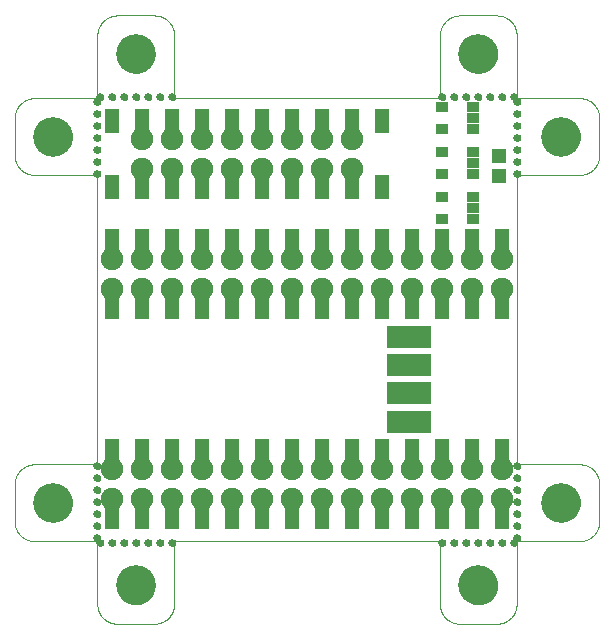
<source format=gbs>
G75*
%MOIN*%
%OFA0B0*%
%FSLAX25Y25*%
%IPPOS*%
%LPD*%
%AMOC8*
5,1,8,0,0,1.08239X$1,22.5*
%
%ADD10C,0.00000*%
%ADD11C,0.02600*%
%ADD12R,0.14773X0.07687*%
%ADD13R,0.04537X0.04931*%
%ADD14R,0.04498X0.03317*%
%ADD15C,0.07500*%
%ADD16R,0.04700X0.08000*%
%ADD17C,0.13198*%
D10*
X0000000Y-0019685D02*
X0000000Y0000984D01*
X-0020669Y0000984D01*
X-0020830Y0000978D01*
X-0020992Y0000977D01*
X-0021153Y0000980D01*
X-0021314Y0000986D01*
X-0021475Y0000997D01*
X-0021635Y0001011D01*
X-0021795Y0001029D01*
X-0021955Y0001052D01*
X-0022114Y0001078D01*
X-0022272Y0001108D01*
X-0022430Y0001141D01*
X-0022587Y0001179D01*
X-0022742Y0001221D01*
X-0022897Y0001266D01*
X-0023051Y0001315D01*
X-0023203Y0001368D01*
X-0023354Y0001424D01*
X-0023504Y0001484D01*
X-0023652Y0001548D01*
X-0023798Y0001615D01*
X-0023943Y0001686D01*
X-0024086Y0001761D01*
X-0024227Y0001839D01*
X-0024366Y0001920D01*
X-0024503Y0002005D01*
X-0024638Y0002093D01*
X-0024771Y0002184D01*
X-0024901Y0002279D01*
X-0025030Y0002376D01*
X-0025155Y0002477D01*
X-0025279Y0002581D01*
X-0025399Y0002688D01*
X-0025518Y0002798D01*
X-0025633Y0002910D01*
X-0025745Y0003025D01*
X-0025855Y0003144D01*
X-0025962Y0003264D01*
X-0026066Y0003388D01*
X-0026167Y0003513D01*
X-0026264Y0003642D01*
X-0026359Y0003772D01*
X-0026450Y0003905D01*
X-0026538Y0004040D01*
X-0026623Y0004177D01*
X-0026704Y0004316D01*
X-0026782Y0004457D01*
X-0026857Y0004600D01*
X-0026928Y0004745D01*
X-0026995Y0004891D01*
X-0027059Y0005039D01*
X-0027119Y0005189D01*
X-0027175Y0005340D01*
X-0027228Y0005492D01*
X-0027277Y0005646D01*
X-0027322Y0005801D01*
X-0027364Y0005956D01*
X-0027402Y0006113D01*
X-0027435Y0006271D01*
X-0027465Y0006429D01*
X-0027491Y0006588D01*
X-0027514Y0006748D01*
X-0027532Y0006908D01*
X-0027546Y0007068D01*
X-0027557Y0007229D01*
X-0027563Y0007390D01*
X-0027566Y0007551D01*
X-0027565Y0007713D01*
X-0027559Y0007874D01*
X-0027559Y0019685D01*
X-0027560Y0019685D02*
X-0027563Y0019849D01*
X-0027562Y0020012D01*
X-0027557Y0020176D01*
X-0027548Y0020339D01*
X-0027535Y0020502D01*
X-0027518Y0020665D01*
X-0027497Y0020827D01*
X-0027473Y0020988D01*
X-0027444Y0021149D01*
X-0027411Y0021310D01*
X-0027375Y0021469D01*
X-0027334Y0021627D01*
X-0027290Y0021785D01*
X-0027242Y0021941D01*
X-0027190Y0022096D01*
X-0027134Y0022250D01*
X-0027075Y0022402D01*
X-0027012Y0022553D01*
X-0026945Y0022702D01*
X-0026874Y0022850D01*
X-0026800Y0022995D01*
X-0026723Y0023139D01*
X-0026642Y0023281D01*
X-0026557Y0023421D01*
X-0026469Y0023559D01*
X-0026378Y0023695D01*
X-0026284Y0023828D01*
X-0026186Y0023959D01*
X-0026085Y0024088D01*
X-0025981Y0024214D01*
X-0025874Y0024338D01*
X-0025764Y0024459D01*
X-0025651Y0024577D01*
X-0025535Y0024692D01*
X-0025416Y0024805D01*
X-0025295Y0024914D01*
X-0025171Y0025021D01*
X-0025044Y0025125D01*
X-0024915Y0025225D01*
X-0024784Y0025322D01*
X-0024650Y0025416D01*
X-0024514Y0025507D01*
X-0024376Y0025594D01*
X-0024236Y0025678D01*
X-0024093Y0025759D01*
X-0023949Y0025836D01*
X-0023803Y0025909D01*
X-0023655Y0025979D01*
X-0023506Y0026045D01*
X-0023355Y0026108D01*
X-0023202Y0026167D01*
X-0023048Y0026222D01*
X-0022893Y0026273D01*
X-0022737Y0026321D01*
X-0022579Y0026365D01*
X-0022420Y0026405D01*
X-0022261Y0026440D01*
X-0022101Y0026473D01*
X-0021940Y0026501D01*
X-0021778Y0026525D01*
X-0021616Y0026545D01*
X-0021453Y0026561D01*
X-0021290Y0026574D01*
X-0021127Y0026582D01*
X-0020963Y0026586D01*
X-0020800Y0026587D01*
X-0020636Y0026583D01*
X-0020473Y0026575D01*
X-0020472Y0026575D02*
X0000000Y0026575D01*
X0000000Y0123031D01*
X-0020669Y0123031D01*
X-0020669Y0123032D02*
X-0020830Y0123026D01*
X-0020992Y0123025D01*
X-0021153Y0123028D01*
X-0021314Y0123034D01*
X-0021475Y0123045D01*
X-0021635Y0123059D01*
X-0021795Y0123077D01*
X-0021955Y0123100D01*
X-0022114Y0123126D01*
X-0022272Y0123156D01*
X-0022430Y0123189D01*
X-0022587Y0123227D01*
X-0022742Y0123269D01*
X-0022897Y0123314D01*
X-0023051Y0123363D01*
X-0023203Y0123416D01*
X-0023354Y0123472D01*
X-0023504Y0123532D01*
X-0023652Y0123596D01*
X-0023798Y0123663D01*
X-0023943Y0123734D01*
X-0024086Y0123809D01*
X-0024227Y0123887D01*
X-0024366Y0123968D01*
X-0024503Y0124053D01*
X-0024638Y0124141D01*
X-0024771Y0124232D01*
X-0024901Y0124327D01*
X-0025030Y0124424D01*
X-0025155Y0124525D01*
X-0025279Y0124629D01*
X-0025399Y0124736D01*
X-0025518Y0124846D01*
X-0025633Y0124958D01*
X-0025745Y0125073D01*
X-0025855Y0125192D01*
X-0025962Y0125312D01*
X-0026066Y0125436D01*
X-0026167Y0125561D01*
X-0026264Y0125690D01*
X-0026359Y0125820D01*
X-0026450Y0125953D01*
X-0026538Y0126088D01*
X-0026623Y0126225D01*
X-0026704Y0126364D01*
X-0026782Y0126505D01*
X-0026857Y0126648D01*
X-0026928Y0126793D01*
X-0026995Y0126939D01*
X-0027059Y0127087D01*
X-0027119Y0127237D01*
X-0027175Y0127388D01*
X-0027228Y0127540D01*
X-0027277Y0127694D01*
X-0027322Y0127849D01*
X-0027364Y0128004D01*
X-0027402Y0128161D01*
X-0027435Y0128319D01*
X-0027465Y0128477D01*
X-0027491Y0128636D01*
X-0027514Y0128796D01*
X-0027532Y0128956D01*
X-0027546Y0129116D01*
X-0027557Y0129277D01*
X-0027563Y0129438D01*
X-0027566Y0129599D01*
X-0027565Y0129761D01*
X-0027559Y0129922D01*
X-0027559Y0129921D02*
X-0027559Y0141732D01*
X-0027560Y0141732D02*
X-0027563Y0141896D01*
X-0027562Y0142059D01*
X-0027557Y0142223D01*
X-0027548Y0142386D01*
X-0027535Y0142549D01*
X-0027518Y0142712D01*
X-0027497Y0142874D01*
X-0027473Y0143035D01*
X-0027444Y0143196D01*
X-0027411Y0143357D01*
X-0027375Y0143516D01*
X-0027334Y0143674D01*
X-0027290Y0143832D01*
X-0027242Y0143988D01*
X-0027190Y0144143D01*
X-0027134Y0144297D01*
X-0027075Y0144449D01*
X-0027012Y0144600D01*
X-0026945Y0144749D01*
X-0026874Y0144897D01*
X-0026800Y0145042D01*
X-0026723Y0145186D01*
X-0026642Y0145328D01*
X-0026557Y0145468D01*
X-0026469Y0145606D01*
X-0026378Y0145742D01*
X-0026284Y0145875D01*
X-0026186Y0146006D01*
X-0026085Y0146135D01*
X-0025981Y0146261D01*
X-0025874Y0146385D01*
X-0025764Y0146506D01*
X-0025651Y0146624D01*
X-0025535Y0146739D01*
X-0025416Y0146852D01*
X-0025295Y0146961D01*
X-0025171Y0147068D01*
X-0025044Y0147172D01*
X-0024915Y0147272D01*
X-0024784Y0147369D01*
X-0024650Y0147463D01*
X-0024514Y0147554D01*
X-0024376Y0147641D01*
X-0024236Y0147725D01*
X-0024093Y0147806D01*
X-0023949Y0147883D01*
X-0023803Y0147956D01*
X-0023655Y0148026D01*
X-0023506Y0148092D01*
X-0023355Y0148155D01*
X-0023202Y0148214D01*
X-0023048Y0148269D01*
X-0022893Y0148320D01*
X-0022737Y0148368D01*
X-0022579Y0148412D01*
X-0022420Y0148452D01*
X-0022261Y0148487D01*
X-0022101Y0148520D01*
X-0021940Y0148548D01*
X-0021778Y0148572D01*
X-0021616Y0148592D01*
X-0021453Y0148608D01*
X-0021290Y0148621D01*
X-0021127Y0148629D01*
X-0020963Y0148633D01*
X-0020800Y0148634D01*
X-0020636Y0148630D01*
X-0020473Y0148622D01*
X-0020472Y0148622D02*
X0000000Y0148622D01*
X0000000Y0169291D01*
X-0000003Y0169455D01*
X-0000002Y0169618D01*
X0000003Y0169782D01*
X0000012Y0169945D01*
X0000025Y0170108D01*
X0000042Y0170271D01*
X0000063Y0170433D01*
X0000087Y0170594D01*
X0000116Y0170755D01*
X0000149Y0170916D01*
X0000185Y0171075D01*
X0000226Y0171233D01*
X0000270Y0171391D01*
X0000318Y0171547D01*
X0000370Y0171702D01*
X0000426Y0171856D01*
X0000485Y0172008D01*
X0000548Y0172159D01*
X0000615Y0172308D01*
X0000686Y0172456D01*
X0000760Y0172601D01*
X0000837Y0172745D01*
X0000918Y0172887D01*
X0001003Y0173027D01*
X0001091Y0173165D01*
X0001182Y0173301D01*
X0001276Y0173434D01*
X0001374Y0173565D01*
X0001475Y0173694D01*
X0001579Y0173820D01*
X0001686Y0173944D01*
X0001796Y0174065D01*
X0001909Y0174183D01*
X0002025Y0174298D01*
X0002144Y0174411D01*
X0002265Y0174520D01*
X0002389Y0174627D01*
X0002516Y0174731D01*
X0002645Y0174831D01*
X0002776Y0174928D01*
X0002910Y0175022D01*
X0003046Y0175113D01*
X0003184Y0175200D01*
X0003324Y0175284D01*
X0003467Y0175365D01*
X0003611Y0175442D01*
X0003757Y0175515D01*
X0003905Y0175585D01*
X0004054Y0175651D01*
X0004205Y0175714D01*
X0004358Y0175773D01*
X0004512Y0175828D01*
X0004667Y0175879D01*
X0004823Y0175927D01*
X0004981Y0175971D01*
X0005140Y0176011D01*
X0005299Y0176046D01*
X0005459Y0176079D01*
X0005620Y0176107D01*
X0005782Y0176131D01*
X0005944Y0176151D01*
X0006107Y0176167D01*
X0006270Y0176180D01*
X0006433Y0176188D01*
X0006597Y0176192D01*
X0006760Y0176193D01*
X0006924Y0176189D01*
X0007087Y0176181D01*
X0018701Y0176181D01*
X0018700Y0176181D02*
X0018861Y0176187D01*
X0019023Y0176188D01*
X0019184Y0176185D01*
X0019345Y0176179D01*
X0019506Y0176168D01*
X0019666Y0176154D01*
X0019826Y0176136D01*
X0019986Y0176113D01*
X0020145Y0176087D01*
X0020303Y0176057D01*
X0020461Y0176024D01*
X0020618Y0175986D01*
X0020773Y0175944D01*
X0020928Y0175899D01*
X0021082Y0175850D01*
X0021234Y0175797D01*
X0021385Y0175741D01*
X0021535Y0175681D01*
X0021683Y0175617D01*
X0021829Y0175550D01*
X0021974Y0175479D01*
X0022117Y0175404D01*
X0022258Y0175326D01*
X0022397Y0175245D01*
X0022534Y0175160D01*
X0022669Y0175072D01*
X0022802Y0174981D01*
X0022932Y0174886D01*
X0023061Y0174789D01*
X0023186Y0174688D01*
X0023310Y0174584D01*
X0023430Y0174477D01*
X0023549Y0174367D01*
X0023664Y0174255D01*
X0023776Y0174140D01*
X0023886Y0174021D01*
X0023993Y0173901D01*
X0024097Y0173777D01*
X0024198Y0173652D01*
X0024295Y0173523D01*
X0024390Y0173393D01*
X0024481Y0173260D01*
X0024569Y0173125D01*
X0024654Y0172988D01*
X0024735Y0172849D01*
X0024813Y0172708D01*
X0024888Y0172565D01*
X0024959Y0172420D01*
X0025026Y0172274D01*
X0025090Y0172126D01*
X0025150Y0171976D01*
X0025206Y0171825D01*
X0025259Y0171673D01*
X0025308Y0171519D01*
X0025353Y0171364D01*
X0025395Y0171209D01*
X0025433Y0171052D01*
X0025466Y0170894D01*
X0025496Y0170736D01*
X0025522Y0170577D01*
X0025545Y0170417D01*
X0025563Y0170257D01*
X0025577Y0170097D01*
X0025588Y0169936D01*
X0025594Y0169775D01*
X0025597Y0169614D01*
X0025596Y0169452D01*
X0025590Y0169291D01*
X0025591Y0169291D02*
X0025591Y0148622D01*
X0114173Y0148622D01*
X0114173Y0169291D01*
X0114170Y0169455D01*
X0114171Y0169618D01*
X0114176Y0169782D01*
X0114185Y0169945D01*
X0114198Y0170108D01*
X0114215Y0170271D01*
X0114236Y0170433D01*
X0114260Y0170594D01*
X0114289Y0170755D01*
X0114322Y0170916D01*
X0114358Y0171075D01*
X0114399Y0171233D01*
X0114443Y0171391D01*
X0114491Y0171547D01*
X0114543Y0171702D01*
X0114599Y0171856D01*
X0114658Y0172008D01*
X0114721Y0172159D01*
X0114788Y0172308D01*
X0114859Y0172456D01*
X0114933Y0172601D01*
X0115010Y0172745D01*
X0115091Y0172887D01*
X0115176Y0173027D01*
X0115264Y0173165D01*
X0115355Y0173301D01*
X0115449Y0173434D01*
X0115547Y0173565D01*
X0115648Y0173694D01*
X0115752Y0173820D01*
X0115859Y0173944D01*
X0115969Y0174065D01*
X0116082Y0174183D01*
X0116198Y0174298D01*
X0116317Y0174411D01*
X0116438Y0174520D01*
X0116562Y0174627D01*
X0116689Y0174731D01*
X0116818Y0174831D01*
X0116949Y0174928D01*
X0117083Y0175022D01*
X0117219Y0175113D01*
X0117357Y0175200D01*
X0117497Y0175284D01*
X0117640Y0175365D01*
X0117784Y0175442D01*
X0117930Y0175515D01*
X0118078Y0175585D01*
X0118227Y0175651D01*
X0118378Y0175714D01*
X0118531Y0175773D01*
X0118685Y0175828D01*
X0118840Y0175879D01*
X0118996Y0175927D01*
X0119154Y0175971D01*
X0119313Y0176011D01*
X0119472Y0176046D01*
X0119632Y0176079D01*
X0119793Y0176107D01*
X0119955Y0176131D01*
X0120117Y0176151D01*
X0120280Y0176167D01*
X0120443Y0176180D01*
X0120606Y0176188D01*
X0120770Y0176192D01*
X0120933Y0176193D01*
X0121097Y0176189D01*
X0121260Y0176181D01*
X0132874Y0176181D01*
X0133035Y0176187D01*
X0133197Y0176188D01*
X0133358Y0176185D01*
X0133519Y0176179D01*
X0133680Y0176168D01*
X0133840Y0176154D01*
X0134000Y0176136D01*
X0134160Y0176113D01*
X0134319Y0176087D01*
X0134477Y0176057D01*
X0134635Y0176024D01*
X0134792Y0175986D01*
X0134947Y0175944D01*
X0135102Y0175899D01*
X0135256Y0175850D01*
X0135408Y0175797D01*
X0135559Y0175741D01*
X0135709Y0175681D01*
X0135857Y0175617D01*
X0136003Y0175550D01*
X0136148Y0175479D01*
X0136291Y0175404D01*
X0136432Y0175326D01*
X0136571Y0175245D01*
X0136708Y0175160D01*
X0136843Y0175072D01*
X0136976Y0174981D01*
X0137106Y0174886D01*
X0137235Y0174789D01*
X0137360Y0174688D01*
X0137484Y0174584D01*
X0137604Y0174477D01*
X0137723Y0174367D01*
X0137838Y0174255D01*
X0137950Y0174140D01*
X0138060Y0174021D01*
X0138167Y0173901D01*
X0138271Y0173777D01*
X0138372Y0173652D01*
X0138469Y0173523D01*
X0138564Y0173393D01*
X0138655Y0173260D01*
X0138743Y0173125D01*
X0138828Y0172988D01*
X0138909Y0172849D01*
X0138987Y0172708D01*
X0139062Y0172565D01*
X0139133Y0172420D01*
X0139200Y0172274D01*
X0139264Y0172126D01*
X0139324Y0171976D01*
X0139380Y0171825D01*
X0139433Y0171673D01*
X0139482Y0171519D01*
X0139527Y0171364D01*
X0139569Y0171209D01*
X0139607Y0171052D01*
X0139640Y0170894D01*
X0139670Y0170736D01*
X0139696Y0170577D01*
X0139719Y0170417D01*
X0139737Y0170257D01*
X0139751Y0170097D01*
X0139762Y0169936D01*
X0139768Y0169775D01*
X0139771Y0169614D01*
X0139770Y0169452D01*
X0139764Y0169291D01*
X0139764Y0148622D01*
X0160433Y0148622D01*
X0160594Y0148628D01*
X0160756Y0148629D01*
X0160917Y0148626D01*
X0161078Y0148620D01*
X0161239Y0148609D01*
X0161399Y0148595D01*
X0161559Y0148577D01*
X0161719Y0148554D01*
X0161878Y0148528D01*
X0162036Y0148498D01*
X0162194Y0148465D01*
X0162351Y0148427D01*
X0162506Y0148385D01*
X0162661Y0148340D01*
X0162815Y0148291D01*
X0162967Y0148238D01*
X0163118Y0148182D01*
X0163268Y0148122D01*
X0163416Y0148058D01*
X0163562Y0147991D01*
X0163707Y0147920D01*
X0163850Y0147845D01*
X0163991Y0147767D01*
X0164130Y0147686D01*
X0164267Y0147601D01*
X0164402Y0147513D01*
X0164535Y0147422D01*
X0164665Y0147327D01*
X0164794Y0147230D01*
X0164919Y0147129D01*
X0165043Y0147025D01*
X0165163Y0146918D01*
X0165282Y0146808D01*
X0165397Y0146696D01*
X0165509Y0146581D01*
X0165619Y0146462D01*
X0165726Y0146342D01*
X0165830Y0146218D01*
X0165931Y0146093D01*
X0166028Y0145964D01*
X0166123Y0145834D01*
X0166214Y0145701D01*
X0166302Y0145566D01*
X0166387Y0145429D01*
X0166468Y0145290D01*
X0166546Y0145149D01*
X0166621Y0145006D01*
X0166692Y0144861D01*
X0166759Y0144715D01*
X0166823Y0144567D01*
X0166883Y0144417D01*
X0166939Y0144266D01*
X0166992Y0144114D01*
X0167041Y0143960D01*
X0167086Y0143805D01*
X0167128Y0143650D01*
X0167166Y0143493D01*
X0167199Y0143335D01*
X0167229Y0143177D01*
X0167255Y0143018D01*
X0167278Y0142858D01*
X0167296Y0142698D01*
X0167310Y0142538D01*
X0167321Y0142377D01*
X0167327Y0142216D01*
X0167330Y0142055D01*
X0167329Y0141893D01*
X0167323Y0141732D01*
X0167323Y0129921D01*
X0167323Y0129922D02*
X0167329Y0129761D01*
X0167330Y0129599D01*
X0167327Y0129438D01*
X0167321Y0129277D01*
X0167310Y0129116D01*
X0167296Y0128956D01*
X0167278Y0128796D01*
X0167255Y0128636D01*
X0167229Y0128477D01*
X0167199Y0128319D01*
X0167166Y0128161D01*
X0167128Y0128004D01*
X0167086Y0127849D01*
X0167041Y0127694D01*
X0166992Y0127540D01*
X0166939Y0127388D01*
X0166883Y0127237D01*
X0166823Y0127087D01*
X0166759Y0126939D01*
X0166692Y0126793D01*
X0166621Y0126648D01*
X0166546Y0126505D01*
X0166468Y0126364D01*
X0166387Y0126225D01*
X0166302Y0126088D01*
X0166214Y0125953D01*
X0166123Y0125820D01*
X0166028Y0125690D01*
X0165931Y0125561D01*
X0165830Y0125436D01*
X0165726Y0125312D01*
X0165619Y0125192D01*
X0165509Y0125073D01*
X0165397Y0124958D01*
X0165282Y0124846D01*
X0165163Y0124736D01*
X0165043Y0124629D01*
X0164919Y0124525D01*
X0164794Y0124424D01*
X0164665Y0124327D01*
X0164535Y0124232D01*
X0164402Y0124141D01*
X0164267Y0124053D01*
X0164130Y0123968D01*
X0163991Y0123887D01*
X0163850Y0123809D01*
X0163707Y0123734D01*
X0163562Y0123663D01*
X0163416Y0123596D01*
X0163268Y0123532D01*
X0163118Y0123472D01*
X0162967Y0123416D01*
X0162815Y0123363D01*
X0162661Y0123314D01*
X0162506Y0123269D01*
X0162351Y0123227D01*
X0162194Y0123189D01*
X0162036Y0123156D01*
X0161878Y0123126D01*
X0161719Y0123100D01*
X0161559Y0123077D01*
X0161399Y0123059D01*
X0161239Y0123045D01*
X0161078Y0123034D01*
X0160917Y0123028D01*
X0160756Y0123025D01*
X0160594Y0123026D01*
X0160433Y0123032D01*
X0160433Y0123031D02*
X0140000Y0123031D01*
X0140000Y0026575D01*
X0160433Y0026575D01*
X0160594Y0026581D01*
X0160756Y0026582D01*
X0160917Y0026579D01*
X0161078Y0026573D01*
X0161239Y0026562D01*
X0161399Y0026548D01*
X0161559Y0026530D01*
X0161719Y0026507D01*
X0161878Y0026481D01*
X0162036Y0026451D01*
X0162194Y0026418D01*
X0162351Y0026380D01*
X0162506Y0026338D01*
X0162661Y0026293D01*
X0162815Y0026244D01*
X0162967Y0026191D01*
X0163118Y0026135D01*
X0163268Y0026075D01*
X0163416Y0026011D01*
X0163562Y0025944D01*
X0163707Y0025873D01*
X0163850Y0025798D01*
X0163991Y0025720D01*
X0164130Y0025639D01*
X0164267Y0025554D01*
X0164402Y0025466D01*
X0164535Y0025375D01*
X0164665Y0025280D01*
X0164794Y0025183D01*
X0164919Y0025082D01*
X0165043Y0024978D01*
X0165163Y0024871D01*
X0165282Y0024761D01*
X0165397Y0024649D01*
X0165509Y0024534D01*
X0165619Y0024415D01*
X0165726Y0024295D01*
X0165830Y0024171D01*
X0165931Y0024046D01*
X0166028Y0023917D01*
X0166123Y0023787D01*
X0166214Y0023654D01*
X0166302Y0023519D01*
X0166387Y0023382D01*
X0166468Y0023243D01*
X0166546Y0023102D01*
X0166621Y0022959D01*
X0166692Y0022814D01*
X0166759Y0022668D01*
X0166823Y0022520D01*
X0166883Y0022370D01*
X0166939Y0022219D01*
X0166992Y0022067D01*
X0167041Y0021913D01*
X0167086Y0021758D01*
X0167128Y0021603D01*
X0167166Y0021446D01*
X0167199Y0021288D01*
X0167229Y0021130D01*
X0167255Y0020971D01*
X0167278Y0020811D01*
X0167296Y0020651D01*
X0167310Y0020491D01*
X0167321Y0020330D01*
X0167327Y0020169D01*
X0167330Y0020008D01*
X0167329Y0019846D01*
X0167323Y0019685D01*
X0167323Y0007874D01*
X0167329Y0007713D01*
X0167330Y0007551D01*
X0167327Y0007390D01*
X0167321Y0007229D01*
X0167310Y0007068D01*
X0167296Y0006908D01*
X0167278Y0006748D01*
X0167255Y0006588D01*
X0167229Y0006429D01*
X0167199Y0006271D01*
X0167166Y0006113D01*
X0167128Y0005956D01*
X0167086Y0005801D01*
X0167041Y0005646D01*
X0166992Y0005492D01*
X0166939Y0005340D01*
X0166883Y0005189D01*
X0166823Y0005039D01*
X0166759Y0004891D01*
X0166692Y0004745D01*
X0166621Y0004600D01*
X0166546Y0004457D01*
X0166468Y0004316D01*
X0166387Y0004177D01*
X0166302Y0004040D01*
X0166214Y0003905D01*
X0166123Y0003772D01*
X0166028Y0003642D01*
X0165931Y0003513D01*
X0165830Y0003388D01*
X0165726Y0003264D01*
X0165619Y0003144D01*
X0165509Y0003025D01*
X0165397Y0002910D01*
X0165282Y0002798D01*
X0165163Y0002688D01*
X0165043Y0002581D01*
X0164919Y0002477D01*
X0164794Y0002376D01*
X0164665Y0002279D01*
X0164535Y0002184D01*
X0164402Y0002093D01*
X0164267Y0002005D01*
X0164130Y0001920D01*
X0163991Y0001839D01*
X0163850Y0001761D01*
X0163707Y0001686D01*
X0163562Y0001615D01*
X0163416Y0001548D01*
X0163268Y0001484D01*
X0163118Y0001424D01*
X0162967Y0001368D01*
X0162815Y0001315D01*
X0162661Y0001266D01*
X0162506Y0001221D01*
X0162351Y0001179D01*
X0162194Y0001141D01*
X0162036Y0001108D01*
X0161878Y0001078D01*
X0161719Y0001052D01*
X0161559Y0001029D01*
X0161399Y0001011D01*
X0161239Y0000997D01*
X0161078Y0000986D01*
X0160917Y0000980D01*
X0160756Y0000977D01*
X0160594Y0000978D01*
X0160433Y0000984D01*
X0139764Y0000984D01*
X0139764Y-0019685D01*
X0139770Y-0019846D01*
X0139771Y-0020008D01*
X0139768Y-0020169D01*
X0139762Y-0020330D01*
X0139751Y-0020491D01*
X0139737Y-0020651D01*
X0139719Y-0020811D01*
X0139696Y-0020971D01*
X0139670Y-0021130D01*
X0139640Y-0021288D01*
X0139607Y-0021446D01*
X0139569Y-0021603D01*
X0139527Y-0021758D01*
X0139482Y-0021913D01*
X0139433Y-0022067D01*
X0139380Y-0022219D01*
X0139324Y-0022370D01*
X0139264Y-0022520D01*
X0139200Y-0022668D01*
X0139133Y-0022814D01*
X0139062Y-0022959D01*
X0138987Y-0023102D01*
X0138909Y-0023243D01*
X0138828Y-0023382D01*
X0138743Y-0023519D01*
X0138655Y-0023654D01*
X0138564Y-0023787D01*
X0138469Y-0023917D01*
X0138372Y-0024046D01*
X0138271Y-0024171D01*
X0138167Y-0024295D01*
X0138060Y-0024415D01*
X0137950Y-0024534D01*
X0137838Y-0024649D01*
X0137723Y-0024761D01*
X0137604Y-0024871D01*
X0137484Y-0024978D01*
X0137360Y-0025082D01*
X0137235Y-0025183D01*
X0137106Y-0025280D01*
X0136976Y-0025375D01*
X0136843Y-0025466D01*
X0136708Y-0025554D01*
X0136571Y-0025639D01*
X0136432Y-0025720D01*
X0136291Y-0025798D01*
X0136148Y-0025873D01*
X0136003Y-0025944D01*
X0135857Y-0026011D01*
X0135709Y-0026075D01*
X0135559Y-0026135D01*
X0135408Y-0026191D01*
X0135256Y-0026244D01*
X0135102Y-0026293D01*
X0134947Y-0026338D01*
X0134792Y-0026380D01*
X0134635Y-0026418D01*
X0134477Y-0026451D01*
X0134319Y-0026481D01*
X0134160Y-0026507D01*
X0134000Y-0026530D01*
X0133840Y-0026548D01*
X0133680Y-0026562D01*
X0133519Y-0026573D01*
X0133358Y-0026579D01*
X0133197Y-0026582D01*
X0133035Y-0026581D01*
X0132874Y-0026575D01*
X0121063Y-0026575D01*
X0120902Y-0026581D01*
X0120740Y-0026582D01*
X0120579Y-0026579D01*
X0120418Y-0026573D01*
X0120257Y-0026562D01*
X0120097Y-0026548D01*
X0119937Y-0026530D01*
X0119777Y-0026507D01*
X0119618Y-0026481D01*
X0119460Y-0026451D01*
X0119302Y-0026418D01*
X0119145Y-0026380D01*
X0118990Y-0026338D01*
X0118835Y-0026293D01*
X0118681Y-0026244D01*
X0118529Y-0026191D01*
X0118378Y-0026135D01*
X0118228Y-0026075D01*
X0118080Y-0026011D01*
X0117934Y-0025944D01*
X0117789Y-0025873D01*
X0117646Y-0025798D01*
X0117505Y-0025720D01*
X0117366Y-0025639D01*
X0117229Y-0025554D01*
X0117094Y-0025466D01*
X0116961Y-0025375D01*
X0116831Y-0025280D01*
X0116702Y-0025183D01*
X0116577Y-0025082D01*
X0116453Y-0024978D01*
X0116333Y-0024871D01*
X0116214Y-0024761D01*
X0116099Y-0024649D01*
X0115987Y-0024534D01*
X0115877Y-0024415D01*
X0115770Y-0024295D01*
X0115666Y-0024171D01*
X0115565Y-0024046D01*
X0115468Y-0023917D01*
X0115373Y-0023787D01*
X0115282Y-0023654D01*
X0115194Y-0023519D01*
X0115109Y-0023382D01*
X0115028Y-0023243D01*
X0114950Y-0023102D01*
X0114875Y-0022959D01*
X0114804Y-0022814D01*
X0114737Y-0022668D01*
X0114673Y-0022520D01*
X0114613Y-0022370D01*
X0114557Y-0022219D01*
X0114504Y-0022067D01*
X0114455Y-0021913D01*
X0114410Y-0021758D01*
X0114368Y-0021603D01*
X0114330Y-0021446D01*
X0114297Y-0021288D01*
X0114267Y-0021130D01*
X0114241Y-0020971D01*
X0114218Y-0020811D01*
X0114200Y-0020651D01*
X0114186Y-0020491D01*
X0114175Y-0020330D01*
X0114169Y-0020169D01*
X0114166Y-0020008D01*
X0114167Y-0019846D01*
X0114173Y-0019685D01*
X0114173Y0000984D01*
X0025591Y0000984D01*
X0025591Y-0019685D01*
X0025590Y-0019685D02*
X0025596Y-0019846D01*
X0025597Y-0020008D01*
X0025594Y-0020169D01*
X0025588Y-0020330D01*
X0025577Y-0020491D01*
X0025563Y-0020651D01*
X0025545Y-0020811D01*
X0025522Y-0020971D01*
X0025496Y-0021130D01*
X0025466Y-0021288D01*
X0025433Y-0021446D01*
X0025395Y-0021603D01*
X0025353Y-0021758D01*
X0025308Y-0021913D01*
X0025259Y-0022067D01*
X0025206Y-0022219D01*
X0025150Y-0022370D01*
X0025090Y-0022520D01*
X0025026Y-0022668D01*
X0024959Y-0022814D01*
X0024888Y-0022959D01*
X0024813Y-0023102D01*
X0024735Y-0023243D01*
X0024654Y-0023382D01*
X0024569Y-0023519D01*
X0024481Y-0023654D01*
X0024390Y-0023787D01*
X0024295Y-0023917D01*
X0024198Y-0024046D01*
X0024097Y-0024171D01*
X0023993Y-0024295D01*
X0023886Y-0024415D01*
X0023776Y-0024534D01*
X0023664Y-0024649D01*
X0023549Y-0024761D01*
X0023430Y-0024871D01*
X0023310Y-0024978D01*
X0023186Y-0025082D01*
X0023061Y-0025183D01*
X0022932Y-0025280D01*
X0022802Y-0025375D01*
X0022669Y-0025466D01*
X0022534Y-0025554D01*
X0022397Y-0025639D01*
X0022258Y-0025720D01*
X0022117Y-0025798D01*
X0021974Y-0025873D01*
X0021829Y-0025944D01*
X0021683Y-0026011D01*
X0021535Y-0026075D01*
X0021385Y-0026135D01*
X0021234Y-0026191D01*
X0021082Y-0026244D01*
X0020928Y-0026293D01*
X0020773Y-0026338D01*
X0020618Y-0026380D01*
X0020461Y-0026418D01*
X0020303Y-0026451D01*
X0020145Y-0026481D01*
X0019986Y-0026507D01*
X0019826Y-0026530D01*
X0019666Y-0026548D01*
X0019506Y-0026562D01*
X0019345Y-0026573D01*
X0019184Y-0026579D01*
X0019023Y-0026582D01*
X0018861Y-0026581D01*
X0018700Y-0026575D01*
X0018701Y-0026575D02*
X0006890Y-0026575D01*
X0006729Y-0026581D01*
X0006567Y-0026582D01*
X0006406Y-0026579D01*
X0006245Y-0026573D01*
X0006084Y-0026562D01*
X0005924Y-0026548D01*
X0005764Y-0026530D01*
X0005604Y-0026507D01*
X0005445Y-0026481D01*
X0005287Y-0026451D01*
X0005129Y-0026418D01*
X0004972Y-0026380D01*
X0004817Y-0026338D01*
X0004662Y-0026293D01*
X0004508Y-0026244D01*
X0004356Y-0026191D01*
X0004205Y-0026135D01*
X0004055Y-0026075D01*
X0003907Y-0026011D01*
X0003761Y-0025944D01*
X0003616Y-0025873D01*
X0003473Y-0025798D01*
X0003332Y-0025720D01*
X0003193Y-0025639D01*
X0003056Y-0025554D01*
X0002921Y-0025466D01*
X0002788Y-0025375D01*
X0002658Y-0025280D01*
X0002529Y-0025183D01*
X0002404Y-0025082D01*
X0002280Y-0024978D01*
X0002160Y-0024871D01*
X0002041Y-0024761D01*
X0001926Y-0024649D01*
X0001814Y-0024534D01*
X0001704Y-0024415D01*
X0001597Y-0024295D01*
X0001493Y-0024171D01*
X0001392Y-0024046D01*
X0001295Y-0023917D01*
X0001200Y-0023787D01*
X0001109Y-0023654D01*
X0001021Y-0023519D01*
X0000936Y-0023382D01*
X0000855Y-0023243D01*
X0000777Y-0023102D01*
X0000702Y-0022959D01*
X0000631Y-0022814D01*
X0000564Y-0022668D01*
X0000500Y-0022520D01*
X0000440Y-0022370D01*
X0000384Y-0022219D01*
X0000331Y-0022067D01*
X0000282Y-0021913D01*
X0000237Y-0021758D01*
X0000195Y-0021603D01*
X0000157Y-0021446D01*
X0000124Y-0021288D01*
X0000094Y-0021130D01*
X0000068Y-0020971D01*
X0000045Y-0020811D01*
X0000027Y-0020651D01*
X0000013Y-0020491D01*
X0000002Y-0020330D01*
X-0000004Y-0020169D01*
X-0000007Y-0020008D01*
X-0000006Y-0019846D01*
X0000000Y-0019685D01*
X0006496Y-0013780D02*
X0006498Y-0013622D01*
X0006504Y-0013464D01*
X0006514Y-0013306D01*
X0006528Y-0013148D01*
X0006546Y-0012991D01*
X0006567Y-0012834D01*
X0006593Y-0012678D01*
X0006623Y-0012522D01*
X0006656Y-0012367D01*
X0006694Y-0012214D01*
X0006735Y-0012061D01*
X0006780Y-0011909D01*
X0006829Y-0011758D01*
X0006882Y-0011609D01*
X0006938Y-0011461D01*
X0006998Y-0011315D01*
X0007062Y-0011170D01*
X0007130Y-0011027D01*
X0007201Y-0010885D01*
X0007275Y-0010745D01*
X0007353Y-0010608D01*
X0007435Y-0010472D01*
X0007519Y-0010338D01*
X0007608Y-0010207D01*
X0007699Y-0010078D01*
X0007794Y-0009951D01*
X0007891Y-0009826D01*
X0007992Y-0009704D01*
X0008096Y-0009585D01*
X0008203Y-0009468D01*
X0008313Y-0009354D01*
X0008426Y-0009243D01*
X0008541Y-0009134D01*
X0008659Y-0009029D01*
X0008780Y-0008927D01*
X0008903Y-0008827D01*
X0009029Y-0008731D01*
X0009157Y-0008638D01*
X0009287Y-0008548D01*
X0009420Y-0008462D01*
X0009555Y-0008378D01*
X0009691Y-0008299D01*
X0009830Y-0008222D01*
X0009971Y-0008150D01*
X0010113Y-0008080D01*
X0010257Y-0008015D01*
X0010403Y-0007953D01*
X0010550Y-0007895D01*
X0010699Y-0007840D01*
X0010849Y-0007789D01*
X0011000Y-0007742D01*
X0011152Y-0007699D01*
X0011305Y-0007660D01*
X0011460Y-0007624D01*
X0011615Y-0007593D01*
X0011771Y-0007565D01*
X0011927Y-0007541D01*
X0012084Y-0007521D01*
X0012242Y-0007505D01*
X0012399Y-0007493D01*
X0012558Y-0007485D01*
X0012716Y-0007481D01*
X0012874Y-0007481D01*
X0013032Y-0007485D01*
X0013191Y-0007493D01*
X0013348Y-0007505D01*
X0013506Y-0007521D01*
X0013663Y-0007541D01*
X0013819Y-0007565D01*
X0013975Y-0007593D01*
X0014130Y-0007624D01*
X0014285Y-0007660D01*
X0014438Y-0007699D01*
X0014590Y-0007742D01*
X0014741Y-0007789D01*
X0014891Y-0007840D01*
X0015040Y-0007895D01*
X0015187Y-0007953D01*
X0015333Y-0008015D01*
X0015477Y-0008080D01*
X0015619Y-0008150D01*
X0015760Y-0008222D01*
X0015899Y-0008299D01*
X0016035Y-0008378D01*
X0016170Y-0008462D01*
X0016303Y-0008548D01*
X0016433Y-0008638D01*
X0016561Y-0008731D01*
X0016687Y-0008827D01*
X0016810Y-0008927D01*
X0016931Y-0009029D01*
X0017049Y-0009134D01*
X0017164Y-0009243D01*
X0017277Y-0009354D01*
X0017387Y-0009468D01*
X0017494Y-0009585D01*
X0017598Y-0009704D01*
X0017699Y-0009826D01*
X0017796Y-0009951D01*
X0017891Y-0010078D01*
X0017982Y-0010207D01*
X0018071Y-0010338D01*
X0018155Y-0010472D01*
X0018237Y-0010608D01*
X0018315Y-0010745D01*
X0018389Y-0010885D01*
X0018460Y-0011027D01*
X0018528Y-0011170D01*
X0018592Y-0011315D01*
X0018652Y-0011461D01*
X0018708Y-0011609D01*
X0018761Y-0011758D01*
X0018810Y-0011909D01*
X0018855Y-0012061D01*
X0018896Y-0012214D01*
X0018934Y-0012367D01*
X0018967Y-0012522D01*
X0018997Y-0012678D01*
X0019023Y-0012834D01*
X0019044Y-0012991D01*
X0019062Y-0013148D01*
X0019076Y-0013306D01*
X0019086Y-0013464D01*
X0019092Y-0013622D01*
X0019094Y-0013780D01*
X0019092Y-0013938D01*
X0019086Y-0014096D01*
X0019076Y-0014254D01*
X0019062Y-0014412D01*
X0019044Y-0014569D01*
X0019023Y-0014726D01*
X0018997Y-0014882D01*
X0018967Y-0015038D01*
X0018934Y-0015193D01*
X0018896Y-0015346D01*
X0018855Y-0015499D01*
X0018810Y-0015651D01*
X0018761Y-0015802D01*
X0018708Y-0015951D01*
X0018652Y-0016099D01*
X0018592Y-0016245D01*
X0018528Y-0016390D01*
X0018460Y-0016533D01*
X0018389Y-0016675D01*
X0018315Y-0016815D01*
X0018237Y-0016952D01*
X0018155Y-0017088D01*
X0018071Y-0017222D01*
X0017982Y-0017353D01*
X0017891Y-0017482D01*
X0017796Y-0017609D01*
X0017699Y-0017734D01*
X0017598Y-0017856D01*
X0017494Y-0017975D01*
X0017387Y-0018092D01*
X0017277Y-0018206D01*
X0017164Y-0018317D01*
X0017049Y-0018426D01*
X0016931Y-0018531D01*
X0016810Y-0018633D01*
X0016687Y-0018733D01*
X0016561Y-0018829D01*
X0016433Y-0018922D01*
X0016303Y-0019012D01*
X0016170Y-0019098D01*
X0016035Y-0019182D01*
X0015899Y-0019261D01*
X0015760Y-0019338D01*
X0015619Y-0019410D01*
X0015477Y-0019480D01*
X0015333Y-0019545D01*
X0015187Y-0019607D01*
X0015040Y-0019665D01*
X0014891Y-0019720D01*
X0014741Y-0019771D01*
X0014590Y-0019818D01*
X0014438Y-0019861D01*
X0014285Y-0019900D01*
X0014130Y-0019936D01*
X0013975Y-0019967D01*
X0013819Y-0019995D01*
X0013663Y-0020019D01*
X0013506Y-0020039D01*
X0013348Y-0020055D01*
X0013191Y-0020067D01*
X0013032Y-0020075D01*
X0012874Y-0020079D01*
X0012716Y-0020079D01*
X0012558Y-0020075D01*
X0012399Y-0020067D01*
X0012242Y-0020055D01*
X0012084Y-0020039D01*
X0011927Y-0020019D01*
X0011771Y-0019995D01*
X0011615Y-0019967D01*
X0011460Y-0019936D01*
X0011305Y-0019900D01*
X0011152Y-0019861D01*
X0011000Y-0019818D01*
X0010849Y-0019771D01*
X0010699Y-0019720D01*
X0010550Y-0019665D01*
X0010403Y-0019607D01*
X0010257Y-0019545D01*
X0010113Y-0019480D01*
X0009971Y-0019410D01*
X0009830Y-0019338D01*
X0009691Y-0019261D01*
X0009555Y-0019182D01*
X0009420Y-0019098D01*
X0009287Y-0019012D01*
X0009157Y-0018922D01*
X0009029Y-0018829D01*
X0008903Y-0018733D01*
X0008780Y-0018633D01*
X0008659Y-0018531D01*
X0008541Y-0018426D01*
X0008426Y-0018317D01*
X0008313Y-0018206D01*
X0008203Y-0018092D01*
X0008096Y-0017975D01*
X0007992Y-0017856D01*
X0007891Y-0017734D01*
X0007794Y-0017609D01*
X0007699Y-0017482D01*
X0007608Y-0017353D01*
X0007519Y-0017222D01*
X0007435Y-0017088D01*
X0007353Y-0016952D01*
X0007275Y-0016815D01*
X0007201Y-0016675D01*
X0007130Y-0016533D01*
X0007062Y-0016390D01*
X0006998Y-0016245D01*
X0006938Y-0016099D01*
X0006882Y-0015951D01*
X0006829Y-0015802D01*
X0006780Y-0015651D01*
X0006735Y-0015499D01*
X0006694Y-0015346D01*
X0006656Y-0015193D01*
X0006623Y-0015038D01*
X0006593Y-0014882D01*
X0006567Y-0014726D01*
X0006546Y-0014569D01*
X0006528Y-0014412D01*
X0006514Y-0014254D01*
X0006504Y-0014096D01*
X0006498Y-0013938D01*
X0006496Y-0013780D01*
X0004000Y0000500D02*
X0004002Y0000563D01*
X0004008Y0000625D01*
X0004018Y0000687D01*
X0004031Y0000749D01*
X0004049Y0000809D01*
X0004070Y0000868D01*
X0004095Y0000926D01*
X0004124Y0000982D01*
X0004156Y0001036D01*
X0004191Y0001088D01*
X0004229Y0001137D01*
X0004271Y0001185D01*
X0004315Y0001229D01*
X0004363Y0001271D01*
X0004412Y0001309D01*
X0004464Y0001344D01*
X0004518Y0001376D01*
X0004574Y0001405D01*
X0004632Y0001430D01*
X0004691Y0001451D01*
X0004751Y0001469D01*
X0004813Y0001482D01*
X0004875Y0001492D01*
X0004937Y0001498D01*
X0005000Y0001500D01*
X0005063Y0001498D01*
X0005125Y0001492D01*
X0005187Y0001482D01*
X0005249Y0001469D01*
X0005309Y0001451D01*
X0005368Y0001430D01*
X0005426Y0001405D01*
X0005482Y0001376D01*
X0005536Y0001344D01*
X0005588Y0001309D01*
X0005637Y0001271D01*
X0005685Y0001229D01*
X0005729Y0001185D01*
X0005771Y0001137D01*
X0005809Y0001088D01*
X0005844Y0001036D01*
X0005876Y0000982D01*
X0005905Y0000926D01*
X0005930Y0000868D01*
X0005951Y0000809D01*
X0005969Y0000749D01*
X0005982Y0000687D01*
X0005992Y0000625D01*
X0005998Y0000563D01*
X0006000Y0000500D01*
X0005998Y0000437D01*
X0005992Y0000375D01*
X0005982Y0000313D01*
X0005969Y0000251D01*
X0005951Y0000191D01*
X0005930Y0000132D01*
X0005905Y0000074D01*
X0005876Y0000018D01*
X0005844Y-0000036D01*
X0005809Y-0000088D01*
X0005771Y-0000137D01*
X0005729Y-0000185D01*
X0005685Y-0000229D01*
X0005637Y-0000271D01*
X0005588Y-0000309D01*
X0005536Y-0000344D01*
X0005482Y-0000376D01*
X0005426Y-0000405D01*
X0005368Y-0000430D01*
X0005309Y-0000451D01*
X0005249Y-0000469D01*
X0005187Y-0000482D01*
X0005125Y-0000492D01*
X0005063Y-0000498D01*
X0005000Y-0000500D01*
X0004937Y-0000498D01*
X0004875Y-0000492D01*
X0004813Y-0000482D01*
X0004751Y-0000469D01*
X0004691Y-0000451D01*
X0004632Y-0000430D01*
X0004574Y-0000405D01*
X0004518Y-0000376D01*
X0004464Y-0000344D01*
X0004412Y-0000309D01*
X0004363Y-0000271D01*
X0004315Y-0000229D01*
X0004271Y-0000185D01*
X0004229Y-0000137D01*
X0004191Y-0000088D01*
X0004156Y-0000036D01*
X0004124Y0000018D01*
X0004095Y0000074D01*
X0004070Y0000132D01*
X0004049Y0000191D01*
X0004031Y0000251D01*
X0004018Y0000313D01*
X0004008Y0000375D01*
X0004002Y0000437D01*
X0004000Y0000500D01*
X0000000Y0000500D02*
X0000002Y0000563D01*
X0000008Y0000625D01*
X0000018Y0000687D01*
X0000031Y0000749D01*
X0000049Y0000809D01*
X0000070Y0000868D01*
X0000095Y0000926D01*
X0000124Y0000982D01*
X0000156Y0001036D01*
X0000191Y0001088D01*
X0000229Y0001137D01*
X0000271Y0001185D01*
X0000315Y0001229D01*
X0000363Y0001271D01*
X0000412Y0001309D01*
X0000464Y0001344D01*
X0000518Y0001376D01*
X0000574Y0001405D01*
X0000632Y0001430D01*
X0000691Y0001451D01*
X0000751Y0001469D01*
X0000813Y0001482D01*
X0000875Y0001492D01*
X0000937Y0001498D01*
X0001000Y0001500D01*
X0001063Y0001498D01*
X0001125Y0001492D01*
X0001187Y0001482D01*
X0001249Y0001469D01*
X0001309Y0001451D01*
X0001368Y0001430D01*
X0001426Y0001405D01*
X0001482Y0001376D01*
X0001536Y0001344D01*
X0001588Y0001309D01*
X0001637Y0001271D01*
X0001685Y0001229D01*
X0001729Y0001185D01*
X0001771Y0001137D01*
X0001809Y0001088D01*
X0001844Y0001036D01*
X0001876Y0000982D01*
X0001905Y0000926D01*
X0001930Y0000868D01*
X0001951Y0000809D01*
X0001969Y0000749D01*
X0001982Y0000687D01*
X0001992Y0000625D01*
X0001998Y0000563D01*
X0002000Y0000500D01*
X0001998Y0000437D01*
X0001992Y0000375D01*
X0001982Y0000313D01*
X0001969Y0000251D01*
X0001951Y0000191D01*
X0001930Y0000132D01*
X0001905Y0000074D01*
X0001876Y0000018D01*
X0001844Y-0000036D01*
X0001809Y-0000088D01*
X0001771Y-0000137D01*
X0001729Y-0000185D01*
X0001685Y-0000229D01*
X0001637Y-0000271D01*
X0001588Y-0000309D01*
X0001536Y-0000344D01*
X0001482Y-0000376D01*
X0001426Y-0000405D01*
X0001368Y-0000430D01*
X0001309Y-0000451D01*
X0001249Y-0000469D01*
X0001187Y-0000482D01*
X0001125Y-0000492D01*
X0001063Y-0000498D01*
X0001000Y-0000500D01*
X0000937Y-0000498D01*
X0000875Y-0000492D01*
X0000813Y-0000482D01*
X0000751Y-0000469D01*
X0000691Y-0000451D01*
X0000632Y-0000430D01*
X0000574Y-0000405D01*
X0000518Y-0000376D01*
X0000464Y-0000344D01*
X0000412Y-0000309D01*
X0000363Y-0000271D01*
X0000315Y-0000229D01*
X0000271Y-0000185D01*
X0000229Y-0000137D01*
X0000191Y-0000088D01*
X0000156Y-0000036D01*
X0000124Y0000018D01*
X0000095Y0000074D01*
X0000070Y0000132D01*
X0000049Y0000191D01*
X0000031Y0000251D01*
X0000018Y0000313D01*
X0000008Y0000375D01*
X0000002Y0000437D01*
X0000000Y0000500D01*
X-0001000Y0002000D02*
X-0000998Y0002063D01*
X-0000992Y0002125D01*
X-0000982Y0002187D01*
X-0000969Y0002249D01*
X-0000951Y0002309D01*
X-0000930Y0002368D01*
X-0000905Y0002426D01*
X-0000876Y0002482D01*
X-0000844Y0002536D01*
X-0000809Y0002588D01*
X-0000771Y0002637D01*
X-0000729Y0002685D01*
X-0000685Y0002729D01*
X-0000637Y0002771D01*
X-0000588Y0002809D01*
X-0000536Y0002844D01*
X-0000482Y0002876D01*
X-0000426Y0002905D01*
X-0000368Y0002930D01*
X-0000309Y0002951D01*
X-0000249Y0002969D01*
X-0000187Y0002982D01*
X-0000125Y0002992D01*
X-0000063Y0002998D01*
X0000000Y0003000D01*
X0000063Y0002998D01*
X0000125Y0002992D01*
X0000187Y0002982D01*
X0000249Y0002969D01*
X0000309Y0002951D01*
X0000368Y0002930D01*
X0000426Y0002905D01*
X0000482Y0002876D01*
X0000536Y0002844D01*
X0000588Y0002809D01*
X0000637Y0002771D01*
X0000685Y0002729D01*
X0000729Y0002685D01*
X0000771Y0002637D01*
X0000809Y0002588D01*
X0000844Y0002536D01*
X0000876Y0002482D01*
X0000905Y0002426D01*
X0000930Y0002368D01*
X0000951Y0002309D01*
X0000969Y0002249D01*
X0000982Y0002187D01*
X0000992Y0002125D01*
X0000998Y0002063D01*
X0001000Y0002000D01*
X0000998Y0001937D01*
X0000992Y0001875D01*
X0000982Y0001813D01*
X0000969Y0001751D01*
X0000951Y0001691D01*
X0000930Y0001632D01*
X0000905Y0001574D01*
X0000876Y0001518D01*
X0000844Y0001464D01*
X0000809Y0001412D01*
X0000771Y0001363D01*
X0000729Y0001315D01*
X0000685Y0001271D01*
X0000637Y0001229D01*
X0000588Y0001191D01*
X0000536Y0001156D01*
X0000482Y0001124D01*
X0000426Y0001095D01*
X0000368Y0001070D01*
X0000309Y0001049D01*
X0000249Y0001031D01*
X0000187Y0001018D01*
X0000125Y0001008D01*
X0000063Y0001002D01*
X0000000Y0001000D01*
X-0000063Y0001002D01*
X-0000125Y0001008D01*
X-0000187Y0001018D01*
X-0000249Y0001031D01*
X-0000309Y0001049D01*
X-0000368Y0001070D01*
X-0000426Y0001095D01*
X-0000482Y0001124D01*
X-0000536Y0001156D01*
X-0000588Y0001191D01*
X-0000637Y0001229D01*
X-0000685Y0001271D01*
X-0000729Y0001315D01*
X-0000771Y0001363D01*
X-0000809Y0001412D01*
X-0000844Y0001464D01*
X-0000876Y0001518D01*
X-0000905Y0001574D01*
X-0000930Y0001632D01*
X-0000951Y0001691D01*
X-0000969Y0001751D01*
X-0000982Y0001813D01*
X-0000992Y0001875D01*
X-0000998Y0001937D01*
X-0001000Y0002000D01*
X-0001000Y0006000D02*
X-0000998Y0006063D01*
X-0000992Y0006125D01*
X-0000982Y0006187D01*
X-0000969Y0006249D01*
X-0000951Y0006309D01*
X-0000930Y0006368D01*
X-0000905Y0006426D01*
X-0000876Y0006482D01*
X-0000844Y0006536D01*
X-0000809Y0006588D01*
X-0000771Y0006637D01*
X-0000729Y0006685D01*
X-0000685Y0006729D01*
X-0000637Y0006771D01*
X-0000588Y0006809D01*
X-0000536Y0006844D01*
X-0000482Y0006876D01*
X-0000426Y0006905D01*
X-0000368Y0006930D01*
X-0000309Y0006951D01*
X-0000249Y0006969D01*
X-0000187Y0006982D01*
X-0000125Y0006992D01*
X-0000063Y0006998D01*
X0000000Y0007000D01*
X0000063Y0006998D01*
X0000125Y0006992D01*
X0000187Y0006982D01*
X0000249Y0006969D01*
X0000309Y0006951D01*
X0000368Y0006930D01*
X0000426Y0006905D01*
X0000482Y0006876D01*
X0000536Y0006844D01*
X0000588Y0006809D01*
X0000637Y0006771D01*
X0000685Y0006729D01*
X0000729Y0006685D01*
X0000771Y0006637D01*
X0000809Y0006588D01*
X0000844Y0006536D01*
X0000876Y0006482D01*
X0000905Y0006426D01*
X0000930Y0006368D01*
X0000951Y0006309D01*
X0000969Y0006249D01*
X0000982Y0006187D01*
X0000992Y0006125D01*
X0000998Y0006063D01*
X0001000Y0006000D01*
X0000998Y0005937D01*
X0000992Y0005875D01*
X0000982Y0005813D01*
X0000969Y0005751D01*
X0000951Y0005691D01*
X0000930Y0005632D01*
X0000905Y0005574D01*
X0000876Y0005518D01*
X0000844Y0005464D01*
X0000809Y0005412D01*
X0000771Y0005363D01*
X0000729Y0005315D01*
X0000685Y0005271D01*
X0000637Y0005229D01*
X0000588Y0005191D01*
X0000536Y0005156D01*
X0000482Y0005124D01*
X0000426Y0005095D01*
X0000368Y0005070D01*
X0000309Y0005049D01*
X0000249Y0005031D01*
X0000187Y0005018D01*
X0000125Y0005008D01*
X0000063Y0005002D01*
X0000000Y0005000D01*
X-0000063Y0005002D01*
X-0000125Y0005008D01*
X-0000187Y0005018D01*
X-0000249Y0005031D01*
X-0000309Y0005049D01*
X-0000368Y0005070D01*
X-0000426Y0005095D01*
X-0000482Y0005124D01*
X-0000536Y0005156D01*
X-0000588Y0005191D01*
X-0000637Y0005229D01*
X-0000685Y0005271D01*
X-0000729Y0005315D01*
X-0000771Y0005363D01*
X-0000809Y0005412D01*
X-0000844Y0005464D01*
X-0000876Y0005518D01*
X-0000905Y0005574D01*
X-0000930Y0005632D01*
X-0000951Y0005691D01*
X-0000969Y0005751D01*
X-0000982Y0005813D01*
X-0000992Y0005875D01*
X-0000998Y0005937D01*
X-0001000Y0006000D01*
X-0001000Y0010000D02*
X-0000998Y0010063D01*
X-0000992Y0010125D01*
X-0000982Y0010187D01*
X-0000969Y0010249D01*
X-0000951Y0010309D01*
X-0000930Y0010368D01*
X-0000905Y0010426D01*
X-0000876Y0010482D01*
X-0000844Y0010536D01*
X-0000809Y0010588D01*
X-0000771Y0010637D01*
X-0000729Y0010685D01*
X-0000685Y0010729D01*
X-0000637Y0010771D01*
X-0000588Y0010809D01*
X-0000536Y0010844D01*
X-0000482Y0010876D01*
X-0000426Y0010905D01*
X-0000368Y0010930D01*
X-0000309Y0010951D01*
X-0000249Y0010969D01*
X-0000187Y0010982D01*
X-0000125Y0010992D01*
X-0000063Y0010998D01*
X0000000Y0011000D01*
X0000063Y0010998D01*
X0000125Y0010992D01*
X0000187Y0010982D01*
X0000249Y0010969D01*
X0000309Y0010951D01*
X0000368Y0010930D01*
X0000426Y0010905D01*
X0000482Y0010876D01*
X0000536Y0010844D01*
X0000588Y0010809D01*
X0000637Y0010771D01*
X0000685Y0010729D01*
X0000729Y0010685D01*
X0000771Y0010637D01*
X0000809Y0010588D01*
X0000844Y0010536D01*
X0000876Y0010482D01*
X0000905Y0010426D01*
X0000930Y0010368D01*
X0000951Y0010309D01*
X0000969Y0010249D01*
X0000982Y0010187D01*
X0000992Y0010125D01*
X0000998Y0010063D01*
X0001000Y0010000D01*
X0000998Y0009937D01*
X0000992Y0009875D01*
X0000982Y0009813D01*
X0000969Y0009751D01*
X0000951Y0009691D01*
X0000930Y0009632D01*
X0000905Y0009574D01*
X0000876Y0009518D01*
X0000844Y0009464D01*
X0000809Y0009412D01*
X0000771Y0009363D01*
X0000729Y0009315D01*
X0000685Y0009271D01*
X0000637Y0009229D01*
X0000588Y0009191D01*
X0000536Y0009156D01*
X0000482Y0009124D01*
X0000426Y0009095D01*
X0000368Y0009070D01*
X0000309Y0009049D01*
X0000249Y0009031D01*
X0000187Y0009018D01*
X0000125Y0009008D01*
X0000063Y0009002D01*
X0000000Y0009000D01*
X-0000063Y0009002D01*
X-0000125Y0009008D01*
X-0000187Y0009018D01*
X-0000249Y0009031D01*
X-0000309Y0009049D01*
X-0000368Y0009070D01*
X-0000426Y0009095D01*
X-0000482Y0009124D01*
X-0000536Y0009156D01*
X-0000588Y0009191D01*
X-0000637Y0009229D01*
X-0000685Y0009271D01*
X-0000729Y0009315D01*
X-0000771Y0009363D01*
X-0000809Y0009412D01*
X-0000844Y0009464D01*
X-0000876Y0009518D01*
X-0000905Y0009574D01*
X-0000930Y0009632D01*
X-0000951Y0009691D01*
X-0000969Y0009751D01*
X-0000982Y0009813D01*
X-0000992Y0009875D01*
X-0000998Y0009937D01*
X-0001000Y0010000D01*
X-0001000Y0014000D02*
X-0000998Y0014063D01*
X-0000992Y0014125D01*
X-0000982Y0014187D01*
X-0000969Y0014249D01*
X-0000951Y0014309D01*
X-0000930Y0014368D01*
X-0000905Y0014426D01*
X-0000876Y0014482D01*
X-0000844Y0014536D01*
X-0000809Y0014588D01*
X-0000771Y0014637D01*
X-0000729Y0014685D01*
X-0000685Y0014729D01*
X-0000637Y0014771D01*
X-0000588Y0014809D01*
X-0000536Y0014844D01*
X-0000482Y0014876D01*
X-0000426Y0014905D01*
X-0000368Y0014930D01*
X-0000309Y0014951D01*
X-0000249Y0014969D01*
X-0000187Y0014982D01*
X-0000125Y0014992D01*
X-0000063Y0014998D01*
X0000000Y0015000D01*
X0000063Y0014998D01*
X0000125Y0014992D01*
X0000187Y0014982D01*
X0000249Y0014969D01*
X0000309Y0014951D01*
X0000368Y0014930D01*
X0000426Y0014905D01*
X0000482Y0014876D01*
X0000536Y0014844D01*
X0000588Y0014809D01*
X0000637Y0014771D01*
X0000685Y0014729D01*
X0000729Y0014685D01*
X0000771Y0014637D01*
X0000809Y0014588D01*
X0000844Y0014536D01*
X0000876Y0014482D01*
X0000905Y0014426D01*
X0000930Y0014368D01*
X0000951Y0014309D01*
X0000969Y0014249D01*
X0000982Y0014187D01*
X0000992Y0014125D01*
X0000998Y0014063D01*
X0001000Y0014000D01*
X0000998Y0013937D01*
X0000992Y0013875D01*
X0000982Y0013813D01*
X0000969Y0013751D01*
X0000951Y0013691D01*
X0000930Y0013632D01*
X0000905Y0013574D01*
X0000876Y0013518D01*
X0000844Y0013464D01*
X0000809Y0013412D01*
X0000771Y0013363D01*
X0000729Y0013315D01*
X0000685Y0013271D01*
X0000637Y0013229D01*
X0000588Y0013191D01*
X0000536Y0013156D01*
X0000482Y0013124D01*
X0000426Y0013095D01*
X0000368Y0013070D01*
X0000309Y0013049D01*
X0000249Y0013031D01*
X0000187Y0013018D01*
X0000125Y0013008D01*
X0000063Y0013002D01*
X0000000Y0013000D01*
X-0000063Y0013002D01*
X-0000125Y0013008D01*
X-0000187Y0013018D01*
X-0000249Y0013031D01*
X-0000309Y0013049D01*
X-0000368Y0013070D01*
X-0000426Y0013095D01*
X-0000482Y0013124D01*
X-0000536Y0013156D01*
X-0000588Y0013191D01*
X-0000637Y0013229D01*
X-0000685Y0013271D01*
X-0000729Y0013315D01*
X-0000771Y0013363D01*
X-0000809Y0013412D01*
X-0000844Y0013464D01*
X-0000876Y0013518D01*
X-0000905Y0013574D01*
X-0000930Y0013632D01*
X-0000951Y0013691D01*
X-0000969Y0013751D01*
X-0000982Y0013813D01*
X-0000992Y0013875D01*
X-0000998Y0013937D01*
X-0001000Y0014000D01*
X-0001000Y0018000D02*
X-0000998Y0018063D01*
X-0000992Y0018125D01*
X-0000982Y0018187D01*
X-0000969Y0018249D01*
X-0000951Y0018309D01*
X-0000930Y0018368D01*
X-0000905Y0018426D01*
X-0000876Y0018482D01*
X-0000844Y0018536D01*
X-0000809Y0018588D01*
X-0000771Y0018637D01*
X-0000729Y0018685D01*
X-0000685Y0018729D01*
X-0000637Y0018771D01*
X-0000588Y0018809D01*
X-0000536Y0018844D01*
X-0000482Y0018876D01*
X-0000426Y0018905D01*
X-0000368Y0018930D01*
X-0000309Y0018951D01*
X-0000249Y0018969D01*
X-0000187Y0018982D01*
X-0000125Y0018992D01*
X-0000063Y0018998D01*
X0000000Y0019000D01*
X0000063Y0018998D01*
X0000125Y0018992D01*
X0000187Y0018982D01*
X0000249Y0018969D01*
X0000309Y0018951D01*
X0000368Y0018930D01*
X0000426Y0018905D01*
X0000482Y0018876D01*
X0000536Y0018844D01*
X0000588Y0018809D01*
X0000637Y0018771D01*
X0000685Y0018729D01*
X0000729Y0018685D01*
X0000771Y0018637D01*
X0000809Y0018588D01*
X0000844Y0018536D01*
X0000876Y0018482D01*
X0000905Y0018426D01*
X0000930Y0018368D01*
X0000951Y0018309D01*
X0000969Y0018249D01*
X0000982Y0018187D01*
X0000992Y0018125D01*
X0000998Y0018063D01*
X0001000Y0018000D01*
X0000998Y0017937D01*
X0000992Y0017875D01*
X0000982Y0017813D01*
X0000969Y0017751D01*
X0000951Y0017691D01*
X0000930Y0017632D01*
X0000905Y0017574D01*
X0000876Y0017518D01*
X0000844Y0017464D01*
X0000809Y0017412D01*
X0000771Y0017363D01*
X0000729Y0017315D01*
X0000685Y0017271D01*
X0000637Y0017229D01*
X0000588Y0017191D01*
X0000536Y0017156D01*
X0000482Y0017124D01*
X0000426Y0017095D01*
X0000368Y0017070D01*
X0000309Y0017049D01*
X0000249Y0017031D01*
X0000187Y0017018D01*
X0000125Y0017008D01*
X0000063Y0017002D01*
X0000000Y0017000D01*
X-0000063Y0017002D01*
X-0000125Y0017008D01*
X-0000187Y0017018D01*
X-0000249Y0017031D01*
X-0000309Y0017049D01*
X-0000368Y0017070D01*
X-0000426Y0017095D01*
X-0000482Y0017124D01*
X-0000536Y0017156D01*
X-0000588Y0017191D01*
X-0000637Y0017229D01*
X-0000685Y0017271D01*
X-0000729Y0017315D01*
X-0000771Y0017363D01*
X-0000809Y0017412D01*
X-0000844Y0017464D01*
X-0000876Y0017518D01*
X-0000905Y0017574D01*
X-0000930Y0017632D01*
X-0000951Y0017691D01*
X-0000969Y0017751D01*
X-0000982Y0017813D01*
X-0000992Y0017875D01*
X-0000998Y0017937D01*
X-0001000Y0018000D01*
X-0001000Y0022000D02*
X-0000998Y0022063D01*
X-0000992Y0022125D01*
X-0000982Y0022187D01*
X-0000969Y0022249D01*
X-0000951Y0022309D01*
X-0000930Y0022368D01*
X-0000905Y0022426D01*
X-0000876Y0022482D01*
X-0000844Y0022536D01*
X-0000809Y0022588D01*
X-0000771Y0022637D01*
X-0000729Y0022685D01*
X-0000685Y0022729D01*
X-0000637Y0022771D01*
X-0000588Y0022809D01*
X-0000536Y0022844D01*
X-0000482Y0022876D01*
X-0000426Y0022905D01*
X-0000368Y0022930D01*
X-0000309Y0022951D01*
X-0000249Y0022969D01*
X-0000187Y0022982D01*
X-0000125Y0022992D01*
X-0000063Y0022998D01*
X0000000Y0023000D01*
X0000063Y0022998D01*
X0000125Y0022992D01*
X0000187Y0022982D01*
X0000249Y0022969D01*
X0000309Y0022951D01*
X0000368Y0022930D01*
X0000426Y0022905D01*
X0000482Y0022876D01*
X0000536Y0022844D01*
X0000588Y0022809D01*
X0000637Y0022771D01*
X0000685Y0022729D01*
X0000729Y0022685D01*
X0000771Y0022637D01*
X0000809Y0022588D01*
X0000844Y0022536D01*
X0000876Y0022482D01*
X0000905Y0022426D01*
X0000930Y0022368D01*
X0000951Y0022309D01*
X0000969Y0022249D01*
X0000982Y0022187D01*
X0000992Y0022125D01*
X0000998Y0022063D01*
X0001000Y0022000D01*
X0000998Y0021937D01*
X0000992Y0021875D01*
X0000982Y0021813D01*
X0000969Y0021751D01*
X0000951Y0021691D01*
X0000930Y0021632D01*
X0000905Y0021574D01*
X0000876Y0021518D01*
X0000844Y0021464D01*
X0000809Y0021412D01*
X0000771Y0021363D01*
X0000729Y0021315D01*
X0000685Y0021271D01*
X0000637Y0021229D01*
X0000588Y0021191D01*
X0000536Y0021156D01*
X0000482Y0021124D01*
X0000426Y0021095D01*
X0000368Y0021070D01*
X0000309Y0021049D01*
X0000249Y0021031D01*
X0000187Y0021018D01*
X0000125Y0021008D01*
X0000063Y0021002D01*
X0000000Y0021000D01*
X-0000063Y0021002D01*
X-0000125Y0021008D01*
X-0000187Y0021018D01*
X-0000249Y0021031D01*
X-0000309Y0021049D01*
X-0000368Y0021070D01*
X-0000426Y0021095D01*
X-0000482Y0021124D01*
X-0000536Y0021156D01*
X-0000588Y0021191D01*
X-0000637Y0021229D01*
X-0000685Y0021271D01*
X-0000729Y0021315D01*
X-0000771Y0021363D01*
X-0000809Y0021412D01*
X-0000844Y0021464D01*
X-0000876Y0021518D01*
X-0000905Y0021574D01*
X-0000930Y0021632D01*
X-0000951Y0021691D01*
X-0000969Y0021751D01*
X-0000982Y0021813D01*
X-0000992Y0021875D01*
X-0000998Y0021937D01*
X-0001000Y0022000D01*
X-0001000Y0026000D02*
X-0000998Y0026063D01*
X-0000992Y0026125D01*
X-0000982Y0026187D01*
X-0000969Y0026249D01*
X-0000951Y0026309D01*
X-0000930Y0026368D01*
X-0000905Y0026426D01*
X-0000876Y0026482D01*
X-0000844Y0026536D01*
X-0000809Y0026588D01*
X-0000771Y0026637D01*
X-0000729Y0026685D01*
X-0000685Y0026729D01*
X-0000637Y0026771D01*
X-0000588Y0026809D01*
X-0000536Y0026844D01*
X-0000482Y0026876D01*
X-0000426Y0026905D01*
X-0000368Y0026930D01*
X-0000309Y0026951D01*
X-0000249Y0026969D01*
X-0000187Y0026982D01*
X-0000125Y0026992D01*
X-0000063Y0026998D01*
X0000000Y0027000D01*
X0000063Y0026998D01*
X0000125Y0026992D01*
X0000187Y0026982D01*
X0000249Y0026969D01*
X0000309Y0026951D01*
X0000368Y0026930D01*
X0000426Y0026905D01*
X0000482Y0026876D01*
X0000536Y0026844D01*
X0000588Y0026809D01*
X0000637Y0026771D01*
X0000685Y0026729D01*
X0000729Y0026685D01*
X0000771Y0026637D01*
X0000809Y0026588D01*
X0000844Y0026536D01*
X0000876Y0026482D01*
X0000905Y0026426D01*
X0000930Y0026368D01*
X0000951Y0026309D01*
X0000969Y0026249D01*
X0000982Y0026187D01*
X0000992Y0026125D01*
X0000998Y0026063D01*
X0001000Y0026000D01*
X0000998Y0025937D01*
X0000992Y0025875D01*
X0000982Y0025813D01*
X0000969Y0025751D01*
X0000951Y0025691D01*
X0000930Y0025632D01*
X0000905Y0025574D01*
X0000876Y0025518D01*
X0000844Y0025464D01*
X0000809Y0025412D01*
X0000771Y0025363D01*
X0000729Y0025315D01*
X0000685Y0025271D01*
X0000637Y0025229D01*
X0000588Y0025191D01*
X0000536Y0025156D01*
X0000482Y0025124D01*
X0000426Y0025095D01*
X0000368Y0025070D01*
X0000309Y0025049D01*
X0000249Y0025031D01*
X0000187Y0025018D01*
X0000125Y0025008D01*
X0000063Y0025002D01*
X0000000Y0025000D01*
X-0000063Y0025002D01*
X-0000125Y0025008D01*
X-0000187Y0025018D01*
X-0000249Y0025031D01*
X-0000309Y0025049D01*
X-0000368Y0025070D01*
X-0000426Y0025095D01*
X-0000482Y0025124D01*
X-0000536Y0025156D01*
X-0000588Y0025191D01*
X-0000637Y0025229D01*
X-0000685Y0025271D01*
X-0000729Y0025315D01*
X-0000771Y0025363D01*
X-0000809Y0025412D01*
X-0000844Y0025464D01*
X-0000876Y0025518D01*
X-0000905Y0025574D01*
X-0000930Y0025632D01*
X-0000951Y0025691D01*
X-0000969Y0025751D01*
X-0000982Y0025813D01*
X-0000992Y0025875D01*
X-0000998Y0025937D01*
X-0001000Y0026000D01*
X-0021063Y0013780D02*
X-0021061Y0013938D01*
X-0021055Y0014096D01*
X-0021045Y0014254D01*
X-0021031Y0014412D01*
X-0021013Y0014569D01*
X-0020992Y0014726D01*
X-0020966Y0014882D01*
X-0020936Y0015038D01*
X-0020903Y0015193D01*
X-0020865Y0015346D01*
X-0020824Y0015499D01*
X-0020779Y0015651D01*
X-0020730Y0015802D01*
X-0020677Y0015951D01*
X-0020621Y0016099D01*
X-0020561Y0016245D01*
X-0020497Y0016390D01*
X-0020429Y0016533D01*
X-0020358Y0016675D01*
X-0020284Y0016815D01*
X-0020206Y0016952D01*
X-0020124Y0017088D01*
X-0020040Y0017222D01*
X-0019951Y0017353D01*
X-0019860Y0017482D01*
X-0019765Y0017609D01*
X-0019668Y0017734D01*
X-0019567Y0017856D01*
X-0019463Y0017975D01*
X-0019356Y0018092D01*
X-0019246Y0018206D01*
X-0019133Y0018317D01*
X-0019018Y0018426D01*
X-0018900Y0018531D01*
X-0018779Y0018633D01*
X-0018656Y0018733D01*
X-0018530Y0018829D01*
X-0018402Y0018922D01*
X-0018272Y0019012D01*
X-0018139Y0019098D01*
X-0018004Y0019182D01*
X-0017868Y0019261D01*
X-0017729Y0019338D01*
X-0017588Y0019410D01*
X-0017446Y0019480D01*
X-0017302Y0019545D01*
X-0017156Y0019607D01*
X-0017009Y0019665D01*
X-0016860Y0019720D01*
X-0016710Y0019771D01*
X-0016559Y0019818D01*
X-0016407Y0019861D01*
X-0016254Y0019900D01*
X-0016099Y0019936D01*
X-0015944Y0019967D01*
X-0015788Y0019995D01*
X-0015632Y0020019D01*
X-0015475Y0020039D01*
X-0015317Y0020055D01*
X-0015160Y0020067D01*
X-0015001Y0020075D01*
X-0014843Y0020079D01*
X-0014685Y0020079D01*
X-0014527Y0020075D01*
X-0014368Y0020067D01*
X-0014211Y0020055D01*
X-0014053Y0020039D01*
X-0013896Y0020019D01*
X-0013740Y0019995D01*
X-0013584Y0019967D01*
X-0013429Y0019936D01*
X-0013274Y0019900D01*
X-0013121Y0019861D01*
X-0012969Y0019818D01*
X-0012818Y0019771D01*
X-0012668Y0019720D01*
X-0012519Y0019665D01*
X-0012372Y0019607D01*
X-0012226Y0019545D01*
X-0012082Y0019480D01*
X-0011940Y0019410D01*
X-0011799Y0019338D01*
X-0011660Y0019261D01*
X-0011524Y0019182D01*
X-0011389Y0019098D01*
X-0011256Y0019012D01*
X-0011126Y0018922D01*
X-0010998Y0018829D01*
X-0010872Y0018733D01*
X-0010749Y0018633D01*
X-0010628Y0018531D01*
X-0010510Y0018426D01*
X-0010395Y0018317D01*
X-0010282Y0018206D01*
X-0010172Y0018092D01*
X-0010065Y0017975D01*
X-0009961Y0017856D01*
X-0009860Y0017734D01*
X-0009763Y0017609D01*
X-0009668Y0017482D01*
X-0009577Y0017353D01*
X-0009488Y0017222D01*
X-0009404Y0017088D01*
X-0009322Y0016952D01*
X-0009244Y0016815D01*
X-0009170Y0016675D01*
X-0009099Y0016533D01*
X-0009031Y0016390D01*
X-0008967Y0016245D01*
X-0008907Y0016099D01*
X-0008851Y0015951D01*
X-0008798Y0015802D01*
X-0008749Y0015651D01*
X-0008704Y0015499D01*
X-0008663Y0015346D01*
X-0008625Y0015193D01*
X-0008592Y0015038D01*
X-0008562Y0014882D01*
X-0008536Y0014726D01*
X-0008515Y0014569D01*
X-0008497Y0014412D01*
X-0008483Y0014254D01*
X-0008473Y0014096D01*
X-0008467Y0013938D01*
X-0008465Y0013780D01*
X-0008467Y0013622D01*
X-0008473Y0013464D01*
X-0008483Y0013306D01*
X-0008497Y0013148D01*
X-0008515Y0012991D01*
X-0008536Y0012834D01*
X-0008562Y0012678D01*
X-0008592Y0012522D01*
X-0008625Y0012367D01*
X-0008663Y0012214D01*
X-0008704Y0012061D01*
X-0008749Y0011909D01*
X-0008798Y0011758D01*
X-0008851Y0011609D01*
X-0008907Y0011461D01*
X-0008967Y0011315D01*
X-0009031Y0011170D01*
X-0009099Y0011027D01*
X-0009170Y0010885D01*
X-0009244Y0010745D01*
X-0009322Y0010608D01*
X-0009404Y0010472D01*
X-0009488Y0010338D01*
X-0009577Y0010207D01*
X-0009668Y0010078D01*
X-0009763Y0009951D01*
X-0009860Y0009826D01*
X-0009961Y0009704D01*
X-0010065Y0009585D01*
X-0010172Y0009468D01*
X-0010282Y0009354D01*
X-0010395Y0009243D01*
X-0010510Y0009134D01*
X-0010628Y0009029D01*
X-0010749Y0008927D01*
X-0010872Y0008827D01*
X-0010998Y0008731D01*
X-0011126Y0008638D01*
X-0011256Y0008548D01*
X-0011389Y0008462D01*
X-0011524Y0008378D01*
X-0011660Y0008299D01*
X-0011799Y0008222D01*
X-0011940Y0008150D01*
X-0012082Y0008080D01*
X-0012226Y0008015D01*
X-0012372Y0007953D01*
X-0012519Y0007895D01*
X-0012668Y0007840D01*
X-0012818Y0007789D01*
X-0012969Y0007742D01*
X-0013121Y0007699D01*
X-0013274Y0007660D01*
X-0013429Y0007624D01*
X-0013584Y0007593D01*
X-0013740Y0007565D01*
X-0013896Y0007541D01*
X-0014053Y0007521D01*
X-0014211Y0007505D01*
X-0014368Y0007493D01*
X-0014527Y0007485D01*
X-0014685Y0007481D01*
X-0014843Y0007481D01*
X-0015001Y0007485D01*
X-0015160Y0007493D01*
X-0015317Y0007505D01*
X-0015475Y0007521D01*
X-0015632Y0007541D01*
X-0015788Y0007565D01*
X-0015944Y0007593D01*
X-0016099Y0007624D01*
X-0016254Y0007660D01*
X-0016407Y0007699D01*
X-0016559Y0007742D01*
X-0016710Y0007789D01*
X-0016860Y0007840D01*
X-0017009Y0007895D01*
X-0017156Y0007953D01*
X-0017302Y0008015D01*
X-0017446Y0008080D01*
X-0017588Y0008150D01*
X-0017729Y0008222D01*
X-0017868Y0008299D01*
X-0018004Y0008378D01*
X-0018139Y0008462D01*
X-0018272Y0008548D01*
X-0018402Y0008638D01*
X-0018530Y0008731D01*
X-0018656Y0008827D01*
X-0018779Y0008927D01*
X-0018900Y0009029D01*
X-0019018Y0009134D01*
X-0019133Y0009243D01*
X-0019246Y0009354D01*
X-0019356Y0009468D01*
X-0019463Y0009585D01*
X-0019567Y0009704D01*
X-0019668Y0009826D01*
X-0019765Y0009951D01*
X-0019860Y0010078D01*
X-0019951Y0010207D01*
X-0020040Y0010338D01*
X-0020124Y0010472D01*
X-0020206Y0010608D01*
X-0020284Y0010745D01*
X-0020358Y0010885D01*
X-0020429Y0011027D01*
X-0020497Y0011170D01*
X-0020561Y0011315D01*
X-0020621Y0011461D01*
X-0020677Y0011609D01*
X-0020730Y0011758D01*
X-0020779Y0011909D01*
X-0020824Y0012061D01*
X-0020865Y0012214D01*
X-0020903Y0012367D01*
X-0020936Y0012522D01*
X-0020966Y0012678D01*
X-0020992Y0012834D01*
X-0021013Y0012991D01*
X-0021031Y0013148D01*
X-0021045Y0013306D01*
X-0021055Y0013464D01*
X-0021061Y0013622D01*
X-0021063Y0013780D01*
X0008000Y0000500D02*
X0008002Y0000563D01*
X0008008Y0000625D01*
X0008018Y0000687D01*
X0008031Y0000749D01*
X0008049Y0000809D01*
X0008070Y0000868D01*
X0008095Y0000926D01*
X0008124Y0000982D01*
X0008156Y0001036D01*
X0008191Y0001088D01*
X0008229Y0001137D01*
X0008271Y0001185D01*
X0008315Y0001229D01*
X0008363Y0001271D01*
X0008412Y0001309D01*
X0008464Y0001344D01*
X0008518Y0001376D01*
X0008574Y0001405D01*
X0008632Y0001430D01*
X0008691Y0001451D01*
X0008751Y0001469D01*
X0008813Y0001482D01*
X0008875Y0001492D01*
X0008937Y0001498D01*
X0009000Y0001500D01*
X0009063Y0001498D01*
X0009125Y0001492D01*
X0009187Y0001482D01*
X0009249Y0001469D01*
X0009309Y0001451D01*
X0009368Y0001430D01*
X0009426Y0001405D01*
X0009482Y0001376D01*
X0009536Y0001344D01*
X0009588Y0001309D01*
X0009637Y0001271D01*
X0009685Y0001229D01*
X0009729Y0001185D01*
X0009771Y0001137D01*
X0009809Y0001088D01*
X0009844Y0001036D01*
X0009876Y0000982D01*
X0009905Y0000926D01*
X0009930Y0000868D01*
X0009951Y0000809D01*
X0009969Y0000749D01*
X0009982Y0000687D01*
X0009992Y0000625D01*
X0009998Y0000563D01*
X0010000Y0000500D01*
X0009998Y0000437D01*
X0009992Y0000375D01*
X0009982Y0000313D01*
X0009969Y0000251D01*
X0009951Y0000191D01*
X0009930Y0000132D01*
X0009905Y0000074D01*
X0009876Y0000018D01*
X0009844Y-0000036D01*
X0009809Y-0000088D01*
X0009771Y-0000137D01*
X0009729Y-0000185D01*
X0009685Y-0000229D01*
X0009637Y-0000271D01*
X0009588Y-0000309D01*
X0009536Y-0000344D01*
X0009482Y-0000376D01*
X0009426Y-0000405D01*
X0009368Y-0000430D01*
X0009309Y-0000451D01*
X0009249Y-0000469D01*
X0009187Y-0000482D01*
X0009125Y-0000492D01*
X0009063Y-0000498D01*
X0009000Y-0000500D01*
X0008937Y-0000498D01*
X0008875Y-0000492D01*
X0008813Y-0000482D01*
X0008751Y-0000469D01*
X0008691Y-0000451D01*
X0008632Y-0000430D01*
X0008574Y-0000405D01*
X0008518Y-0000376D01*
X0008464Y-0000344D01*
X0008412Y-0000309D01*
X0008363Y-0000271D01*
X0008315Y-0000229D01*
X0008271Y-0000185D01*
X0008229Y-0000137D01*
X0008191Y-0000088D01*
X0008156Y-0000036D01*
X0008124Y0000018D01*
X0008095Y0000074D01*
X0008070Y0000132D01*
X0008049Y0000191D01*
X0008031Y0000251D01*
X0008018Y0000313D01*
X0008008Y0000375D01*
X0008002Y0000437D01*
X0008000Y0000500D01*
X0012000Y0000500D02*
X0012002Y0000563D01*
X0012008Y0000625D01*
X0012018Y0000687D01*
X0012031Y0000749D01*
X0012049Y0000809D01*
X0012070Y0000868D01*
X0012095Y0000926D01*
X0012124Y0000982D01*
X0012156Y0001036D01*
X0012191Y0001088D01*
X0012229Y0001137D01*
X0012271Y0001185D01*
X0012315Y0001229D01*
X0012363Y0001271D01*
X0012412Y0001309D01*
X0012464Y0001344D01*
X0012518Y0001376D01*
X0012574Y0001405D01*
X0012632Y0001430D01*
X0012691Y0001451D01*
X0012751Y0001469D01*
X0012813Y0001482D01*
X0012875Y0001492D01*
X0012937Y0001498D01*
X0013000Y0001500D01*
X0013063Y0001498D01*
X0013125Y0001492D01*
X0013187Y0001482D01*
X0013249Y0001469D01*
X0013309Y0001451D01*
X0013368Y0001430D01*
X0013426Y0001405D01*
X0013482Y0001376D01*
X0013536Y0001344D01*
X0013588Y0001309D01*
X0013637Y0001271D01*
X0013685Y0001229D01*
X0013729Y0001185D01*
X0013771Y0001137D01*
X0013809Y0001088D01*
X0013844Y0001036D01*
X0013876Y0000982D01*
X0013905Y0000926D01*
X0013930Y0000868D01*
X0013951Y0000809D01*
X0013969Y0000749D01*
X0013982Y0000687D01*
X0013992Y0000625D01*
X0013998Y0000563D01*
X0014000Y0000500D01*
X0013998Y0000437D01*
X0013992Y0000375D01*
X0013982Y0000313D01*
X0013969Y0000251D01*
X0013951Y0000191D01*
X0013930Y0000132D01*
X0013905Y0000074D01*
X0013876Y0000018D01*
X0013844Y-0000036D01*
X0013809Y-0000088D01*
X0013771Y-0000137D01*
X0013729Y-0000185D01*
X0013685Y-0000229D01*
X0013637Y-0000271D01*
X0013588Y-0000309D01*
X0013536Y-0000344D01*
X0013482Y-0000376D01*
X0013426Y-0000405D01*
X0013368Y-0000430D01*
X0013309Y-0000451D01*
X0013249Y-0000469D01*
X0013187Y-0000482D01*
X0013125Y-0000492D01*
X0013063Y-0000498D01*
X0013000Y-0000500D01*
X0012937Y-0000498D01*
X0012875Y-0000492D01*
X0012813Y-0000482D01*
X0012751Y-0000469D01*
X0012691Y-0000451D01*
X0012632Y-0000430D01*
X0012574Y-0000405D01*
X0012518Y-0000376D01*
X0012464Y-0000344D01*
X0012412Y-0000309D01*
X0012363Y-0000271D01*
X0012315Y-0000229D01*
X0012271Y-0000185D01*
X0012229Y-0000137D01*
X0012191Y-0000088D01*
X0012156Y-0000036D01*
X0012124Y0000018D01*
X0012095Y0000074D01*
X0012070Y0000132D01*
X0012049Y0000191D01*
X0012031Y0000251D01*
X0012018Y0000313D01*
X0012008Y0000375D01*
X0012002Y0000437D01*
X0012000Y0000500D01*
X0016000Y0000500D02*
X0016002Y0000563D01*
X0016008Y0000625D01*
X0016018Y0000687D01*
X0016031Y0000749D01*
X0016049Y0000809D01*
X0016070Y0000868D01*
X0016095Y0000926D01*
X0016124Y0000982D01*
X0016156Y0001036D01*
X0016191Y0001088D01*
X0016229Y0001137D01*
X0016271Y0001185D01*
X0016315Y0001229D01*
X0016363Y0001271D01*
X0016412Y0001309D01*
X0016464Y0001344D01*
X0016518Y0001376D01*
X0016574Y0001405D01*
X0016632Y0001430D01*
X0016691Y0001451D01*
X0016751Y0001469D01*
X0016813Y0001482D01*
X0016875Y0001492D01*
X0016937Y0001498D01*
X0017000Y0001500D01*
X0017063Y0001498D01*
X0017125Y0001492D01*
X0017187Y0001482D01*
X0017249Y0001469D01*
X0017309Y0001451D01*
X0017368Y0001430D01*
X0017426Y0001405D01*
X0017482Y0001376D01*
X0017536Y0001344D01*
X0017588Y0001309D01*
X0017637Y0001271D01*
X0017685Y0001229D01*
X0017729Y0001185D01*
X0017771Y0001137D01*
X0017809Y0001088D01*
X0017844Y0001036D01*
X0017876Y0000982D01*
X0017905Y0000926D01*
X0017930Y0000868D01*
X0017951Y0000809D01*
X0017969Y0000749D01*
X0017982Y0000687D01*
X0017992Y0000625D01*
X0017998Y0000563D01*
X0018000Y0000500D01*
X0017998Y0000437D01*
X0017992Y0000375D01*
X0017982Y0000313D01*
X0017969Y0000251D01*
X0017951Y0000191D01*
X0017930Y0000132D01*
X0017905Y0000074D01*
X0017876Y0000018D01*
X0017844Y-0000036D01*
X0017809Y-0000088D01*
X0017771Y-0000137D01*
X0017729Y-0000185D01*
X0017685Y-0000229D01*
X0017637Y-0000271D01*
X0017588Y-0000309D01*
X0017536Y-0000344D01*
X0017482Y-0000376D01*
X0017426Y-0000405D01*
X0017368Y-0000430D01*
X0017309Y-0000451D01*
X0017249Y-0000469D01*
X0017187Y-0000482D01*
X0017125Y-0000492D01*
X0017063Y-0000498D01*
X0017000Y-0000500D01*
X0016937Y-0000498D01*
X0016875Y-0000492D01*
X0016813Y-0000482D01*
X0016751Y-0000469D01*
X0016691Y-0000451D01*
X0016632Y-0000430D01*
X0016574Y-0000405D01*
X0016518Y-0000376D01*
X0016464Y-0000344D01*
X0016412Y-0000309D01*
X0016363Y-0000271D01*
X0016315Y-0000229D01*
X0016271Y-0000185D01*
X0016229Y-0000137D01*
X0016191Y-0000088D01*
X0016156Y-0000036D01*
X0016124Y0000018D01*
X0016095Y0000074D01*
X0016070Y0000132D01*
X0016049Y0000191D01*
X0016031Y0000251D01*
X0016018Y0000313D01*
X0016008Y0000375D01*
X0016002Y0000437D01*
X0016000Y0000500D01*
X0020000Y0000500D02*
X0020002Y0000563D01*
X0020008Y0000625D01*
X0020018Y0000687D01*
X0020031Y0000749D01*
X0020049Y0000809D01*
X0020070Y0000868D01*
X0020095Y0000926D01*
X0020124Y0000982D01*
X0020156Y0001036D01*
X0020191Y0001088D01*
X0020229Y0001137D01*
X0020271Y0001185D01*
X0020315Y0001229D01*
X0020363Y0001271D01*
X0020412Y0001309D01*
X0020464Y0001344D01*
X0020518Y0001376D01*
X0020574Y0001405D01*
X0020632Y0001430D01*
X0020691Y0001451D01*
X0020751Y0001469D01*
X0020813Y0001482D01*
X0020875Y0001492D01*
X0020937Y0001498D01*
X0021000Y0001500D01*
X0021063Y0001498D01*
X0021125Y0001492D01*
X0021187Y0001482D01*
X0021249Y0001469D01*
X0021309Y0001451D01*
X0021368Y0001430D01*
X0021426Y0001405D01*
X0021482Y0001376D01*
X0021536Y0001344D01*
X0021588Y0001309D01*
X0021637Y0001271D01*
X0021685Y0001229D01*
X0021729Y0001185D01*
X0021771Y0001137D01*
X0021809Y0001088D01*
X0021844Y0001036D01*
X0021876Y0000982D01*
X0021905Y0000926D01*
X0021930Y0000868D01*
X0021951Y0000809D01*
X0021969Y0000749D01*
X0021982Y0000687D01*
X0021992Y0000625D01*
X0021998Y0000563D01*
X0022000Y0000500D01*
X0021998Y0000437D01*
X0021992Y0000375D01*
X0021982Y0000313D01*
X0021969Y0000251D01*
X0021951Y0000191D01*
X0021930Y0000132D01*
X0021905Y0000074D01*
X0021876Y0000018D01*
X0021844Y-0000036D01*
X0021809Y-0000088D01*
X0021771Y-0000137D01*
X0021729Y-0000185D01*
X0021685Y-0000229D01*
X0021637Y-0000271D01*
X0021588Y-0000309D01*
X0021536Y-0000344D01*
X0021482Y-0000376D01*
X0021426Y-0000405D01*
X0021368Y-0000430D01*
X0021309Y-0000451D01*
X0021249Y-0000469D01*
X0021187Y-0000482D01*
X0021125Y-0000492D01*
X0021063Y-0000498D01*
X0021000Y-0000500D01*
X0020937Y-0000498D01*
X0020875Y-0000492D01*
X0020813Y-0000482D01*
X0020751Y-0000469D01*
X0020691Y-0000451D01*
X0020632Y-0000430D01*
X0020574Y-0000405D01*
X0020518Y-0000376D01*
X0020464Y-0000344D01*
X0020412Y-0000309D01*
X0020363Y-0000271D01*
X0020315Y-0000229D01*
X0020271Y-0000185D01*
X0020229Y-0000137D01*
X0020191Y-0000088D01*
X0020156Y-0000036D01*
X0020124Y0000018D01*
X0020095Y0000074D01*
X0020070Y0000132D01*
X0020049Y0000191D01*
X0020031Y0000251D01*
X0020018Y0000313D01*
X0020008Y0000375D01*
X0020002Y0000437D01*
X0020000Y0000500D01*
X0024000Y0000500D02*
X0024002Y0000563D01*
X0024008Y0000625D01*
X0024018Y0000687D01*
X0024031Y0000749D01*
X0024049Y0000809D01*
X0024070Y0000868D01*
X0024095Y0000926D01*
X0024124Y0000982D01*
X0024156Y0001036D01*
X0024191Y0001088D01*
X0024229Y0001137D01*
X0024271Y0001185D01*
X0024315Y0001229D01*
X0024363Y0001271D01*
X0024412Y0001309D01*
X0024464Y0001344D01*
X0024518Y0001376D01*
X0024574Y0001405D01*
X0024632Y0001430D01*
X0024691Y0001451D01*
X0024751Y0001469D01*
X0024813Y0001482D01*
X0024875Y0001492D01*
X0024937Y0001498D01*
X0025000Y0001500D01*
X0025063Y0001498D01*
X0025125Y0001492D01*
X0025187Y0001482D01*
X0025249Y0001469D01*
X0025309Y0001451D01*
X0025368Y0001430D01*
X0025426Y0001405D01*
X0025482Y0001376D01*
X0025536Y0001344D01*
X0025588Y0001309D01*
X0025637Y0001271D01*
X0025685Y0001229D01*
X0025729Y0001185D01*
X0025771Y0001137D01*
X0025809Y0001088D01*
X0025844Y0001036D01*
X0025876Y0000982D01*
X0025905Y0000926D01*
X0025930Y0000868D01*
X0025951Y0000809D01*
X0025969Y0000749D01*
X0025982Y0000687D01*
X0025992Y0000625D01*
X0025998Y0000563D01*
X0026000Y0000500D01*
X0025998Y0000437D01*
X0025992Y0000375D01*
X0025982Y0000313D01*
X0025969Y0000251D01*
X0025951Y0000191D01*
X0025930Y0000132D01*
X0025905Y0000074D01*
X0025876Y0000018D01*
X0025844Y-0000036D01*
X0025809Y-0000088D01*
X0025771Y-0000137D01*
X0025729Y-0000185D01*
X0025685Y-0000229D01*
X0025637Y-0000271D01*
X0025588Y-0000309D01*
X0025536Y-0000344D01*
X0025482Y-0000376D01*
X0025426Y-0000405D01*
X0025368Y-0000430D01*
X0025309Y-0000451D01*
X0025249Y-0000469D01*
X0025187Y-0000482D01*
X0025125Y-0000492D01*
X0025063Y-0000498D01*
X0025000Y-0000500D01*
X0024937Y-0000498D01*
X0024875Y-0000492D01*
X0024813Y-0000482D01*
X0024751Y-0000469D01*
X0024691Y-0000451D01*
X0024632Y-0000430D01*
X0024574Y-0000405D01*
X0024518Y-0000376D01*
X0024464Y-0000344D01*
X0024412Y-0000309D01*
X0024363Y-0000271D01*
X0024315Y-0000229D01*
X0024271Y-0000185D01*
X0024229Y-0000137D01*
X0024191Y-0000088D01*
X0024156Y-0000036D01*
X0024124Y0000018D01*
X0024095Y0000074D01*
X0024070Y0000132D01*
X0024049Y0000191D01*
X0024031Y0000251D01*
X0024018Y0000313D01*
X0024008Y0000375D01*
X0024002Y0000437D01*
X0024000Y0000500D01*
X0114000Y0000500D02*
X0114002Y0000563D01*
X0114008Y0000625D01*
X0114018Y0000687D01*
X0114031Y0000749D01*
X0114049Y0000809D01*
X0114070Y0000868D01*
X0114095Y0000926D01*
X0114124Y0000982D01*
X0114156Y0001036D01*
X0114191Y0001088D01*
X0114229Y0001137D01*
X0114271Y0001185D01*
X0114315Y0001229D01*
X0114363Y0001271D01*
X0114412Y0001309D01*
X0114464Y0001344D01*
X0114518Y0001376D01*
X0114574Y0001405D01*
X0114632Y0001430D01*
X0114691Y0001451D01*
X0114751Y0001469D01*
X0114813Y0001482D01*
X0114875Y0001492D01*
X0114937Y0001498D01*
X0115000Y0001500D01*
X0115063Y0001498D01*
X0115125Y0001492D01*
X0115187Y0001482D01*
X0115249Y0001469D01*
X0115309Y0001451D01*
X0115368Y0001430D01*
X0115426Y0001405D01*
X0115482Y0001376D01*
X0115536Y0001344D01*
X0115588Y0001309D01*
X0115637Y0001271D01*
X0115685Y0001229D01*
X0115729Y0001185D01*
X0115771Y0001137D01*
X0115809Y0001088D01*
X0115844Y0001036D01*
X0115876Y0000982D01*
X0115905Y0000926D01*
X0115930Y0000868D01*
X0115951Y0000809D01*
X0115969Y0000749D01*
X0115982Y0000687D01*
X0115992Y0000625D01*
X0115998Y0000563D01*
X0116000Y0000500D01*
X0115998Y0000437D01*
X0115992Y0000375D01*
X0115982Y0000313D01*
X0115969Y0000251D01*
X0115951Y0000191D01*
X0115930Y0000132D01*
X0115905Y0000074D01*
X0115876Y0000018D01*
X0115844Y-0000036D01*
X0115809Y-0000088D01*
X0115771Y-0000137D01*
X0115729Y-0000185D01*
X0115685Y-0000229D01*
X0115637Y-0000271D01*
X0115588Y-0000309D01*
X0115536Y-0000344D01*
X0115482Y-0000376D01*
X0115426Y-0000405D01*
X0115368Y-0000430D01*
X0115309Y-0000451D01*
X0115249Y-0000469D01*
X0115187Y-0000482D01*
X0115125Y-0000492D01*
X0115063Y-0000498D01*
X0115000Y-0000500D01*
X0114937Y-0000498D01*
X0114875Y-0000492D01*
X0114813Y-0000482D01*
X0114751Y-0000469D01*
X0114691Y-0000451D01*
X0114632Y-0000430D01*
X0114574Y-0000405D01*
X0114518Y-0000376D01*
X0114464Y-0000344D01*
X0114412Y-0000309D01*
X0114363Y-0000271D01*
X0114315Y-0000229D01*
X0114271Y-0000185D01*
X0114229Y-0000137D01*
X0114191Y-0000088D01*
X0114156Y-0000036D01*
X0114124Y0000018D01*
X0114095Y0000074D01*
X0114070Y0000132D01*
X0114049Y0000191D01*
X0114031Y0000251D01*
X0114018Y0000313D01*
X0114008Y0000375D01*
X0114002Y0000437D01*
X0114000Y0000500D01*
X0118000Y0000500D02*
X0118002Y0000563D01*
X0118008Y0000625D01*
X0118018Y0000687D01*
X0118031Y0000749D01*
X0118049Y0000809D01*
X0118070Y0000868D01*
X0118095Y0000926D01*
X0118124Y0000982D01*
X0118156Y0001036D01*
X0118191Y0001088D01*
X0118229Y0001137D01*
X0118271Y0001185D01*
X0118315Y0001229D01*
X0118363Y0001271D01*
X0118412Y0001309D01*
X0118464Y0001344D01*
X0118518Y0001376D01*
X0118574Y0001405D01*
X0118632Y0001430D01*
X0118691Y0001451D01*
X0118751Y0001469D01*
X0118813Y0001482D01*
X0118875Y0001492D01*
X0118937Y0001498D01*
X0119000Y0001500D01*
X0119063Y0001498D01*
X0119125Y0001492D01*
X0119187Y0001482D01*
X0119249Y0001469D01*
X0119309Y0001451D01*
X0119368Y0001430D01*
X0119426Y0001405D01*
X0119482Y0001376D01*
X0119536Y0001344D01*
X0119588Y0001309D01*
X0119637Y0001271D01*
X0119685Y0001229D01*
X0119729Y0001185D01*
X0119771Y0001137D01*
X0119809Y0001088D01*
X0119844Y0001036D01*
X0119876Y0000982D01*
X0119905Y0000926D01*
X0119930Y0000868D01*
X0119951Y0000809D01*
X0119969Y0000749D01*
X0119982Y0000687D01*
X0119992Y0000625D01*
X0119998Y0000563D01*
X0120000Y0000500D01*
X0119998Y0000437D01*
X0119992Y0000375D01*
X0119982Y0000313D01*
X0119969Y0000251D01*
X0119951Y0000191D01*
X0119930Y0000132D01*
X0119905Y0000074D01*
X0119876Y0000018D01*
X0119844Y-0000036D01*
X0119809Y-0000088D01*
X0119771Y-0000137D01*
X0119729Y-0000185D01*
X0119685Y-0000229D01*
X0119637Y-0000271D01*
X0119588Y-0000309D01*
X0119536Y-0000344D01*
X0119482Y-0000376D01*
X0119426Y-0000405D01*
X0119368Y-0000430D01*
X0119309Y-0000451D01*
X0119249Y-0000469D01*
X0119187Y-0000482D01*
X0119125Y-0000492D01*
X0119063Y-0000498D01*
X0119000Y-0000500D01*
X0118937Y-0000498D01*
X0118875Y-0000492D01*
X0118813Y-0000482D01*
X0118751Y-0000469D01*
X0118691Y-0000451D01*
X0118632Y-0000430D01*
X0118574Y-0000405D01*
X0118518Y-0000376D01*
X0118464Y-0000344D01*
X0118412Y-0000309D01*
X0118363Y-0000271D01*
X0118315Y-0000229D01*
X0118271Y-0000185D01*
X0118229Y-0000137D01*
X0118191Y-0000088D01*
X0118156Y-0000036D01*
X0118124Y0000018D01*
X0118095Y0000074D01*
X0118070Y0000132D01*
X0118049Y0000191D01*
X0118031Y0000251D01*
X0118018Y0000313D01*
X0118008Y0000375D01*
X0118002Y0000437D01*
X0118000Y0000500D01*
X0122000Y0000500D02*
X0122002Y0000563D01*
X0122008Y0000625D01*
X0122018Y0000687D01*
X0122031Y0000749D01*
X0122049Y0000809D01*
X0122070Y0000868D01*
X0122095Y0000926D01*
X0122124Y0000982D01*
X0122156Y0001036D01*
X0122191Y0001088D01*
X0122229Y0001137D01*
X0122271Y0001185D01*
X0122315Y0001229D01*
X0122363Y0001271D01*
X0122412Y0001309D01*
X0122464Y0001344D01*
X0122518Y0001376D01*
X0122574Y0001405D01*
X0122632Y0001430D01*
X0122691Y0001451D01*
X0122751Y0001469D01*
X0122813Y0001482D01*
X0122875Y0001492D01*
X0122937Y0001498D01*
X0123000Y0001500D01*
X0123063Y0001498D01*
X0123125Y0001492D01*
X0123187Y0001482D01*
X0123249Y0001469D01*
X0123309Y0001451D01*
X0123368Y0001430D01*
X0123426Y0001405D01*
X0123482Y0001376D01*
X0123536Y0001344D01*
X0123588Y0001309D01*
X0123637Y0001271D01*
X0123685Y0001229D01*
X0123729Y0001185D01*
X0123771Y0001137D01*
X0123809Y0001088D01*
X0123844Y0001036D01*
X0123876Y0000982D01*
X0123905Y0000926D01*
X0123930Y0000868D01*
X0123951Y0000809D01*
X0123969Y0000749D01*
X0123982Y0000687D01*
X0123992Y0000625D01*
X0123998Y0000563D01*
X0124000Y0000500D01*
X0123998Y0000437D01*
X0123992Y0000375D01*
X0123982Y0000313D01*
X0123969Y0000251D01*
X0123951Y0000191D01*
X0123930Y0000132D01*
X0123905Y0000074D01*
X0123876Y0000018D01*
X0123844Y-0000036D01*
X0123809Y-0000088D01*
X0123771Y-0000137D01*
X0123729Y-0000185D01*
X0123685Y-0000229D01*
X0123637Y-0000271D01*
X0123588Y-0000309D01*
X0123536Y-0000344D01*
X0123482Y-0000376D01*
X0123426Y-0000405D01*
X0123368Y-0000430D01*
X0123309Y-0000451D01*
X0123249Y-0000469D01*
X0123187Y-0000482D01*
X0123125Y-0000492D01*
X0123063Y-0000498D01*
X0123000Y-0000500D01*
X0122937Y-0000498D01*
X0122875Y-0000492D01*
X0122813Y-0000482D01*
X0122751Y-0000469D01*
X0122691Y-0000451D01*
X0122632Y-0000430D01*
X0122574Y-0000405D01*
X0122518Y-0000376D01*
X0122464Y-0000344D01*
X0122412Y-0000309D01*
X0122363Y-0000271D01*
X0122315Y-0000229D01*
X0122271Y-0000185D01*
X0122229Y-0000137D01*
X0122191Y-0000088D01*
X0122156Y-0000036D01*
X0122124Y0000018D01*
X0122095Y0000074D01*
X0122070Y0000132D01*
X0122049Y0000191D01*
X0122031Y0000251D01*
X0122018Y0000313D01*
X0122008Y0000375D01*
X0122002Y0000437D01*
X0122000Y0000500D01*
X0126000Y0000500D02*
X0126002Y0000563D01*
X0126008Y0000625D01*
X0126018Y0000687D01*
X0126031Y0000749D01*
X0126049Y0000809D01*
X0126070Y0000868D01*
X0126095Y0000926D01*
X0126124Y0000982D01*
X0126156Y0001036D01*
X0126191Y0001088D01*
X0126229Y0001137D01*
X0126271Y0001185D01*
X0126315Y0001229D01*
X0126363Y0001271D01*
X0126412Y0001309D01*
X0126464Y0001344D01*
X0126518Y0001376D01*
X0126574Y0001405D01*
X0126632Y0001430D01*
X0126691Y0001451D01*
X0126751Y0001469D01*
X0126813Y0001482D01*
X0126875Y0001492D01*
X0126937Y0001498D01*
X0127000Y0001500D01*
X0127063Y0001498D01*
X0127125Y0001492D01*
X0127187Y0001482D01*
X0127249Y0001469D01*
X0127309Y0001451D01*
X0127368Y0001430D01*
X0127426Y0001405D01*
X0127482Y0001376D01*
X0127536Y0001344D01*
X0127588Y0001309D01*
X0127637Y0001271D01*
X0127685Y0001229D01*
X0127729Y0001185D01*
X0127771Y0001137D01*
X0127809Y0001088D01*
X0127844Y0001036D01*
X0127876Y0000982D01*
X0127905Y0000926D01*
X0127930Y0000868D01*
X0127951Y0000809D01*
X0127969Y0000749D01*
X0127982Y0000687D01*
X0127992Y0000625D01*
X0127998Y0000563D01*
X0128000Y0000500D01*
X0127998Y0000437D01*
X0127992Y0000375D01*
X0127982Y0000313D01*
X0127969Y0000251D01*
X0127951Y0000191D01*
X0127930Y0000132D01*
X0127905Y0000074D01*
X0127876Y0000018D01*
X0127844Y-0000036D01*
X0127809Y-0000088D01*
X0127771Y-0000137D01*
X0127729Y-0000185D01*
X0127685Y-0000229D01*
X0127637Y-0000271D01*
X0127588Y-0000309D01*
X0127536Y-0000344D01*
X0127482Y-0000376D01*
X0127426Y-0000405D01*
X0127368Y-0000430D01*
X0127309Y-0000451D01*
X0127249Y-0000469D01*
X0127187Y-0000482D01*
X0127125Y-0000492D01*
X0127063Y-0000498D01*
X0127000Y-0000500D01*
X0126937Y-0000498D01*
X0126875Y-0000492D01*
X0126813Y-0000482D01*
X0126751Y-0000469D01*
X0126691Y-0000451D01*
X0126632Y-0000430D01*
X0126574Y-0000405D01*
X0126518Y-0000376D01*
X0126464Y-0000344D01*
X0126412Y-0000309D01*
X0126363Y-0000271D01*
X0126315Y-0000229D01*
X0126271Y-0000185D01*
X0126229Y-0000137D01*
X0126191Y-0000088D01*
X0126156Y-0000036D01*
X0126124Y0000018D01*
X0126095Y0000074D01*
X0126070Y0000132D01*
X0126049Y0000191D01*
X0126031Y0000251D01*
X0126018Y0000313D01*
X0126008Y0000375D01*
X0126002Y0000437D01*
X0126000Y0000500D01*
X0130000Y0000500D02*
X0130002Y0000563D01*
X0130008Y0000625D01*
X0130018Y0000687D01*
X0130031Y0000749D01*
X0130049Y0000809D01*
X0130070Y0000868D01*
X0130095Y0000926D01*
X0130124Y0000982D01*
X0130156Y0001036D01*
X0130191Y0001088D01*
X0130229Y0001137D01*
X0130271Y0001185D01*
X0130315Y0001229D01*
X0130363Y0001271D01*
X0130412Y0001309D01*
X0130464Y0001344D01*
X0130518Y0001376D01*
X0130574Y0001405D01*
X0130632Y0001430D01*
X0130691Y0001451D01*
X0130751Y0001469D01*
X0130813Y0001482D01*
X0130875Y0001492D01*
X0130937Y0001498D01*
X0131000Y0001500D01*
X0131063Y0001498D01*
X0131125Y0001492D01*
X0131187Y0001482D01*
X0131249Y0001469D01*
X0131309Y0001451D01*
X0131368Y0001430D01*
X0131426Y0001405D01*
X0131482Y0001376D01*
X0131536Y0001344D01*
X0131588Y0001309D01*
X0131637Y0001271D01*
X0131685Y0001229D01*
X0131729Y0001185D01*
X0131771Y0001137D01*
X0131809Y0001088D01*
X0131844Y0001036D01*
X0131876Y0000982D01*
X0131905Y0000926D01*
X0131930Y0000868D01*
X0131951Y0000809D01*
X0131969Y0000749D01*
X0131982Y0000687D01*
X0131992Y0000625D01*
X0131998Y0000563D01*
X0132000Y0000500D01*
X0131998Y0000437D01*
X0131992Y0000375D01*
X0131982Y0000313D01*
X0131969Y0000251D01*
X0131951Y0000191D01*
X0131930Y0000132D01*
X0131905Y0000074D01*
X0131876Y0000018D01*
X0131844Y-0000036D01*
X0131809Y-0000088D01*
X0131771Y-0000137D01*
X0131729Y-0000185D01*
X0131685Y-0000229D01*
X0131637Y-0000271D01*
X0131588Y-0000309D01*
X0131536Y-0000344D01*
X0131482Y-0000376D01*
X0131426Y-0000405D01*
X0131368Y-0000430D01*
X0131309Y-0000451D01*
X0131249Y-0000469D01*
X0131187Y-0000482D01*
X0131125Y-0000492D01*
X0131063Y-0000498D01*
X0131000Y-0000500D01*
X0130937Y-0000498D01*
X0130875Y-0000492D01*
X0130813Y-0000482D01*
X0130751Y-0000469D01*
X0130691Y-0000451D01*
X0130632Y-0000430D01*
X0130574Y-0000405D01*
X0130518Y-0000376D01*
X0130464Y-0000344D01*
X0130412Y-0000309D01*
X0130363Y-0000271D01*
X0130315Y-0000229D01*
X0130271Y-0000185D01*
X0130229Y-0000137D01*
X0130191Y-0000088D01*
X0130156Y-0000036D01*
X0130124Y0000018D01*
X0130095Y0000074D01*
X0130070Y0000132D01*
X0130049Y0000191D01*
X0130031Y0000251D01*
X0130018Y0000313D01*
X0130008Y0000375D01*
X0130002Y0000437D01*
X0130000Y0000500D01*
X0134000Y0000500D02*
X0134002Y0000563D01*
X0134008Y0000625D01*
X0134018Y0000687D01*
X0134031Y0000749D01*
X0134049Y0000809D01*
X0134070Y0000868D01*
X0134095Y0000926D01*
X0134124Y0000982D01*
X0134156Y0001036D01*
X0134191Y0001088D01*
X0134229Y0001137D01*
X0134271Y0001185D01*
X0134315Y0001229D01*
X0134363Y0001271D01*
X0134412Y0001309D01*
X0134464Y0001344D01*
X0134518Y0001376D01*
X0134574Y0001405D01*
X0134632Y0001430D01*
X0134691Y0001451D01*
X0134751Y0001469D01*
X0134813Y0001482D01*
X0134875Y0001492D01*
X0134937Y0001498D01*
X0135000Y0001500D01*
X0135063Y0001498D01*
X0135125Y0001492D01*
X0135187Y0001482D01*
X0135249Y0001469D01*
X0135309Y0001451D01*
X0135368Y0001430D01*
X0135426Y0001405D01*
X0135482Y0001376D01*
X0135536Y0001344D01*
X0135588Y0001309D01*
X0135637Y0001271D01*
X0135685Y0001229D01*
X0135729Y0001185D01*
X0135771Y0001137D01*
X0135809Y0001088D01*
X0135844Y0001036D01*
X0135876Y0000982D01*
X0135905Y0000926D01*
X0135930Y0000868D01*
X0135951Y0000809D01*
X0135969Y0000749D01*
X0135982Y0000687D01*
X0135992Y0000625D01*
X0135998Y0000563D01*
X0136000Y0000500D01*
X0135998Y0000437D01*
X0135992Y0000375D01*
X0135982Y0000313D01*
X0135969Y0000251D01*
X0135951Y0000191D01*
X0135930Y0000132D01*
X0135905Y0000074D01*
X0135876Y0000018D01*
X0135844Y-0000036D01*
X0135809Y-0000088D01*
X0135771Y-0000137D01*
X0135729Y-0000185D01*
X0135685Y-0000229D01*
X0135637Y-0000271D01*
X0135588Y-0000309D01*
X0135536Y-0000344D01*
X0135482Y-0000376D01*
X0135426Y-0000405D01*
X0135368Y-0000430D01*
X0135309Y-0000451D01*
X0135249Y-0000469D01*
X0135187Y-0000482D01*
X0135125Y-0000492D01*
X0135063Y-0000498D01*
X0135000Y-0000500D01*
X0134937Y-0000498D01*
X0134875Y-0000492D01*
X0134813Y-0000482D01*
X0134751Y-0000469D01*
X0134691Y-0000451D01*
X0134632Y-0000430D01*
X0134574Y-0000405D01*
X0134518Y-0000376D01*
X0134464Y-0000344D01*
X0134412Y-0000309D01*
X0134363Y-0000271D01*
X0134315Y-0000229D01*
X0134271Y-0000185D01*
X0134229Y-0000137D01*
X0134191Y-0000088D01*
X0134156Y-0000036D01*
X0134124Y0000018D01*
X0134095Y0000074D01*
X0134070Y0000132D01*
X0134049Y0000191D01*
X0134031Y0000251D01*
X0134018Y0000313D01*
X0134008Y0000375D01*
X0134002Y0000437D01*
X0134000Y0000500D01*
X0138000Y0000500D02*
X0138002Y0000563D01*
X0138008Y0000625D01*
X0138018Y0000687D01*
X0138031Y0000749D01*
X0138049Y0000809D01*
X0138070Y0000868D01*
X0138095Y0000926D01*
X0138124Y0000982D01*
X0138156Y0001036D01*
X0138191Y0001088D01*
X0138229Y0001137D01*
X0138271Y0001185D01*
X0138315Y0001229D01*
X0138363Y0001271D01*
X0138412Y0001309D01*
X0138464Y0001344D01*
X0138518Y0001376D01*
X0138574Y0001405D01*
X0138632Y0001430D01*
X0138691Y0001451D01*
X0138751Y0001469D01*
X0138813Y0001482D01*
X0138875Y0001492D01*
X0138937Y0001498D01*
X0139000Y0001500D01*
X0139063Y0001498D01*
X0139125Y0001492D01*
X0139187Y0001482D01*
X0139249Y0001469D01*
X0139309Y0001451D01*
X0139368Y0001430D01*
X0139426Y0001405D01*
X0139482Y0001376D01*
X0139536Y0001344D01*
X0139588Y0001309D01*
X0139637Y0001271D01*
X0139685Y0001229D01*
X0139729Y0001185D01*
X0139771Y0001137D01*
X0139809Y0001088D01*
X0139844Y0001036D01*
X0139876Y0000982D01*
X0139905Y0000926D01*
X0139930Y0000868D01*
X0139951Y0000809D01*
X0139969Y0000749D01*
X0139982Y0000687D01*
X0139992Y0000625D01*
X0139998Y0000563D01*
X0140000Y0000500D01*
X0139998Y0000437D01*
X0139992Y0000375D01*
X0139982Y0000313D01*
X0139969Y0000251D01*
X0139951Y0000191D01*
X0139930Y0000132D01*
X0139905Y0000074D01*
X0139876Y0000018D01*
X0139844Y-0000036D01*
X0139809Y-0000088D01*
X0139771Y-0000137D01*
X0139729Y-0000185D01*
X0139685Y-0000229D01*
X0139637Y-0000271D01*
X0139588Y-0000309D01*
X0139536Y-0000344D01*
X0139482Y-0000376D01*
X0139426Y-0000405D01*
X0139368Y-0000430D01*
X0139309Y-0000451D01*
X0139249Y-0000469D01*
X0139187Y-0000482D01*
X0139125Y-0000492D01*
X0139063Y-0000498D01*
X0139000Y-0000500D01*
X0138937Y-0000498D01*
X0138875Y-0000492D01*
X0138813Y-0000482D01*
X0138751Y-0000469D01*
X0138691Y-0000451D01*
X0138632Y-0000430D01*
X0138574Y-0000405D01*
X0138518Y-0000376D01*
X0138464Y-0000344D01*
X0138412Y-0000309D01*
X0138363Y-0000271D01*
X0138315Y-0000229D01*
X0138271Y-0000185D01*
X0138229Y-0000137D01*
X0138191Y-0000088D01*
X0138156Y-0000036D01*
X0138124Y0000018D01*
X0138095Y0000074D01*
X0138070Y0000132D01*
X0138049Y0000191D01*
X0138031Y0000251D01*
X0138018Y0000313D01*
X0138008Y0000375D01*
X0138002Y0000437D01*
X0138000Y0000500D01*
X0139000Y0002000D02*
X0139002Y0002063D01*
X0139008Y0002125D01*
X0139018Y0002187D01*
X0139031Y0002249D01*
X0139049Y0002309D01*
X0139070Y0002368D01*
X0139095Y0002426D01*
X0139124Y0002482D01*
X0139156Y0002536D01*
X0139191Y0002588D01*
X0139229Y0002637D01*
X0139271Y0002685D01*
X0139315Y0002729D01*
X0139363Y0002771D01*
X0139412Y0002809D01*
X0139464Y0002844D01*
X0139518Y0002876D01*
X0139574Y0002905D01*
X0139632Y0002930D01*
X0139691Y0002951D01*
X0139751Y0002969D01*
X0139813Y0002982D01*
X0139875Y0002992D01*
X0139937Y0002998D01*
X0140000Y0003000D01*
X0140063Y0002998D01*
X0140125Y0002992D01*
X0140187Y0002982D01*
X0140249Y0002969D01*
X0140309Y0002951D01*
X0140368Y0002930D01*
X0140426Y0002905D01*
X0140482Y0002876D01*
X0140536Y0002844D01*
X0140588Y0002809D01*
X0140637Y0002771D01*
X0140685Y0002729D01*
X0140729Y0002685D01*
X0140771Y0002637D01*
X0140809Y0002588D01*
X0140844Y0002536D01*
X0140876Y0002482D01*
X0140905Y0002426D01*
X0140930Y0002368D01*
X0140951Y0002309D01*
X0140969Y0002249D01*
X0140982Y0002187D01*
X0140992Y0002125D01*
X0140998Y0002063D01*
X0141000Y0002000D01*
X0140998Y0001937D01*
X0140992Y0001875D01*
X0140982Y0001813D01*
X0140969Y0001751D01*
X0140951Y0001691D01*
X0140930Y0001632D01*
X0140905Y0001574D01*
X0140876Y0001518D01*
X0140844Y0001464D01*
X0140809Y0001412D01*
X0140771Y0001363D01*
X0140729Y0001315D01*
X0140685Y0001271D01*
X0140637Y0001229D01*
X0140588Y0001191D01*
X0140536Y0001156D01*
X0140482Y0001124D01*
X0140426Y0001095D01*
X0140368Y0001070D01*
X0140309Y0001049D01*
X0140249Y0001031D01*
X0140187Y0001018D01*
X0140125Y0001008D01*
X0140063Y0001002D01*
X0140000Y0001000D01*
X0139937Y0001002D01*
X0139875Y0001008D01*
X0139813Y0001018D01*
X0139751Y0001031D01*
X0139691Y0001049D01*
X0139632Y0001070D01*
X0139574Y0001095D01*
X0139518Y0001124D01*
X0139464Y0001156D01*
X0139412Y0001191D01*
X0139363Y0001229D01*
X0139315Y0001271D01*
X0139271Y0001315D01*
X0139229Y0001363D01*
X0139191Y0001412D01*
X0139156Y0001464D01*
X0139124Y0001518D01*
X0139095Y0001574D01*
X0139070Y0001632D01*
X0139049Y0001691D01*
X0139031Y0001751D01*
X0139018Y0001813D01*
X0139008Y0001875D01*
X0139002Y0001937D01*
X0139000Y0002000D01*
X0139000Y0006000D02*
X0139002Y0006063D01*
X0139008Y0006125D01*
X0139018Y0006187D01*
X0139031Y0006249D01*
X0139049Y0006309D01*
X0139070Y0006368D01*
X0139095Y0006426D01*
X0139124Y0006482D01*
X0139156Y0006536D01*
X0139191Y0006588D01*
X0139229Y0006637D01*
X0139271Y0006685D01*
X0139315Y0006729D01*
X0139363Y0006771D01*
X0139412Y0006809D01*
X0139464Y0006844D01*
X0139518Y0006876D01*
X0139574Y0006905D01*
X0139632Y0006930D01*
X0139691Y0006951D01*
X0139751Y0006969D01*
X0139813Y0006982D01*
X0139875Y0006992D01*
X0139937Y0006998D01*
X0140000Y0007000D01*
X0140063Y0006998D01*
X0140125Y0006992D01*
X0140187Y0006982D01*
X0140249Y0006969D01*
X0140309Y0006951D01*
X0140368Y0006930D01*
X0140426Y0006905D01*
X0140482Y0006876D01*
X0140536Y0006844D01*
X0140588Y0006809D01*
X0140637Y0006771D01*
X0140685Y0006729D01*
X0140729Y0006685D01*
X0140771Y0006637D01*
X0140809Y0006588D01*
X0140844Y0006536D01*
X0140876Y0006482D01*
X0140905Y0006426D01*
X0140930Y0006368D01*
X0140951Y0006309D01*
X0140969Y0006249D01*
X0140982Y0006187D01*
X0140992Y0006125D01*
X0140998Y0006063D01*
X0141000Y0006000D01*
X0140998Y0005937D01*
X0140992Y0005875D01*
X0140982Y0005813D01*
X0140969Y0005751D01*
X0140951Y0005691D01*
X0140930Y0005632D01*
X0140905Y0005574D01*
X0140876Y0005518D01*
X0140844Y0005464D01*
X0140809Y0005412D01*
X0140771Y0005363D01*
X0140729Y0005315D01*
X0140685Y0005271D01*
X0140637Y0005229D01*
X0140588Y0005191D01*
X0140536Y0005156D01*
X0140482Y0005124D01*
X0140426Y0005095D01*
X0140368Y0005070D01*
X0140309Y0005049D01*
X0140249Y0005031D01*
X0140187Y0005018D01*
X0140125Y0005008D01*
X0140063Y0005002D01*
X0140000Y0005000D01*
X0139937Y0005002D01*
X0139875Y0005008D01*
X0139813Y0005018D01*
X0139751Y0005031D01*
X0139691Y0005049D01*
X0139632Y0005070D01*
X0139574Y0005095D01*
X0139518Y0005124D01*
X0139464Y0005156D01*
X0139412Y0005191D01*
X0139363Y0005229D01*
X0139315Y0005271D01*
X0139271Y0005315D01*
X0139229Y0005363D01*
X0139191Y0005412D01*
X0139156Y0005464D01*
X0139124Y0005518D01*
X0139095Y0005574D01*
X0139070Y0005632D01*
X0139049Y0005691D01*
X0139031Y0005751D01*
X0139018Y0005813D01*
X0139008Y0005875D01*
X0139002Y0005937D01*
X0139000Y0006000D01*
X0139000Y0010000D02*
X0139002Y0010063D01*
X0139008Y0010125D01*
X0139018Y0010187D01*
X0139031Y0010249D01*
X0139049Y0010309D01*
X0139070Y0010368D01*
X0139095Y0010426D01*
X0139124Y0010482D01*
X0139156Y0010536D01*
X0139191Y0010588D01*
X0139229Y0010637D01*
X0139271Y0010685D01*
X0139315Y0010729D01*
X0139363Y0010771D01*
X0139412Y0010809D01*
X0139464Y0010844D01*
X0139518Y0010876D01*
X0139574Y0010905D01*
X0139632Y0010930D01*
X0139691Y0010951D01*
X0139751Y0010969D01*
X0139813Y0010982D01*
X0139875Y0010992D01*
X0139937Y0010998D01*
X0140000Y0011000D01*
X0140063Y0010998D01*
X0140125Y0010992D01*
X0140187Y0010982D01*
X0140249Y0010969D01*
X0140309Y0010951D01*
X0140368Y0010930D01*
X0140426Y0010905D01*
X0140482Y0010876D01*
X0140536Y0010844D01*
X0140588Y0010809D01*
X0140637Y0010771D01*
X0140685Y0010729D01*
X0140729Y0010685D01*
X0140771Y0010637D01*
X0140809Y0010588D01*
X0140844Y0010536D01*
X0140876Y0010482D01*
X0140905Y0010426D01*
X0140930Y0010368D01*
X0140951Y0010309D01*
X0140969Y0010249D01*
X0140982Y0010187D01*
X0140992Y0010125D01*
X0140998Y0010063D01*
X0141000Y0010000D01*
X0140998Y0009937D01*
X0140992Y0009875D01*
X0140982Y0009813D01*
X0140969Y0009751D01*
X0140951Y0009691D01*
X0140930Y0009632D01*
X0140905Y0009574D01*
X0140876Y0009518D01*
X0140844Y0009464D01*
X0140809Y0009412D01*
X0140771Y0009363D01*
X0140729Y0009315D01*
X0140685Y0009271D01*
X0140637Y0009229D01*
X0140588Y0009191D01*
X0140536Y0009156D01*
X0140482Y0009124D01*
X0140426Y0009095D01*
X0140368Y0009070D01*
X0140309Y0009049D01*
X0140249Y0009031D01*
X0140187Y0009018D01*
X0140125Y0009008D01*
X0140063Y0009002D01*
X0140000Y0009000D01*
X0139937Y0009002D01*
X0139875Y0009008D01*
X0139813Y0009018D01*
X0139751Y0009031D01*
X0139691Y0009049D01*
X0139632Y0009070D01*
X0139574Y0009095D01*
X0139518Y0009124D01*
X0139464Y0009156D01*
X0139412Y0009191D01*
X0139363Y0009229D01*
X0139315Y0009271D01*
X0139271Y0009315D01*
X0139229Y0009363D01*
X0139191Y0009412D01*
X0139156Y0009464D01*
X0139124Y0009518D01*
X0139095Y0009574D01*
X0139070Y0009632D01*
X0139049Y0009691D01*
X0139031Y0009751D01*
X0139018Y0009813D01*
X0139008Y0009875D01*
X0139002Y0009937D01*
X0139000Y0010000D01*
X0139000Y0014000D02*
X0139002Y0014063D01*
X0139008Y0014125D01*
X0139018Y0014187D01*
X0139031Y0014249D01*
X0139049Y0014309D01*
X0139070Y0014368D01*
X0139095Y0014426D01*
X0139124Y0014482D01*
X0139156Y0014536D01*
X0139191Y0014588D01*
X0139229Y0014637D01*
X0139271Y0014685D01*
X0139315Y0014729D01*
X0139363Y0014771D01*
X0139412Y0014809D01*
X0139464Y0014844D01*
X0139518Y0014876D01*
X0139574Y0014905D01*
X0139632Y0014930D01*
X0139691Y0014951D01*
X0139751Y0014969D01*
X0139813Y0014982D01*
X0139875Y0014992D01*
X0139937Y0014998D01*
X0140000Y0015000D01*
X0140063Y0014998D01*
X0140125Y0014992D01*
X0140187Y0014982D01*
X0140249Y0014969D01*
X0140309Y0014951D01*
X0140368Y0014930D01*
X0140426Y0014905D01*
X0140482Y0014876D01*
X0140536Y0014844D01*
X0140588Y0014809D01*
X0140637Y0014771D01*
X0140685Y0014729D01*
X0140729Y0014685D01*
X0140771Y0014637D01*
X0140809Y0014588D01*
X0140844Y0014536D01*
X0140876Y0014482D01*
X0140905Y0014426D01*
X0140930Y0014368D01*
X0140951Y0014309D01*
X0140969Y0014249D01*
X0140982Y0014187D01*
X0140992Y0014125D01*
X0140998Y0014063D01*
X0141000Y0014000D01*
X0140998Y0013937D01*
X0140992Y0013875D01*
X0140982Y0013813D01*
X0140969Y0013751D01*
X0140951Y0013691D01*
X0140930Y0013632D01*
X0140905Y0013574D01*
X0140876Y0013518D01*
X0140844Y0013464D01*
X0140809Y0013412D01*
X0140771Y0013363D01*
X0140729Y0013315D01*
X0140685Y0013271D01*
X0140637Y0013229D01*
X0140588Y0013191D01*
X0140536Y0013156D01*
X0140482Y0013124D01*
X0140426Y0013095D01*
X0140368Y0013070D01*
X0140309Y0013049D01*
X0140249Y0013031D01*
X0140187Y0013018D01*
X0140125Y0013008D01*
X0140063Y0013002D01*
X0140000Y0013000D01*
X0139937Y0013002D01*
X0139875Y0013008D01*
X0139813Y0013018D01*
X0139751Y0013031D01*
X0139691Y0013049D01*
X0139632Y0013070D01*
X0139574Y0013095D01*
X0139518Y0013124D01*
X0139464Y0013156D01*
X0139412Y0013191D01*
X0139363Y0013229D01*
X0139315Y0013271D01*
X0139271Y0013315D01*
X0139229Y0013363D01*
X0139191Y0013412D01*
X0139156Y0013464D01*
X0139124Y0013518D01*
X0139095Y0013574D01*
X0139070Y0013632D01*
X0139049Y0013691D01*
X0139031Y0013751D01*
X0139018Y0013813D01*
X0139008Y0013875D01*
X0139002Y0013937D01*
X0139000Y0014000D01*
X0139000Y0018000D02*
X0139002Y0018063D01*
X0139008Y0018125D01*
X0139018Y0018187D01*
X0139031Y0018249D01*
X0139049Y0018309D01*
X0139070Y0018368D01*
X0139095Y0018426D01*
X0139124Y0018482D01*
X0139156Y0018536D01*
X0139191Y0018588D01*
X0139229Y0018637D01*
X0139271Y0018685D01*
X0139315Y0018729D01*
X0139363Y0018771D01*
X0139412Y0018809D01*
X0139464Y0018844D01*
X0139518Y0018876D01*
X0139574Y0018905D01*
X0139632Y0018930D01*
X0139691Y0018951D01*
X0139751Y0018969D01*
X0139813Y0018982D01*
X0139875Y0018992D01*
X0139937Y0018998D01*
X0140000Y0019000D01*
X0140063Y0018998D01*
X0140125Y0018992D01*
X0140187Y0018982D01*
X0140249Y0018969D01*
X0140309Y0018951D01*
X0140368Y0018930D01*
X0140426Y0018905D01*
X0140482Y0018876D01*
X0140536Y0018844D01*
X0140588Y0018809D01*
X0140637Y0018771D01*
X0140685Y0018729D01*
X0140729Y0018685D01*
X0140771Y0018637D01*
X0140809Y0018588D01*
X0140844Y0018536D01*
X0140876Y0018482D01*
X0140905Y0018426D01*
X0140930Y0018368D01*
X0140951Y0018309D01*
X0140969Y0018249D01*
X0140982Y0018187D01*
X0140992Y0018125D01*
X0140998Y0018063D01*
X0141000Y0018000D01*
X0140998Y0017937D01*
X0140992Y0017875D01*
X0140982Y0017813D01*
X0140969Y0017751D01*
X0140951Y0017691D01*
X0140930Y0017632D01*
X0140905Y0017574D01*
X0140876Y0017518D01*
X0140844Y0017464D01*
X0140809Y0017412D01*
X0140771Y0017363D01*
X0140729Y0017315D01*
X0140685Y0017271D01*
X0140637Y0017229D01*
X0140588Y0017191D01*
X0140536Y0017156D01*
X0140482Y0017124D01*
X0140426Y0017095D01*
X0140368Y0017070D01*
X0140309Y0017049D01*
X0140249Y0017031D01*
X0140187Y0017018D01*
X0140125Y0017008D01*
X0140063Y0017002D01*
X0140000Y0017000D01*
X0139937Y0017002D01*
X0139875Y0017008D01*
X0139813Y0017018D01*
X0139751Y0017031D01*
X0139691Y0017049D01*
X0139632Y0017070D01*
X0139574Y0017095D01*
X0139518Y0017124D01*
X0139464Y0017156D01*
X0139412Y0017191D01*
X0139363Y0017229D01*
X0139315Y0017271D01*
X0139271Y0017315D01*
X0139229Y0017363D01*
X0139191Y0017412D01*
X0139156Y0017464D01*
X0139124Y0017518D01*
X0139095Y0017574D01*
X0139070Y0017632D01*
X0139049Y0017691D01*
X0139031Y0017751D01*
X0139018Y0017813D01*
X0139008Y0017875D01*
X0139002Y0017937D01*
X0139000Y0018000D01*
X0139000Y0022000D02*
X0139002Y0022063D01*
X0139008Y0022125D01*
X0139018Y0022187D01*
X0139031Y0022249D01*
X0139049Y0022309D01*
X0139070Y0022368D01*
X0139095Y0022426D01*
X0139124Y0022482D01*
X0139156Y0022536D01*
X0139191Y0022588D01*
X0139229Y0022637D01*
X0139271Y0022685D01*
X0139315Y0022729D01*
X0139363Y0022771D01*
X0139412Y0022809D01*
X0139464Y0022844D01*
X0139518Y0022876D01*
X0139574Y0022905D01*
X0139632Y0022930D01*
X0139691Y0022951D01*
X0139751Y0022969D01*
X0139813Y0022982D01*
X0139875Y0022992D01*
X0139937Y0022998D01*
X0140000Y0023000D01*
X0140063Y0022998D01*
X0140125Y0022992D01*
X0140187Y0022982D01*
X0140249Y0022969D01*
X0140309Y0022951D01*
X0140368Y0022930D01*
X0140426Y0022905D01*
X0140482Y0022876D01*
X0140536Y0022844D01*
X0140588Y0022809D01*
X0140637Y0022771D01*
X0140685Y0022729D01*
X0140729Y0022685D01*
X0140771Y0022637D01*
X0140809Y0022588D01*
X0140844Y0022536D01*
X0140876Y0022482D01*
X0140905Y0022426D01*
X0140930Y0022368D01*
X0140951Y0022309D01*
X0140969Y0022249D01*
X0140982Y0022187D01*
X0140992Y0022125D01*
X0140998Y0022063D01*
X0141000Y0022000D01*
X0140998Y0021937D01*
X0140992Y0021875D01*
X0140982Y0021813D01*
X0140969Y0021751D01*
X0140951Y0021691D01*
X0140930Y0021632D01*
X0140905Y0021574D01*
X0140876Y0021518D01*
X0140844Y0021464D01*
X0140809Y0021412D01*
X0140771Y0021363D01*
X0140729Y0021315D01*
X0140685Y0021271D01*
X0140637Y0021229D01*
X0140588Y0021191D01*
X0140536Y0021156D01*
X0140482Y0021124D01*
X0140426Y0021095D01*
X0140368Y0021070D01*
X0140309Y0021049D01*
X0140249Y0021031D01*
X0140187Y0021018D01*
X0140125Y0021008D01*
X0140063Y0021002D01*
X0140000Y0021000D01*
X0139937Y0021002D01*
X0139875Y0021008D01*
X0139813Y0021018D01*
X0139751Y0021031D01*
X0139691Y0021049D01*
X0139632Y0021070D01*
X0139574Y0021095D01*
X0139518Y0021124D01*
X0139464Y0021156D01*
X0139412Y0021191D01*
X0139363Y0021229D01*
X0139315Y0021271D01*
X0139271Y0021315D01*
X0139229Y0021363D01*
X0139191Y0021412D01*
X0139156Y0021464D01*
X0139124Y0021518D01*
X0139095Y0021574D01*
X0139070Y0021632D01*
X0139049Y0021691D01*
X0139031Y0021751D01*
X0139018Y0021813D01*
X0139008Y0021875D01*
X0139002Y0021937D01*
X0139000Y0022000D01*
X0139000Y0026000D02*
X0139002Y0026063D01*
X0139008Y0026125D01*
X0139018Y0026187D01*
X0139031Y0026249D01*
X0139049Y0026309D01*
X0139070Y0026368D01*
X0139095Y0026426D01*
X0139124Y0026482D01*
X0139156Y0026536D01*
X0139191Y0026588D01*
X0139229Y0026637D01*
X0139271Y0026685D01*
X0139315Y0026729D01*
X0139363Y0026771D01*
X0139412Y0026809D01*
X0139464Y0026844D01*
X0139518Y0026876D01*
X0139574Y0026905D01*
X0139632Y0026930D01*
X0139691Y0026951D01*
X0139751Y0026969D01*
X0139813Y0026982D01*
X0139875Y0026992D01*
X0139937Y0026998D01*
X0140000Y0027000D01*
X0140063Y0026998D01*
X0140125Y0026992D01*
X0140187Y0026982D01*
X0140249Y0026969D01*
X0140309Y0026951D01*
X0140368Y0026930D01*
X0140426Y0026905D01*
X0140482Y0026876D01*
X0140536Y0026844D01*
X0140588Y0026809D01*
X0140637Y0026771D01*
X0140685Y0026729D01*
X0140729Y0026685D01*
X0140771Y0026637D01*
X0140809Y0026588D01*
X0140844Y0026536D01*
X0140876Y0026482D01*
X0140905Y0026426D01*
X0140930Y0026368D01*
X0140951Y0026309D01*
X0140969Y0026249D01*
X0140982Y0026187D01*
X0140992Y0026125D01*
X0140998Y0026063D01*
X0141000Y0026000D01*
X0140998Y0025937D01*
X0140992Y0025875D01*
X0140982Y0025813D01*
X0140969Y0025751D01*
X0140951Y0025691D01*
X0140930Y0025632D01*
X0140905Y0025574D01*
X0140876Y0025518D01*
X0140844Y0025464D01*
X0140809Y0025412D01*
X0140771Y0025363D01*
X0140729Y0025315D01*
X0140685Y0025271D01*
X0140637Y0025229D01*
X0140588Y0025191D01*
X0140536Y0025156D01*
X0140482Y0025124D01*
X0140426Y0025095D01*
X0140368Y0025070D01*
X0140309Y0025049D01*
X0140249Y0025031D01*
X0140187Y0025018D01*
X0140125Y0025008D01*
X0140063Y0025002D01*
X0140000Y0025000D01*
X0139937Y0025002D01*
X0139875Y0025008D01*
X0139813Y0025018D01*
X0139751Y0025031D01*
X0139691Y0025049D01*
X0139632Y0025070D01*
X0139574Y0025095D01*
X0139518Y0025124D01*
X0139464Y0025156D01*
X0139412Y0025191D01*
X0139363Y0025229D01*
X0139315Y0025271D01*
X0139271Y0025315D01*
X0139229Y0025363D01*
X0139191Y0025412D01*
X0139156Y0025464D01*
X0139124Y0025518D01*
X0139095Y0025574D01*
X0139070Y0025632D01*
X0139049Y0025691D01*
X0139031Y0025751D01*
X0139018Y0025813D01*
X0139008Y0025875D01*
X0139002Y0025937D01*
X0139000Y0026000D01*
X0148229Y0013780D02*
X0148231Y0013938D01*
X0148237Y0014096D01*
X0148247Y0014254D01*
X0148261Y0014412D01*
X0148279Y0014569D01*
X0148300Y0014726D01*
X0148326Y0014882D01*
X0148356Y0015038D01*
X0148389Y0015193D01*
X0148427Y0015346D01*
X0148468Y0015499D01*
X0148513Y0015651D01*
X0148562Y0015802D01*
X0148615Y0015951D01*
X0148671Y0016099D01*
X0148731Y0016245D01*
X0148795Y0016390D01*
X0148863Y0016533D01*
X0148934Y0016675D01*
X0149008Y0016815D01*
X0149086Y0016952D01*
X0149168Y0017088D01*
X0149252Y0017222D01*
X0149341Y0017353D01*
X0149432Y0017482D01*
X0149527Y0017609D01*
X0149624Y0017734D01*
X0149725Y0017856D01*
X0149829Y0017975D01*
X0149936Y0018092D01*
X0150046Y0018206D01*
X0150159Y0018317D01*
X0150274Y0018426D01*
X0150392Y0018531D01*
X0150513Y0018633D01*
X0150636Y0018733D01*
X0150762Y0018829D01*
X0150890Y0018922D01*
X0151020Y0019012D01*
X0151153Y0019098D01*
X0151288Y0019182D01*
X0151424Y0019261D01*
X0151563Y0019338D01*
X0151704Y0019410D01*
X0151846Y0019480D01*
X0151990Y0019545D01*
X0152136Y0019607D01*
X0152283Y0019665D01*
X0152432Y0019720D01*
X0152582Y0019771D01*
X0152733Y0019818D01*
X0152885Y0019861D01*
X0153038Y0019900D01*
X0153193Y0019936D01*
X0153348Y0019967D01*
X0153504Y0019995D01*
X0153660Y0020019D01*
X0153817Y0020039D01*
X0153975Y0020055D01*
X0154132Y0020067D01*
X0154291Y0020075D01*
X0154449Y0020079D01*
X0154607Y0020079D01*
X0154765Y0020075D01*
X0154924Y0020067D01*
X0155081Y0020055D01*
X0155239Y0020039D01*
X0155396Y0020019D01*
X0155552Y0019995D01*
X0155708Y0019967D01*
X0155863Y0019936D01*
X0156018Y0019900D01*
X0156171Y0019861D01*
X0156323Y0019818D01*
X0156474Y0019771D01*
X0156624Y0019720D01*
X0156773Y0019665D01*
X0156920Y0019607D01*
X0157066Y0019545D01*
X0157210Y0019480D01*
X0157352Y0019410D01*
X0157493Y0019338D01*
X0157632Y0019261D01*
X0157768Y0019182D01*
X0157903Y0019098D01*
X0158036Y0019012D01*
X0158166Y0018922D01*
X0158294Y0018829D01*
X0158420Y0018733D01*
X0158543Y0018633D01*
X0158664Y0018531D01*
X0158782Y0018426D01*
X0158897Y0018317D01*
X0159010Y0018206D01*
X0159120Y0018092D01*
X0159227Y0017975D01*
X0159331Y0017856D01*
X0159432Y0017734D01*
X0159529Y0017609D01*
X0159624Y0017482D01*
X0159715Y0017353D01*
X0159804Y0017222D01*
X0159888Y0017088D01*
X0159970Y0016952D01*
X0160048Y0016815D01*
X0160122Y0016675D01*
X0160193Y0016533D01*
X0160261Y0016390D01*
X0160325Y0016245D01*
X0160385Y0016099D01*
X0160441Y0015951D01*
X0160494Y0015802D01*
X0160543Y0015651D01*
X0160588Y0015499D01*
X0160629Y0015346D01*
X0160667Y0015193D01*
X0160700Y0015038D01*
X0160730Y0014882D01*
X0160756Y0014726D01*
X0160777Y0014569D01*
X0160795Y0014412D01*
X0160809Y0014254D01*
X0160819Y0014096D01*
X0160825Y0013938D01*
X0160827Y0013780D01*
X0160825Y0013622D01*
X0160819Y0013464D01*
X0160809Y0013306D01*
X0160795Y0013148D01*
X0160777Y0012991D01*
X0160756Y0012834D01*
X0160730Y0012678D01*
X0160700Y0012522D01*
X0160667Y0012367D01*
X0160629Y0012214D01*
X0160588Y0012061D01*
X0160543Y0011909D01*
X0160494Y0011758D01*
X0160441Y0011609D01*
X0160385Y0011461D01*
X0160325Y0011315D01*
X0160261Y0011170D01*
X0160193Y0011027D01*
X0160122Y0010885D01*
X0160048Y0010745D01*
X0159970Y0010608D01*
X0159888Y0010472D01*
X0159804Y0010338D01*
X0159715Y0010207D01*
X0159624Y0010078D01*
X0159529Y0009951D01*
X0159432Y0009826D01*
X0159331Y0009704D01*
X0159227Y0009585D01*
X0159120Y0009468D01*
X0159010Y0009354D01*
X0158897Y0009243D01*
X0158782Y0009134D01*
X0158664Y0009029D01*
X0158543Y0008927D01*
X0158420Y0008827D01*
X0158294Y0008731D01*
X0158166Y0008638D01*
X0158036Y0008548D01*
X0157903Y0008462D01*
X0157768Y0008378D01*
X0157632Y0008299D01*
X0157493Y0008222D01*
X0157352Y0008150D01*
X0157210Y0008080D01*
X0157066Y0008015D01*
X0156920Y0007953D01*
X0156773Y0007895D01*
X0156624Y0007840D01*
X0156474Y0007789D01*
X0156323Y0007742D01*
X0156171Y0007699D01*
X0156018Y0007660D01*
X0155863Y0007624D01*
X0155708Y0007593D01*
X0155552Y0007565D01*
X0155396Y0007541D01*
X0155239Y0007521D01*
X0155081Y0007505D01*
X0154924Y0007493D01*
X0154765Y0007485D01*
X0154607Y0007481D01*
X0154449Y0007481D01*
X0154291Y0007485D01*
X0154132Y0007493D01*
X0153975Y0007505D01*
X0153817Y0007521D01*
X0153660Y0007541D01*
X0153504Y0007565D01*
X0153348Y0007593D01*
X0153193Y0007624D01*
X0153038Y0007660D01*
X0152885Y0007699D01*
X0152733Y0007742D01*
X0152582Y0007789D01*
X0152432Y0007840D01*
X0152283Y0007895D01*
X0152136Y0007953D01*
X0151990Y0008015D01*
X0151846Y0008080D01*
X0151704Y0008150D01*
X0151563Y0008222D01*
X0151424Y0008299D01*
X0151288Y0008378D01*
X0151153Y0008462D01*
X0151020Y0008548D01*
X0150890Y0008638D01*
X0150762Y0008731D01*
X0150636Y0008827D01*
X0150513Y0008927D01*
X0150392Y0009029D01*
X0150274Y0009134D01*
X0150159Y0009243D01*
X0150046Y0009354D01*
X0149936Y0009468D01*
X0149829Y0009585D01*
X0149725Y0009704D01*
X0149624Y0009826D01*
X0149527Y0009951D01*
X0149432Y0010078D01*
X0149341Y0010207D01*
X0149252Y0010338D01*
X0149168Y0010472D01*
X0149086Y0010608D01*
X0149008Y0010745D01*
X0148934Y0010885D01*
X0148863Y0011027D01*
X0148795Y0011170D01*
X0148731Y0011315D01*
X0148671Y0011461D01*
X0148615Y0011609D01*
X0148562Y0011758D01*
X0148513Y0011909D01*
X0148468Y0012061D01*
X0148427Y0012214D01*
X0148389Y0012367D01*
X0148356Y0012522D01*
X0148326Y0012678D01*
X0148300Y0012834D01*
X0148279Y0012991D01*
X0148261Y0013148D01*
X0148247Y0013306D01*
X0148237Y0013464D01*
X0148231Y0013622D01*
X0148229Y0013780D01*
X0120670Y-0013780D02*
X0120672Y-0013622D01*
X0120678Y-0013464D01*
X0120688Y-0013306D01*
X0120702Y-0013148D01*
X0120720Y-0012991D01*
X0120741Y-0012834D01*
X0120767Y-0012678D01*
X0120797Y-0012522D01*
X0120830Y-0012367D01*
X0120868Y-0012214D01*
X0120909Y-0012061D01*
X0120954Y-0011909D01*
X0121003Y-0011758D01*
X0121056Y-0011609D01*
X0121112Y-0011461D01*
X0121172Y-0011315D01*
X0121236Y-0011170D01*
X0121304Y-0011027D01*
X0121375Y-0010885D01*
X0121449Y-0010745D01*
X0121527Y-0010608D01*
X0121609Y-0010472D01*
X0121693Y-0010338D01*
X0121782Y-0010207D01*
X0121873Y-0010078D01*
X0121968Y-0009951D01*
X0122065Y-0009826D01*
X0122166Y-0009704D01*
X0122270Y-0009585D01*
X0122377Y-0009468D01*
X0122487Y-0009354D01*
X0122600Y-0009243D01*
X0122715Y-0009134D01*
X0122833Y-0009029D01*
X0122954Y-0008927D01*
X0123077Y-0008827D01*
X0123203Y-0008731D01*
X0123331Y-0008638D01*
X0123461Y-0008548D01*
X0123594Y-0008462D01*
X0123729Y-0008378D01*
X0123865Y-0008299D01*
X0124004Y-0008222D01*
X0124145Y-0008150D01*
X0124287Y-0008080D01*
X0124431Y-0008015D01*
X0124577Y-0007953D01*
X0124724Y-0007895D01*
X0124873Y-0007840D01*
X0125023Y-0007789D01*
X0125174Y-0007742D01*
X0125326Y-0007699D01*
X0125479Y-0007660D01*
X0125634Y-0007624D01*
X0125789Y-0007593D01*
X0125945Y-0007565D01*
X0126101Y-0007541D01*
X0126258Y-0007521D01*
X0126416Y-0007505D01*
X0126573Y-0007493D01*
X0126732Y-0007485D01*
X0126890Y-0007481D01*
X0127048Y-0007481D01*
X0127206Y-0007485D01*
X0127365Y-0007493D01*
X0127522Y-0007505D01*
X0127680Y-0007521D01*
X0127837Y-0007541D01*
X0127993Y-0007565D01*
X0128149Y-0007593D01*
X0128304Y-0007624D01*
X0128459Y-0007660D01*
X0128612Y-0007699D01*
X0128764Y-0007742D01*
X0128915Y-0007789D01*
X0129065Y-0007840D01*
X0129214Y-0007895D01*
X0129361Y-0007953D01*
X0129507Y-0008015D01*
X0129651Y-0008080D01*
X0129793Y-0008150D01*
X0129934Y-0008222D01*
X0130073Y-0008299D01*
X0130209Y-0008378D01*
X0130344Y-0008462D01*
X0130477Y-0008548D01*
X0130607Y-0008638D01*
X0130735Y-0008731D01*
X0130861Y-0008827D01*
X0130984Y-0008927D01*
X0131105Y-0009029D01*
X0131223Y-0009134D01*
X0131338Y-0009243D01*
X0131451Y-0009354D01*
X0131561Y-0009468D01*
X0131668Y-0009585D01*
X0131772Y-0009704D01*
X0131873Y-0009826D01*
X0131970Y-0009951D01*
X0132065Y-0010078D01*
X0132156Y-0010207D01*
X0132245Y-0010338D01*
X0132329Y-0010472D01*
X0132411Y-0010608D01*
X0132489Y-0010745D01*
X0132563Y-0010885D01*
X0132634Y-0011027D01*
X0132702Y-0011170D01*
X0132766Y-0011315D01*
X0132826Y-0011461D01*
X0132882Y-0011609D01*
X0132935Y-0011758D01*
X0132984Y-0011909D01*
X0133029Y-0012061D01*
X0133070Y-0012214D01*
X0133108Y-0012367D01*
X0133141Y-0012522D01*
X0133171Y-0012678D01*
X0133197Y-0012834D01*
X0133218Y-0012991D01*
X0133236Y-0013148D01*
X0133250Y-0013306D01*
X0133260Y-0013464D01*
X0133266Y-0013622D01*
X0133268Y-0013780D01*
X0133266Y-0013938D01*
X0133260Y-0014096D01*
X0133250Y-0014254D01*
X0133236Y-0014412D01*
X0133218Y-0014569D01*
X0133197Y-0014726D01*
X0133171Y-0014882D01*
X0133141Y-0015038D01*
X0133108Y-0015193D01*
X0133070Y-0015346D01*
X0133029Y-0015499D01*
X0132984Y-0015651D01*
X0132935Y-0015802D01*
X0132882Y-0015951D01*
X0132826Y-0016099D01*
X0132766Y-0016245D01*
X0132702Y-0016390D01*
X0132634Y-0016533D01*
X0132563Y-0016675D01*
X0132489Y-0016815D01*
X0132411Y-0016952D01*
X0132329Y-0017088D01*
X0132245Y-0017222D01*
X0132156Y-0017353D01*
X0132065Y-0017482D01*
X0131970Y-0017609D01*
X0131873Y-0017734D01*
X0131772Y-0017856D01*
X0131668Y-0017975D01*
X0131561Y-0018092D01*
X0131451Y-0018206D01*
X0131338Y-0018317D01*
X0131223Y-0018426D01*
X0131105Y-0018531D01*
X0130984Y-0018633D01*
X0130861Y-0018733D01*
X0130735Y-0018829D01*
X0130607Y-0018922D01*
X0130477Y-0019012D01*
X0130344Y-0019098D01*
X0130209Y-0019182D01*
X0130073Y-0019261D01*
X0129934Y-0019338D01*
X0129793Y-0019410D01*
X0129651Y-0019480D01*
X0129507Y-0019545D01*
X0129361Y-0019607D01*
X0129214Y-0019665D01*
X0129065Y-0019720D01*
X0128915Y-0019771D01*
X0128764Y-0019818D01*
X0128612Y-0019861D01*
X0128459Y-0019900D01*
X0128304Y-0019936D01*
X0128149Y-0019967D01*
X0127993Y-0019995D01*
X0127837Y-0020019D01*
X0127680Y-0020039D01*
X0127522Y-0020055D01*
X0127365Y-0020067D01*
X0127206Y-0020075D01*
X0127048Y-0020079D01*
X0126890Y-0020079D01*
X0126732Y-0020075D01*
X0126573Y-0020067D01*
X0126416Y-0020055D01*
X0126258Y-0020039D01*
X0126101Y-0020019D01*
X0125945Y-0019995D01*
X0125789Y-0019967D01*
X0125634Y-0019936D01*
X0125479Y-0019900D01*
X0125326Y-0019861D01*
X0125174Y-0019818D01*
X0125023Y-0019771D01*
X0124873Y-0019720D01*
X0124724Y-0019665D01*
X0124577Y-0019607D01*
X0124431Y-0019545D01*
X0124287Y-0019480D01*
X0124145Y-0019410D01*
X0124004Y-0019338D01*
X0123865Y-0019261D01*
X0123729Y-0019182D01*
X0123594Y-0019098D01*
X0123461Y-0019012D01*
X0123331Y-0018922D01*
X0123203Y-0018829D01*
X0123077Y-0018733D01*
X0122954Y-0018633D01*
X0122833Y-0018531D01*
X0122715Y-0018426D01*
X0122600Y-0018317D01*
X0122487Y-0018206D01*
X0122377Y-0018092D01*
X0122270Y-0017975D01*
X0122166Y-0017856D01*
X0122065Y-0017734D01*
X0121968Y-0017609D01*
X0121873Y-0017482D01*
X0121782Y-0017353D01*
X0121693Y-0017222D01*
X0121609Y-0017088D01*
X0121527Y-0016952D01*
X0121449Y-0016815D01*
X0121375Y-0016675D01*
X0121304Y-0016533D01*
X0121236Y-0016390D01*
X0121172Y-0016245D01*
X0121112Y-0016099D01*
X0121056Y-0015951D01*
X0121003Y-0015802D01*
X0120954Y-0015651D01*
X0120909Y-0015499D01*
X0120868Y-0015346D01*
X0120830Y-0015193D01*
X0120797Y-0015038D01*
X0120767Y-0014882D01*
X0120741Y-0014726D01*
X0120720Y-0014569D01*
X0120702Y-0014412D01*
X0120688Y-0014254D01*
X0120678Y-0014096D01*
X0120672Y-0013938D01*
X0120670Y-0013780D01*
X0139000Y0123500D02*
X0139002Y0123563D01*
X0139008Y0123625D01*
X0139018Y0123687D01*
X0139031Y0123749D01*
X0139049Y0123809D01*
X0139070Y0123868D01*
X0139095Y0123926D01*
X0139124Y0123982D01*
X0139156Y0124036D01*
X0139191Y0124088D01*
X0139229Y0124137D01*
X0139271Y0124185D01*
X0139315Y0124229D01*
X0139363Y0124271D01*
X0139412Y0124309D01*
X0139464Y0124344D01*
X0139518Y0124376D01*
X0139574Y0124405D01*
X0139632Y0124430D01*
X0139691Y0124451D01*
X0139751Y0124469D01*
X0139813Y0124482D01*
X0139875Y0124492D01*
X0139937Y0124498D01*
X0140000Y0124500D01*
X0140063Y0124498D01*
X0140125Y0124492D01*
X0140187Y0124482D01*
X0140249Y0124469D01*
X0140309Y0124451D01*
X0140368Y0124430D01*
X0140426Y0124405D01*
X0140482Y0124376D01*
X0140536Y0124344D01*
X0140588Y0124309D01*
X0140637Y0124271D01*
X0140685Y0124229D01*
X0140729Y0124185D01*
X0140771Y0124137D01*
X0140809Y0124088D01*
X0140844Y0124036D01*
X0140876Y0123982D01*
X0140905Y0123926D01*
X0140930Y0123868D01*
X0140951Y0123809D01*
X0140969Y0123749D01*
X0140982Y0123687D01*
X0140992Y0123625D01*
X0140998Y0123563D01*
X0141000Y0123500D01*
X0140998Y0123437D01*
X0140992Y0123375D01*
X0140982Y0123313D01*
X0140969Y0123251D01*
X0140951Y0123191D01*
X0140930Y0123132D01*
X0140905Y0123074D01*
X0140876Y0123018D01*
X0140844Y0122964D01*
X0140809Y0122912D01*
X0140771Y0122863D01*
X0140729Y0122815D01*
X0140685Y0122771D01*
X0140637Y0122729D01*
X0140588Y0122691D01*
X0140536Y0122656D01*
X0140482Y0122624D01*
X0140426Y0122595D01*
X0140368Y0122570D01*
X0140309Y0122549D01*
X0140249Y0122531D01*
X0140187Y0122518D01*
X0140125Y0122508D01*
X0140063Y0122502D01*
X0140000Y0122500D01*
X0139937Y0122502D01*
X0139875Y0122508D01*
X0139813Y0122518D01*
X0139751Y0122531D01*
X0139691Y0122549D01*
X0139632Y0122570D01*
X0139574Y0122595D01*
X0139518Y0122624D01*
X0139464Y0122656D01*
X0139412Y0122691D01*
X0139363Y0122729D01*
X0139315Y0122771D01*
X0139271Y0122815D01*
X0139229Y0122863D01*
X0139191Y0122912D01*
X0139156Y0122964D01*
X0139124Y0123018D01*
X0139095Y0123074D01*
X0139070Y0123132D01*
X0139049Y0123191D01*
X0139031Y0123251D01*
X0139018Y0123313D01*
X0139008Y0123375D01*
X0139002Y0123437D01*
X0139000Y0123500D01*
X0139000Y0127500D02*
X0139002Y0127563D01*
X0139008Y0127625D01*
X0139018Y0127687D01*
X0139031Y0127749D01*
X0139049Y0127809D01*
X0139070Y0127868D01*
X0139095Y0127926D01*
X0139124Y0127982D01*
X0139156Y0128036D01*
X0139191Y0128088D01*
X0139229Y0128137D01*
X0139271Y0128185D01*
X0139315Y0128229D01*
X0139363Y0128271D01*
X0139412Y0128309D01*
X0139464Y0128344D01*
X0139518Y0128376D01*
X0139574Y0128405D01*
X0139632Y0128430D01*
X0139691Y0128451D01*
X0139751Y0128469D01*
X0139813Y0128482D01*
X0139875Y0128492D01*
X0139937Y0128498D01*
X0140000Y0128500D01*
X0140063Y0128498D01*
X0140125Y0128492D01*
X0140187Y0128482D01*
X0140249Y0128469D01*
X0140309Y0128451D01*
X0140368Y0128430D01*
X0140426Y0128405D01*
X0140482Y0128376D01*
X0140536Y0128344D01*
X0140588Y0128309D01*
X0140637Y0128271D01*
X0140685Y0128229D01*
X0140729Y0128185D01*
X0140771Y0128137D01*
X0140809Y0128088D01*
X0140844Y0128036D01*
X0140876Y0127982D01*
X0140905Y0127926D01*
X0140930Y0127868D01*
X0140951Y0127809D01*
X0140969Y0127749D01*
X0140982Y0127687D01*
X0140992Y0127625D01*
X0140998Y0127563D01*
X0141000Y0127500D01*
X0140998Y0127437D01*
X0140992Y0127375D01*
X0140982Y0127313D01*
X0140969Y0127251D01*
X0140951Y0127191D01*
X0140930Y0127132D01*
X0140905Y0127074D01*
X0140876Y0127018D01*
X0140844Y0126964D01*
X0140809Y0126912D01*
X0140771Y0126863D01*
X0140729Y0126815D01*
X0140685Y0126771D01*
X0140637Y0126729D01*
X0140588Y0126691D01*
X0140536Y0126656D01*
X0140482Y0126624D01*
X0140426Y0126595D01*
X0140368Y0126570D01*
X0140309Y0126549D01*
X0140249Y0126531D01*
X0140187Y0126518D01*
X0140125Y0126508D01*
X0140063Y0126502D01*
X0140000Y0126500D01*
X0139937Y0126502D01*
X0139875Y0126508D01*
X0139813Y0126518D01*
X0139751Y0126531D01*
X0139691Y0126549D01*
X0139632Y0126570D01*
X0139574Y0126595D01*
X0139518Y0126624D01*
X0139464Y0126656D01*
X0139412Y0126691D01*
X0139363Y0126729D01*
X0139315Y0126771D01*
X0139271Y0126815D01*
X0139229Y0126863D01*
X0139191Y0126912D01*
X0139156Y0126964D01*
X0139124Y0127018D01*
X0139095Y0127074D01*
X0139070Y0127132D01*
X0139049Y0127191D01*
X0139031Y0127251D01*
X0139018Y0127313D01*
X0139008Y0127375D01*
X0139002Y0127437D01*
X0139000Y0127500D01*
X0139000Y0131500D02*
X0139002Y0131563D01*
X0139008Y0131625D01*
X0139018Y0131687D01*
X0139031Y0131749D01*
X0139049Y0131809D01*
X0139070Y0131868D01*
X0139095Y0131926D01*
X0139124Y0131982D01*
X0139156Y0132036D01*
X0139191Y0132088D01*
X0139229Y0132137D01*
X0139271Y0132185D01*
X0139315Y0132229D01*
X0139363Y0132271D01*
X0139412Y0132309D01*
X0139464Y0132344D01*
X0139518Y0132376D01*
X0139574Y0132405D01*
X0139632Y0132430D01*
X0139691Y0132451D01*
X0139751Y0132469D01*
X0139813Y0132482D01*
X0139875Y0132492D01*
X0139937Y0132498D01*
X0140000Y0132500D01*
X0140063Y0132498D01*
X0140125Y0132492D01*
X0140187Y0132482D01*
X0140249Y0132469D01*
X0140309Y0132451D01*
X0140368Y0132430D01*
X0140426Y0132405D01*
X0140482Y0132376D01*
X0140536Y0132344D01*
X0140588Y0132309D01*
X0140637Y0132271D01*
X0140685Y0132229D01*
X0140729Y0132185D01*
X0140771Y0132137D01*
X0140809Y0132088D01*
X0140844Y0132036D01*
X0140876Y0131982D01*
X0140905Y0131926D01*
X0140930Y0131868D01*
X0140951Y0131809D01*
X0140969Y0131749D01*
X0140982Y0131687D01*
X0140992Y0131625D01*
X0140998Y0131563D01*
X0141000Y0131500D01*
X0140998Y0131437D01*
X0140992Y0131375D01*
X0140982Y0131313D01*
X0140969Y0131251D01*
X0140951Y0131191D01*
X0140930Y0131132D01*
X0140905Y0131074D01*
X0140876Y0131018D01*
X0140844Y0130964D01*
X0140809Y0130912D01*
X0140771Y0130863D01*
X0140729Y0130815D01*
X0140685Y0130771D01*
X0140637Y0130729D01*
X0140588Y0130691D01*
X0140536Y0130656D01*
X0140482Y0130624D01*
X0140426Y0130595D01*
X0140368Y0130570D01*
X0140309Y0130549D01*
X0140249Y0130531D01*
X0140187Y0130518D01*
X0140125Y0130508D01*
X0140063Y0130502D01*
X0140000Y0130500D01*
X0139937Y0130502D01*
X0139875Y0130508D01*
X0139813Y0130518D01*
X0139751Y0130531D01*
X0139691Y0130549D01*
X0139632Y0130570D01*
X0139574Y0130595D01*
X0139518Y0130624D01*
X0139464Y0130656D01*
X0139412Y0130691D01*
X0139363Y0130729D01*
X0139315Y0130771D01*
X0139271Y0130815D01*
X0139229Y0130863D01*
X0139191Y0130912D01*
X0139156Y0130964D01*
X0139124Y0131018D01*
X0139095Y0131074D01*
X0139070Y0131132D01*
X0139049Y0131191D01*
X0139031Y0131251D01*
X0139018Y0131313D01*
X0139008Y0131375D01*
X0139002Y0131437D01*
X0139000Y0131500D01*
X0139000Y0135500D02*
X0139002Y0135563D01*
X0139008Y0135625D01*
X0139018Y0135687D01*
X0139031Y0135749D01*
X0139049Y0135809D01*
X0139070Y0135868D01*
X0139095Y0135926D01*
X0139124Y0135982D01*
X0139156Y0136036D01*
X0139191Y0136088D01*
X0139229Y0136137D01*
X0139271Y0136185D01*
X0139315Y0136229D01*
X0139363Y0136271D01*
X0139412Y0136309D01*
X0139464Y0136344D01*
X0139518Y0136376D01*
X0139574Y0136405D01*
X0139632Y0136430D01*
X0139691Y0136451D01*
X0139751Y0136469D01*
X0139813Y0136482D01*
X0139875Y0136492D01*
X0139937Y0136498D01*
X0140000Y0136500D01*
X0140063Y0136498D01*
X0140125Y0136492D01*
X0140187Y0136482D01*
X0140249Y0136469D01*
X0140309Y0136451D01*
X0140368Y0136430D01*
X0140426Y0136405D01*
X0140482Y0136376D01*
X0140536Y0136344D01*
X0140588Y0136309D01*
X0140637Y0136271D01*
X0140685Y0136229D01*
X0140729Y0136185D01*
X0140771Y0136137D01*
X0140809Y0136088D01*
X0140844Y0136036D01*
X0140876Y0135982D01*
X0140905Y0135926D01*
X0140930Y0135868D01*
X0140951Y0135809D01*
X0140969Y0135749D01*
X0140982Y0135687D01*
X0140992Y0135625D01*
X0140998Y0135563D01*
X0141000Y0135500D01*
X0140998Y0135437D01*
X0140992Y0135375D01*
X0140982Y0135313D01*
X0140969Y0135251D01*
X0140951Y0135191D01*
X0140930Y0135132D01*
X0140905Y0135074D01*
X0140876Y0135018D01*
X0140844Y0134964D01*
X0140809Y0134912D01*
X0140771Y0134863D01*
X0140729Y0134815D01*
X0140685Y0134771D01*
X0140637Y0134729D01*
X0140588Y0134691D01*
X0140536Y0134656D01*
X0140482Y0134624D01*
X0140426Y0134595D01*
X0140368Y0134570D01*
X0140309Y0134549D01*
X0140249Y0134531D01*
X0140187Y0134518D01*
X0140125Y0134508D01*
X0140063Y0134502D01*
X0140000Y0134500D01*
X0139937Y0134502D01*
X0139875Y0134508D01*
X0139813Y0134518D01*
X0139751Y0134531D01*
X0139691Y0134549D01*
X0139632Y0134570D01*
X0139574Y0134595D01*
X0139518Y0134624D01*
X0139464Y0134656D01*
X0139412Y0134691D01*
X0139363Y0134729D01*
X0139315Y0134771D01*
X0139271Y0134815D01*
X0139229Y0134863D01*
X0139191Y0134912D01*
X0139156Y0134964D01*
X0139124Y0135018D01*
X0139095Y0135074D01*
X0139070Y0135132D01*
X0139049Y0135191D01*
X0139031Y0135251D01*
X0139018Y0135313D01*
X0139008Y0135375D01*
X0139002Y0135437D01*
X0139000Y0135500D01*
X0139000Y0139500D02*
X0139002Y0139563D01*
X0139008Y0139625D01*
X0139018Y0139687D01*
X0139031Y0139749D01*
X0139049Y0139809D01*
X0139070Y0139868D01*
X0139095Y0139926D01*
X0139124Y0139982D01*
X0139156Y0140036D01*
X0139191Y0140088D01*
X0139229Y0140137D01*
X0139271Y0140185D01*
X0139315Y0140229D01*
X0139363Y0140271D01*
X0139412Y0140309D01*
X0139464Y0140344D01*
X0139518Y0140376D01*
X0139574Y0140405D01*
X0139632Y0140430D01*
X0139691Y0140451D01*
X0139751Y0140469D01*
X0139813Y0140482D01*
X0139875Y0140492D01*
X0139937Y0140498D01*
X0140000Y0140500D01*
X0140063Y0140498D01*
X0140125Y0140492D01*
X0140187Y0140482D01*
X0140249Y0140469D01*
X0140309Y0140451D01*
X0140368Y0140430D01*
X0140426Y0140405D01*
X0140482Y0140376D01*
X0140536Y0140344D01*
X0140588Y0140309D01*
X0140637Y0140271D01*
X0140685Y0140229D01*
X0140729Y0140185D01*
X0140771Y0140137D01*
X0140809Y0140088D01*
X0140844Y0140036D01*
X0140876Y0139982D01*
X0140905Y0139926D01*
X0140930Y0139868D01*
X0140951Y0139809D01*
X0140969Y0139749D01*
X0140982Y0139687D01*
X0140992Y0139625D01*
X0140998Y0139563D01*
X0141000Y0139500D01*
X0140998Y0139437D01*
X0140992Y0139375D01*
X0140982Y0139313D01*
X0140969Y0139251D01*
X0140951Y0139191D01*
X0140930Y0139132D01*
X0140905Y0139074D01*
X0140876Y0139018D01*
X0140844Y0138964D01*
X0140809Y0138912D01*
X0140771Y0138863D01*
X0140729Y0138815D01*
X0140685Y0138771D01*
X0140637Y0138729D01*
X0140588Y0138691D01*
X0140536Y0138656D01*
X0140482Y0138624D01*
X0140426Y0138595D01*
X0140368Y0138570D01*
X0140309Y0138549D01*
X0140249Y0138531D01*
X0140187Y0138518D01*
X0140125Y0138508D01*
X0140063Y0138502D01*
X0140000Y0138500D01*
X0139937Y0138502D01*
X0139875Y0138508D01*
X0139813Y0138518D01*
X0139751Y0138531D01*
X0139691Y0138549D01*
X0139632Y0138570D01*
X0139574Y0138595D01*
X0139518Y0138624D01*
X0139464Y0138656D01*
X0139412Y0138691D01*
X0139363Y0138729D01*
X0139315Y0138771D01*
X0139271Y0138815D01*
X0139229Y0138863D01*
X0139191Y0138912D01*
X0139156Y0138964D01*
X0139124Y0139018D01*
X0139095Y0139074D01*
X0139070Y0139132D01*
X0139049Y0139191D01*
X0139031Y0139251D01*
X0139018Y0139313D01*
X0139008Y0139375D01*
X0139002Y0139437D01*
X0139000Y0139500D01*
X0139000Y0143500D02*
X0139002Y0143563D01*
X0139008Y0143625D01*
X0139018Y0143687D01*
X0139031Y0143749D01*
X0139049Y0143809D01*
X0139070Y0143868D01*
X0139095Y0143926D01*
X0139124Y0143982D01*
X0139156Y0144036D01*
X0139191Y0144088D01*
X0139229Y0144137D01*
X0139271Y0144185D01*
X0139315Y0144229D01*
X0139363Y0144271D01*
X0139412Y0144309D01*
X0139464Y0144344D01*
X0139518Y0144376D01*
X0139574Y0144405D01*
X0139632Y0144430D01*
X0139691Y0144451D01*
X0139751Y0144469D01*
X0139813Y0144482D01*
X0139875Y0144492D01*
X0139937Y0144498D01*
X0140000Y0144500D01*
X0140063Y0144498D01*
X0140125Y0144492D01*
X0140187Y0144482D01*
X0140249Y0144469D01*
X0140309Y0144451D01*
X0140368Y0144430D01*
X0140426Y0144405D01*
X0140482Y0144376D01*
X0140536Y0144344D01*
X0140588Y0144309D01*
X0140637Y0144271D01*
X0140685Y0144229D01*
X0140729Y0144185D01*
X0140771Y0144137D01*
X0140809Y0144088D01*
X0140844Y0144036D01*
X0140876Y0143982D01*
X0140905Y0143926D01*
X0140930Y0143868D01*
X0140951Y0143809D01*
X0140969Y0143749D01*
X0140982Y0143687D01*
X0140992Y0143625D01*
X0140998Y0143563D01*
X0141000Y0143500D01*
X0140998Y0143437D01*
X0140992Y0143375D01*
X0140982Y0143313D01*
X0140969Y0143251D01*
X0140951Y0143191D01*
X0140930Y0143132D01*
X0140905Y0143074D01*
X0140876Y0143018D01*
X0140844Y0142964D01*
X0140809Y0142912D01*
X0140771Y0142863D01*
X0140729Y0142815D01*
X0140685Y0142771D01*
X0140637Y0142729D01*
X0140588Y0142691D01*
X0140536Y0142656D01*
X0140482Y0142624D01*
X0140426Y0142595D01*
X0140368Y0142570D01*
X0140309Y0142549D01*
X0140249Y0142531D01*
X0140187Y0142518D01*
X0140125Y0142508D01*
X0140063Y0142502D01*
X0140000Y0142500D01*
X0139937Y0142502D01*
X0139875Y0142508D01*
X0139813Y0142518D01*
X0139751Y0142531D01*
X0139691Y0142549D01*
X0139632Y0142570D01*
X0139574Y0142595D01*
X0139518Y0142624D01*
X0139464Y0142656D01*
X0139412Y0142691D01*
X0139363Y0142729D01*
X0139315Y0142771D01*
X0139271Y0142815D01*
X0139229Y0142863D01*
X0139191Y0142912D01*
X0139156Y0142964D01*
X0139124Y0143018D01*
X0139095Y0143074D01*
X0139070Y0143132D01*
X0139049Y0143191D01*
X0139031Y0143251D01*
X0139018Y0143313D01*
X0139008Y0143375D01*
X0139002Y0143437D01*
X0139000Y0143500D01*
X0139000Y0147500D02*
X0139002Y0147563D01*
X0139008Y0147625D01*
X0139018Y0147687D01*
X0139031Y0147749D01*
X0139049Y0147809D01*
X0139070Y0147868D01*
X0139095Y0147926D01*
X0139124Y0147982D01*
X0139156Y0148036D01*
X0139191Y0148088D01*
X0139229Y0148137D01*
X0139271Y0148185D01*
X0139315Y0148229D01*
X0139363Y0148271D01*
X0139412Y0148309D01*
X0139464Y0148344D01*
X0139518Y0148376D01*
X0139574Y0148405D01*
X0139632Y0148430D01*
X0139691Y0148451D01*
X0139751Y0148469D01*
X0139813Y0148482D01*
X0139875Y0148492D01*
X0139937Y0148498D01*
X0140000Y0148500D01*
X0140063Y0148498D01*
X0140125Y0148492D01*
X0140187Y0148482D01*
X0140249Y0148469D01*
X0140309Y0148451D01*
X0140368Y0148430D01*
X0140426Y0148405D01*
X0140482Y0148376D01*
X0140536Y0148344D01*
X0140588Y0148309D01*
X0140637Y0148271D01*
X0140685Y0148229D01*
X0140729Y0148185D01*
X0140771Y0148137D01*
X0140809Y0148088D01*
X0140844Y0148036D01*
X0140876Y0147982D01*
X0140905Y0147926D01*
X0140930Y0147868D01*
X0140951Y0147809D01*
X0140969Y0147749D01*
X0140982Y0147687D01*
X0140992Y0147625D01*
X0140998Y0147563D01*
X0141000Y0147500D01*
X0140998Y0147437D01*
X0140992Y0147375D01*
X0140982Y0147313D01*
X0140969Y0147251D01*
X0140951Y0147191D01*
X0140930Y0147132D01*
X0140905Y0147074D01*
X0140876Y0147018D01*
X0140844Y0146964D01*
X0140809Y0146912D01*
X0140771Y0146863D01*
X0140729Y0146815D01*
X0140685Y0146771D01*
X0140637Y0146729D01*
X0140588Y0146691D01*
X0140536Y0146656D01*
X0140482Y0146624D01*
X0140426Y0146595D01*
X0140368Y0146570D01*
X0140309Y0146549D01*
X0140249Y0146531D01*
X0140187Y0146518D01*
X0140125Y0146508D01*
X0140063Y0146502D01*
X0140000Y0146500D01*
X0139937Y0146502D01*
X0139875Y0146508D01*
X0139813Y0146518D01*
X0139751Y0146531D01*
X0139691Y0146549D01*
X0139632Y0146570D01*
X0139574Y0146595D01*
X0139518Y0146624D01*
X0139464Y0146656D01*
X0139412Y0146691D01*
X0139363Y0146729D01*
X0139315Y0146771D01*
X0139271Y0146815D01*
X0139229Y0146863D01*
X0139191Y0146912D01*
X0139156Y0146964D01*
X0139124Y0147018D01*
X0139095Y0147074D01*
X0139070Y0147132D01*
X0139049Y0147191D01*
X0139031Y0147251D01*
X0139018Y0147313D01*
X0139008Y0147375D01*
X0139002Y0147437D01*
X0139000Y0147500D01*
X0138000Y0149000D02*
X0138002Y0149063D01*
X0138008Y0149125D01*
X0138018Y0149187D01*
X0138031Y0149249D01*
X0138049Y0149309D01*
X0138070Y0149368D01*
X0138095Y0149426D01*
X0138124Y0149482D01*
X0138156Y0149536D01*
X0138191Y0149588D01*
X0138229Y0149637D01*
X0138271Y0149685D01*
X0138315Y0149729D01*
X0138363Y0149771D01*
X0138412Y0149809D01*
X0138464Y0149844D01*
X0138518Y0149876D01*
X0138574Y0149905D01*
X0138632Y0149930D01*
X0138691Y0149951D01*
X0138751Y0149969D01*
X0138813Y0149982D01*
X0138875Y0149992D01*
X0138937Y0149998D01*
X0139000Y0150000D01*
X0139063Y0149998D01*
X0139125Y0149992D01*
X0139187Y0149982D01*
X0139249Y0149969D01*
X0139309Y0149951D01*
X0139368Y0149930D01*
X0139426Y0149905D01*
X0139482Y0149876D01*
X0139536Y0149844D01*
X0139588Y0149809D01*
X0139637Y0149771D01*
X0139685Y0149729D01*
X0139729Y0149685D01*
X0139771Y0149637D01*
X0139809Y0149588D01*
X0139844Y0149536D01*
X0139876Y0149482D01*
X0139905Y0149426D01*
X0139930Y0149368D01*
X0139951Y0149309D01*
X0139969Y0149249D01*
X0139982Y0149187D01*
X0139992Y0149125D01*
X0139998Y0149063D01*
X0140000Y0149000D01*
X0139998Y0148937D01*
X0139992Y0148875D01*
X0139982Y0148813D01*
X0139969Y0148751D01*
X0139951Y0148691D01*
X0139930Y0148632D01*
X0139905Y0148574D01*
X0139876Y0148518D01*
X0139844Y0148464D01*
X0139809Y0148412D01*
X0139771Y0148363D01*
X0139729Y0148315D01*
X0139685Y0148271D01*
X0139637Y0148229D01*
X0139588Y0148191D01*
X0139536Y0148156D01*
X0139482Y0148124D01*
X0139426Y0148095D01*
X0139368Y0148070D01*
X0139309Y0148049D01*
X0139249Y0148031D01*
X0139187Y0148018D01*
X0139125Y0148008D01*
X0139063Y0148002D01*
X0139000Y0148000D01*
X0138937Y0148002D01*
X0138875Y0148008D01*
X0138813Y0148018D01*
X0138751Y0148031D01*
X0138691Y0148049D01*
X0138632Y0148070D01*
X0138574Y0148095D01*
X0138518Y0148124D01*
X0138464Y0148156D01*
X0138412Y0148191D01*
X0138363Y0148229D01*
X0138315Y0148271D01*
X0138271Y0148315D01*
X0138229Y0148363D01*
X0138191Y0148412D01*
X0138156Y0148464D01*
X0138124Y0148518D01*
X0138095Y0148574D01*
X0138070Y0148632D01*
X0138049Y0148691D01*
X0138031Y0148751D01*
X0138018Y0148813D01*
X0138008Y0148875D01*
X0138002Y0148937D01*
X0138000Y0149000D01*
X0134000Y0149000D02*
X0134002Y0149063D01*
X0134008Y0149125D01*
X0134018Y0149187D01*
X0134031Y0149249D01*
X0134049Y0149309D01*
X0134070Y0149368D01*
X0134095Y0149426D01*
X0134124Y0149482D01*
X0134156Y0149536D01*
X0134191Y0149588D01*
X0134229Y0149637D01*
X0134271Y0149685D01*
X0134315Y0149729D01*
X0134363Y0149771D01*
X0134412Y0149809D01*
X0134464Y0149844D01*
X0134518Y0149876D01*
X0134574Y0149905D01*
X0134632Y0149930D01*
X0134691Y0149951D01*
X0134751Y0149969D01*
X0134813Y0149982D01*
X0134875Y0149992D01*
X0134937Y0149998D01*
X0135000Y0150000D01*
X0135063Y0149998D01*
X0135125Y0149992D01*
X0135187Y0149982D01*
X0135249Y0149969D01*
X0135309Y0149951D01*
X0135368Y0149930D01*
X0135426Y0149905D01*
X0135482Y0149876D01*
X0135536Y0149844D01*
X0135588Y0149809D01*
X0135637Y0149771D01*
X0135685Y0149729D01*
X0135729Y0149685D01*
X0135771Y0149637D01*
X0135809Y0149588D01*
X0135844Y0149536D01*
X0135876Y0149482D01*
X0135905Y0149426D01*
X0135930Y0149368D01*
X0135951Y0149309D01*
X0135969Y0149249D01*
X0135982Y0149187D01*
X0135992Y0149125D01*
X0135998Y0149063D01*
X0136000Y0149000D01*
X0135998Y0148937D01*
X0135992Y0148875D01*
X0135982Y0148813D01*
X0135969Y0148751D01*
X0135951Y0148691D01*
X0135930Y0148632D01*
X0135905Y0148574D01*
X0135876Y0148518D01*
X0135844Y0148464D01*
X0135809Y0148412D01*
X0135771Y0148363D01*
X0135729Y0148315D01*
X0135685Y0148271D01*
X0135637Y0148229D01*
X0135588Y0148191D01*
X0135536Y0148156D01*
X0135482Y0148124D01*
X0135426Y0148095D01*
X0135368Y0148070D01*
X0135309Y0148049D01*
X0135249Y0148031D01*
X0135187Y0148018D01*
X0135125Y0148008D01*
X0135063Y0148002D01*
X0135000Y0148000D01*
X0134937Y0148002D01*
X0134875Y0148008D01*
X0134813Y0148018D01*
X0134751Y0148031D01*
X0134691Y0148049D01*
X0134632Y0148070D01*
X0134574Y0148095D01*
X0134518Y0148124D01*
X0134464Y0148156D01*
X0134412Y0148191D01*
X0134363Y0148229D01*
X0134315Y0148271D01*
X0134271Y0148315D01*
X0134229Y0148363D01*
X0134191Y0148412D01*
X0134156Y0148464D01*
X0134124Y0148518D01*
X0134095Y0148574D01*
X0134070Y0148632D01*
X0134049Y0148691D01*
X0134031Y0148751D01*
X0134018Y0148813D01*
X0134008Y0148875D01*
X0134002Y0148937D01*
X0134000Y0149000D01*
X0130000Y0149000D02*
X0130002Y0149063D01*
X0130008Y0149125D01*
X0130018Y0149187D01*
X0130031Y0149249D01*
X0130049Y0149309D01*
X0130070Y0149368D01*
X0130095Y0149426D01*
X0130124Y0149482D01*
X0130156Y0149536D01*
X0130191Y0149588D01*
X0130229Y0149637D01*
X0130271Y0149685D01*
X0130315Y0149729D01*
X0130363Y0149771D01*
X0130412Y0149809D01*
X0130464Y0149844D01*
X0130518Y0149876D01*
X0130574Y0149905D01*
X0130632Y0149930D01*
X0130691Y0149951D01*
X0130751Y0149969D01*
X0130813Y0149982D01*
X0130875Y0149992D01*
X0130937Y0149998D01*
X0131000Y0150000D01*
X0131063Y0149998D01*
X0131125Y0149992D01*
X0131187Y0149982D01*
X0131249Y0149969D01*
X0131309Y0149951D01*
X0131368Y0149930D01*
X0131426Y0149905D01*
X0131482Y0149876D01*
X0131536Y0149844D01*
X0131588Y0149809D01*
X0131637Y0149771D01*
X0131685Y0149729D01*
X0131729Y0149685D01*
X0131771Y0149637D01*
X0131809Y0149588D01*
X0131844Y0149536D01*
X0131876Y0149482D01*
X0131905Y0149426D01*
X0131930Y0149368D01*
X0131951Y0149309D01*
X0131969Y0149249D01*
X0131982Y0149187D01*
X0131992Y0149125D01*
X0131998Y0149063D01*
X0132000Y0149000D01*
X0131998Y0148937D01*
X0131992Y0148875D01*
X0131982Y0148813D01*
X0131969Y0148751D01*
X0131951Y0148691D01*
X0131930Y0148632D01*
X0131905Y0148574D01*
X0131876Y0148518D01*
X0131844Y0148464D01*
X0131809Y0148412D01*
X0131771Y0148363D01*
X0131729Y0148315D01*
X0131685Y0148271D01*
X0131637Y0148229D01*
X0131588Y0148191D01*
X0131536Y0148156D01*
X0131482Y0148124D01*
X0131426Y0148095D01*
X0131368Y0148070D01*
X0131309Y0148049D01*
X0131249Y0148031D01*
X0131187Y0148018D01*
X0131125Y0148008D01*
X0131063Y0148002D01*
X0131000Y0148000D01*
X0130937Y0148002D01*
X0130875Y0148008D01*
X0130813Y0148018D01*
X0130751Y0148031D01*
X0130691Y0148049D01*
X0130632Y0148070D01*
X0130574Y0148095D01*
X0130518Y0148124D01*
X0130464Y0148156D01*
X0130412Y0148191D01*
X0130363Y0148229D01*
X0130315Y0148271D01*
X0130271Y0148315D01*
X0130229Y0148363D01*
X0130191Y0148412D01*
X0130156Y0148464D01*
X0130124Y0148518D01*
X0130095Y0148574D01*
X0130070Y0148632D01*
X0130049Y0148691D01*
X0130031Y0148751D01*
X0130018Y0148813D01*
X0130008Y0148875D01*
X0130002Y0148937D01*
X0130000Y0149000D01*
X0126000Y0149000D02*
X0126002Y0149063D01*
X0126008Y0149125D01*
X0126018Y0149187D01*
X0126031Y0149249D01*
X0126049Y0149309D01*
X0126070Y0149368D01*
X0126095Y0149426D01*
X0126124Y0149482D01*
X0126156Y0149536D01*
X0126191Y0149588D01*
X0126229Y0149637D01*
X0126271Y0149685D01*
X0126315Y0149729D01*
X0126363Y0149771D01*
X0126412Y0149809D01*
X0126464Y0149844D01*
X0126518Y0149876D01*
X0126574Y0149905D01*
X0126632Y0149930D01*
X0126691Y0149951D01*
X0126751Y0149969D01*
X0126813Y0149982D01*
X0126875Y0149992D01*
X0126937Y0149998D01*
X0127000Y0150000D01*
X0127063Y0149998D01*
X0127125Y0149992D01*
X0127187Y0149982D01*
X0127249Y0149969D01*
X0127309Y0149951D01*
X0127368Y0149930D01*
X0127426Y0149905D01*
X0127482Y0149876D01*
X0127536Y0149844D01*
X0127588Y0149809D01*
X0127637Y0149771D01*
X0127685Y0149729D01*
X0127729Y0149685D01*
X0127771Y0149637D01*
X0127809Y0149588D01*
X0127844Y0149536D01*
X0127876Y0149482D01*
X0127905Y0149426D01*
X0127930Y0149368D01*
X0127951Y0149309D01*
X0127969Y0149249D01*
X0127982Y0149187D01*
X0127992Y0149125D01*
X0127998Y0149063D01*
X0128000Y0149000D01*
X0127998Y0148937D01*
X0127992Y0148875D01*
X0127982Y0148813D01*
X0127969Y0148751D01*
X0127951Y0148691D01*
X0127930Y0148632D01*
X0127905Y0148574D01*
X0127876Y0148518D01*
X0127844Y0148464D01*
X0127809Y0148412D01*
X0127771Y0148363D01*
X0127729Y0148315D01*
X0127685Y0148271D01*
X0127637Y0148229D01*
X0127588Y0148191D01*
X0127536Y0148156D01*
X0127482Y0148124D01*
X0127426Y0148095D01*
X0127368Y0148070D01*
X0127309Y0148049D01*
X0127249Y0148031D01*
X0127187Y0148018D01*
X0127125Y0148008D01*
X0127063Y0148002D01*
X0127000Y0148000D01*
X0126937Y0148002D01*
X0126875Y0148008D01*
X0126813Y0148018D01*
X0126751Y0148031D01*
X0126691Y0148049D01*
X0126632Y0148070D01*
X0126574Y0148095D01*
X0126518Y0148124D01*
X0126464Y0148156D01*
X0126412Y0148191D01*
X0126363Y0148229D01*
X0126315Y0148271D01*
X0126271Y0148315D01*
X0126229Y0148363D01*
X0126191Y0148412D01*
X0126156Y0148464D01*
X0126124Y0148518D01*
X0126095Y0148574D01*
X0126070Y0148632D01*
X0126049Y0148691D01*
X0126031Y0148751D01*
X0126018Y0148813D01*
X0126008Y0148875D01*
X0126002Y0148937D01*
X0126000Y0149000D01*
X0122000Y0149000D02*
X0122002Y0149063D01*
X0122008Y0149125D01*
X0122018Y0149187D01*
X0122031Y0149249D01*
X0122049Y0149309D01*
X0122070Y0149368D01*
X0122095Y0149426D01*
X0122124Y0149482D01*
X0122156Y0149536D01*
X0122191Y0149588D01*
X0122229Y0149637D01*
X0122271Y0149685D01*
X0122315Y0149729D01*
X0122363Y0149771D01*
X0122412Y0149809D01*
X0122464Y0149844D01*
X0122518Y0149876D01*
X0122574Y0149905D01*
X0122632Y0149930D01*
X0122691Y0149951D01*
X0122751Y0149969D01*
X0122813Y0149982D01*
X0122875Y0149992D01*
X0122937Y0149998D01*
X0123000Y0150000D01*
X0123063Y0149998D01*
X0123125Y0149992D01*
X0123187Y0149982D01*
X0123249Y0149969D01*
X0123309Y0149951D01*
X0123368Y0149930D01*
X0123426Y0149905D01*
X0123482Y0149876D01*
X0123536Y0149844D01*
X0123588Y0149809D01*
X0123637Y0149771D01*
X0123685Y0149729D01*
X0123729Y0149685D01*
X0123771Y0149637D01*
X0123809Y0149588D01*
X0123844Y0149536D01*
X0123876Y0149482D01*
X0123905Y0149426D01*
X0123930Y0149368D01*
X0123951Y0149309D01*
X0123969Y0149249D01*
X0123982Y0149187D01*
X0123992Y0149125D01*
X0123998Y0149063D01*
X0124000Y0149000D01*
X0123998Y0148937D01*
X0123992Y0148875D01*
X0123982Y0148813D01*
X0123969Y0148751D01*
X0123951Y0148691D01*
X0123930Y0148632D01*
X0123905Y0148574D01*
X0123876Y0148518D01*
X0123844Y0148464D01*
X0123809Y0148412D01*
X0123771Y0148363D01*
X0123729Y0148315D01*
X0123685Y0148271D01*
X0123637Y0148229D01*
X0123588Y0148191D01*
X0123536Y0148156D01*
X0123482Y0148124D01*
X0123426Y0148095D01*
X0123368Y0148070D01*
X0123309Y0148049D01*
X0123249Y0148031D01*
X0123187Y0148018D01*
X0123125Y0148008D01*
X0123063Y0148002D01*
X0123000Y0148000D01*
X0122937Y0148002D01*
X0122875Y0148008D01*
X0122813Y0148018D01*
X0122751Y0148031D01*
X0122691Y0148049D01*
X0122632Y0148070D01*
X0122574Y0148095D01*
X0122518Y0148124D01*
X0122464Y0148156D01*
X0122412Y0148191D01*
X0122363Y0148229D01*
X0122315Y0148271D01*
X0122271Y0148315D01*
X0122229Y0148363D01*
X0122191Y0148412D01*
X0122156Y0148464D01*
X0122124Y0148518D01*
X0122095Y0148574D01*
X0122070Y0148632D01*
X0122049Y0148691D01*
X0122031Y0148751D01*
X0122018Y0148813D01*
X0122008Y0148875D01*
X0122002Y0148937D01*
X0122000Y0149000D01*
X0118000Y0149000D02*
X0118002Y0149063D01*
X0118008Y0149125D01*
X0118018Y0149187D01*
X0118031Y0149249D01*
X0118049Y0149309D01*
X0118070Y0149368D01*
X0118095Y0149426D01*
X0118124Y0149482D01*
X0118156Y0149536D01*
X0118191Y0149588D01*
X0118229Y0149637D01*
X0118271Y0149685D01*
X0118315Y0149729D01*
X0118363Y0149771D01*
X0118412Y0149809D01*
X0118464Y0149844D01*
X0118518Y0149876D01*
X0118574Y0149905D01*
X0118632Y0149930D01*
X0118691Y0149951D01*
X0118751Y0149969D01*
X0118813Y0149982D01*
X0118875Y0149992D01*
X0118937Y0149998D01*
X0119000Y0150000D01*
X0119063Y0149998D01*
X0119125Y0149992D01*
X0119187Y0149982D01*
X0119249Y0149969D01*
X0119309Y0149951D01*
X0119368Y0149930D01*
X0119426Y0149905D01*
X0119482Y0149876D01*
X0119536Y0149844D01*
X0119588Y0149809D01*
X0119637Y0149771D01*
X0119685Y0149729D01*
X0119729Y0149685D01*
X0119771Y0149637D01*
X0119809Y0149588D01*
X0119844Y0149536D01*
X0119876Y0149482D01*
X0119905Y0149426D01*
X0119930Y0149368D01*
X0119951Y0149309D01*
X0119969Y0149249D01*
X0119982Y0149187D01*
X0119992Y0149125D01*
X0119998Y0149063D01*
X0120000Y0149000D01*
X0119998Y0148937D01*
X0119992Y0148875D01*
X0119982Y0148813D01*
X0119969Y0148751D01*
X0119951Y0148691D01*
X0119930Y0148632D01*
X0119905Y0148574D01*
X0119876Y0148518D01*
X0119844Y0148464D01*
X0119809Y0148412D01*
X0119771Y0148363D01*
X0119729Y0148315D01*
X0119685Y0148271D01*
X0119637Y0148229D01*
X0119588Y0148191D01*
X0119536Y0148156D01*
X0119482Y0148124D01*
X0119426Y0148095D01*
X0119368Y0148070D01*
X0119309Y0148049D01*
X0119249Y0148031D01*
X0119187Y0148018D01*
X0119125Y0148008D01*
X0119063Y0148002D01*
X0119000Y0148000D01*
X0118937Y0148002D01*
X0118875Y0148008D01*
X0118813Y0148018D01*
X0118751Y0148031D01*
X0118691Y0148049D01*
X0118632Y0148070D01*
X0118574Y0148095D01*
X0118518Y0148124D01*
X0118464Y0148156D01*
X0118412Y0148191D01*
X0118363Y0148229D01*
X0118315Y0148271D01*
X0118271Y0148315D01*
X0118229Y0148363D01*
X0118191Y0148412D01*
X0118156Y0148464D01*
X0118124Y0148518D01*
X0118095Y0148574D01*
X0118070Y0148632D01*
X0118049Y0148691D01*
X0118031Y0148751D01*
X0118018Y0148813D01*
X0118008Y0148875D01*
X0118002Y0148937D01*
X0118000Y0149000D01*
X0114000Y0149000D02*
X0114002Y0149063D01*
X0114008Y0149125D01*
X0114018Y0149187D01*
X0114031Y0149249D01*
X0114049Y0149309D01*
X0114070Y0149368D01*
X0114095Y0149426D01*
X0114124Y0149482D01*
X0114156Y0149536D01*
X0114191Y0149588D01*
X0114229Y0149637D01*
X0114271Y0149685D01*
X0114315Y0149729D01*
X0114363Y0149771D01*
X0114412Y0149809D01*
X0114464Y0149844D01*
X0114518Y0149876D01*
X0114574Y0149905D01*
X0114632Y0149930D01*
X0114691Y0149951D01*
X0114751Y0149969D01*
X0114813Y0149982D01*
X0114875Y0149992D01*
X0114937Y0149998D01*
X0115000Y0150000D01*
X0115063Y0149998D01*
X0115125Y0149992D01*
X0115187Y0149982D01*
X0115249Y0149969D01*
X0115309Y0149951D01*
X0115368Y0149930D01*
X0115426Y0149905D01*
X0115482Y0149876D01*
X0115536Y0149844D01*
X0115588Y0149809D01*
X0115637Y0149771D01*
X0115685Y0149729D01*
X0115729Y0149685D01*
X0115771Y0149637D01*
X0115809Y0149588D01*
X0115844Y0149536D01*
X0115876Y0149482D01*
X0115905Y0149426D01*
X0115930Y0149368D01*
X0115951Y0149309D01*
X0115969Y0149249D01*
X0115982Y0149187D01*
X0115992Y0149125D01*
X0115998Y0149063D01*
X0116000Y0149000D01*
X0115998Y0148937D01*
X0115992Y0148875D01*
X0115982Y0148813D01*
X0115969Y0148751D01*
X0115951Y0148691D01*
X0115930Y0148632D01*
X0115905Y0148574D01*
X0115876Y0148518D01*
X0115844Y0148464D01*
X0115809Y0148412D01*
X0115771Y0148363D01*
X0115729Y0148315D01*
X0115685Y0148271D01*
X0115637Y0148229D01*
X0115588Y0148191D01*
X0115536Y0148156D01*
X0115482Y0148124D01*
X0115426Y0148095D01*
X0115368Y0148070D01*
X0115309Y0148049D01*
X0115249Y0148031D01*
X0115187Y0148018D01*
X0115125Y0148008D01*
X0115063Y0148002D01*
X0115000Y0148000D01*
X0114937Y0148002D01*
X0114875Y0148008D01*
X0114813Y0148018D01*
X0114751Y0148031D01*
X0114691Y0148049D01*
X0114632Y0148070D01*
X0114574Y0148095D01*
X0114518Y0148124D01*
X0114464Y0148156D01*
X0114412Y0148191D01*
X0114363Y0148229D01*
X0114315Y0148271D01*
X0114271Y0148315D01*
X0114229Y0148363D01*
X0114191Y0148412D01*
X0114156Y0148464D01*
X0114124Y0148518D01*
X0114095Y0148574D01*
X0114070Y0148632D01*
X0114049Y0148691D01*
X0114031Y0148751D01*
X0114018Y0148813D01*
X0114008Y0148875D01*
X0114002Y0148937D01*
X0114000Y0149000D01*
X0120670Y0163386D02*
X0120672Y0163544D01*
X0120678Y0163702D01*
X0120688Y0163860D01*
X0120702Y0164018D01*
X0120720Y0164175D01*
X0120741Y0164332D01*
X0120767Y0164488D01*
X0120797Y0164644D01*
X0120830Y0164799D01*
X0120868Y0164952D01*
X0120909Y0165105D01*
X0120954Y0165257D01*
X0121003Y0165408D01*
X0121056Y0165557D01*
X0121112Y0165705D01*
X0121172Y0165851D01*
X0121236Y0165996D01*
X0121304Y0166139D01*
X0121375Y0166281D01*
X0121449Y0166421D01*
X0121527Y0166558D01*
X0121609Y0166694D01*
X0121693Y0166828D01*
X0121782Y0166959D01*
X0121873Y0167088D01*
X0121968Y0167215D01*
X0122065Y0167340D01*
X0122166Y0167462D01*
X0122270Y0167581D01*
X0122377Y0167698D01*
X0122487Y0167812D01*
X0122600Y0167923D01*
X0122715Y0168032D01*
X0122833Y0168137D01*
X0122954Y0168239D01*
X0123077Y0168339D01*
X0123203Y0168435D01*
X0123331Y0168528D01*
X0123461Y0168618D01*
X0123594Y0168704D01*
X0123729Y0168788D01*
X0123865Y0168867D01*
X0124004Y0168944D01*
X0124145Y0169016D01*
X0124287Y0169086D01*
X0124431Y0169151D01*
X0124577Y0169213D01*
X0124724Y0169271D01*
X0124873Y0169326D01*
X0125023Y0169377D01*
X0125174Y0169424D01*
X0125326Y0169467D01*
X0125479Y0169506D01*
X0125634Y0169542D01*
X0125789Y0169573D01*
X0125945Y0169601D01*
X0126101Y0169625D01*
X0126258Y0169645D01*
X0126416Y0169661D01*
X0126573Y0169673D01*
X0126732Y0169681D01*
X0126890Y0169685D01*
X0127048Y0169685D01*
X0127206Y0169681D01*
X0127365Y0169673D01*
X0127522Y0169661D01*
X0127680Y0169645D01*
X0127837Y0169625D01*
X0127993Y0169601D01*
X0128149Y0169573D01*
X0128304Y0169542D01*
X0128459Y0169506D01*
X0128612Y0169467D01*
X0128764Y0169424D01*
X0128915Y0169377D01*
X0129065Y0169326D01*
X0129214Y0169271D01*
X0129361Y0169213D01*
X0129507Y0169151D01*
X0129651Y0169086D01*
X0129793Y0169016D01*
X0129934Y0168944D01*
X0130073Y0168867D01*
X0130209Y0168788D01*
X0130344Y0168704D01*
X0130477Y0168618D01*
X0130607Y0168528D01*
X0130735Y0168435D01*
X0130861Y0168339D01*
X0130984Y0168239D01*
X0131105Y0168137D01*
X0131223Y0168032D01*
X0131338Y0167923D01*
X0131451Y0167812D01*
X0131561Y0167698D01*
X0131668Y0167581D01*
X0131772Y0167462D01*
X0131873Y0167340D01*
X0131970Y0167215D01*
X0132065Y0167088D01*
X0132156Y0166959D01*
X0132245Y0166828D01*
X0132329Y0166694D01*
X0132411Y0166558D01*
X0132489Y0166421D01*
X0132563Y0166281D01*
X0132634Y0166139D01*
X0132702Y0165996D01*
X0132766Y0165851D01*
X0132826Y0165705D01*
X0132882Y0165557D01*
X0132935Y0165408D01*
X0132984Y0165257D01*
X0133029Y0165105D01*
X0133070Y0164952D01*
X0133108Y0164799D01*
X0133141Y0164644D01*
X0133171Y0164488D01*
X0133197Y0164332D01*
X0133218Y0164175D01*
X0133236Y0164018D01*
X0133250Y0163860D01*
X0133260Y0163702D01*
X0133266Y0163544D01*
X0133268Y0163386D01*
X0133266Y0163228D01*
X0133260Y0163070D01*
X0133250Y0162912D01*
X0133236Y0162754D01*
X0133218Y0162597D01*
X0133197Y0162440D01*
X0133171Y0162284D01*
X0133141Y0162128D01*
X0133108Y0161973D01*
X0133070Y0161820D01*
X0133029Y0161667D01*
X0132984Y0161515D01*
X0132935Y0161364D01*
X0132882Y0161215D01*
X0132826Y0161067D01*
X0132766Y0160921D01*
X0132702Y0160776D01*
X0132634Y0160633D01*
X0132563Y0160491D01*
X0132489Y0160351D01*
X0132411Y0160214D01*
X0132329Y0160078D01*
X0132245Y0159944D01*
X0132156Y0159813D01*
X0132065Y0159684D01*
X0131970Y0159557D01*
X0131873Y0159432D01*
X0131772Y0159310D01*
X0131668Y0159191D01*
X0131561Y0159074D01*
X0131451Y0158960D01*
X0131338Y0158849D01*
X0131223Y0158740D01*
X0131105Y0158635D01*
X0130984Y0158533D01*
X0130861Y0158433D01*
X0130735Y0158337D01*
X0130607Y0158244D01*
X0130477Y0158154D01*
X0130344Y0158068D01*
X0130209Y0157984D01*
X0130073Y0157905D01*
X0129934Y0157828D01*
X0129793Y0157756D01*
X0129651Y0157686D01*
X0129507Y0157621D01*
X0129361Y0157559D01*
X0129214Y0157501D01*
X0129065Y0157446D01*
X0128915Y0157395D01*
X0128764Y0157348D01*
X0128612Y0157305D01*
X0128459Y0157266D01*
X0128304Y0157230D01*
X0128149Y0157199D01*
X0127993Y0157171D01*
X0127837Y0157147D01*
X0127680Y0157127D01*
X0127522Y0157111D01*
X0127365Y0157099D01*
X0127206Y0157091D01*
X0127048Y0157087D01*
X0126890Y0157087D01*
X0126732Y0157091D01*
X0126573Y0157099D01*
X0126416Y0157111D01*
X0126258Y0157127D01*
X0126101Y0157147D01*
X0125945Y0157171D01*
X0125789Y0157199D01*
X0125634Y0157230D01*
X0125479Y0157266D01*
X0125326Y0157305D01*
X0125174Y0157348D01*
X0125023Y0157395D01*
X0124873Y0157446D01*
X0124724Y0157501D01*
X0124577Y0157559D01*
X0124431Y0157621D01*
X0124287Y0157686D01*
X0124145Y0157756D01*
X0124004Y0157828D01*
X0123865Y0157905D01*
X0123729Y0157984D01*
X0123594Y0158068D01*
X0123461Y0158154D01*
X0123331Y0158244D01*
X0123203Y0158337D01*
X0123077Y0158433D01*
X0122954Y0158533D01*
X0122833Y0158635D01*
X0122715Y0158740D01*
X0122600Y0158849D01*
X0122487Y0158960D01*
X0122377Y0159074D01*
X0122270Y0159191D01*
X0122166Y0159310D01*
X0122065Y0159432D01*
X0121968Y0159557D01*
X0121873Y0159684D01*
X0121782Y0159813D01*
X0121693Y0159944D01*
X0121609Y0160078D01*
X0121527Y0160214D01*
X0121449Y0160351D01*
X0121375Y0160491D01*
X0121304Y0160633D01*
X0121236Y0160776D01*
X0121172Y0160921D01*
X0121112Y0161067D01*
X0121056Y0161215D01*
X0121003Y0161364D01*
X0120954Y0161515D01*
X0120909Y0161667D01*
X0120868Y0161820D01*
X0120830Y0161973D01*
X0120797Y0162128D01*
X0120767Y0162284D01*
X0120741Y0162440D01*
X0120720Y0162597D01*
X0120702Y0162754D01*
X0120688Y0162912D01*
X0120678Y0163070D01*
X0120672Y0163228D01*
X0120670Y0163386D01*
X0148229Y0135827D02*
X0148231Y0135985D01*
X0148237Y0136143D01*
X0148247Y0136301D01*
X0148261Y0136459D01*
X0148279Y0136616D01*
X0148300Y0136773D01*
X0148326Y0136929D01*
X0148356Y0137085D01*
X0148389Y0137240D01*
X0148427Y0137393D01*
X0148468Y0137546D01*
X0148513Y0137698D01*
X0148562Y0137849D01*
X0148615Y0137998D01*
X0148671Y0138146D01*
X0148731Y0138292D01*
X0148795Y0138437D01*
X0148863Y0138580D01*
X0148934Y0138722D01*
X0149008Y0138862D01*
X0149086Y0138999D01*
X0149168Y0139135D01*
X0149252Y0139269D01*
X0149341Y0139400D01*
X0149432Y0139529D01*
X0149527Y0139656D01*
X0149624Y0139781D01*
X0149725Y0139903D01*
X0149829Y0140022D01*
X0149936Y0140139D01*
X0150046Y0140253D01*
X0150159Y0140364D01*
X0150274Y0140473D01*
X0150392Y0140578D01*
X0150513Y0140680D01*
X0150636Y0140780D01*
X0150762Y0140876D01*
X0150890Y0140969D01*
X0151020Y0141059D01*
X0151153Y0141145D01*
X0151288Y0141229D01*
X0151424Y0141308D01*
X0151563Y0141385D01*
X0151704Y0141457D01*
X0151846Y0141527D01*
X0151990Y0141592D01*
X0152136Y0141654D01*
X0152283Y0141712D01*
X0152432Y0141767D01*
X0152582Y0141818D01*
X0152733Y0141865D01*
X0152885Y0141908D01*
X0153038Y0141947D01*
X0153193Y0141983D01*
X0153348Y0142014D01*
X0153504Y0142042D01*
X0153660Y0142066D01*
X0153817Y0142086D01*
X0153975Y0142102D01*
X0154132Y0142114D01*
X0154291Y0142122D01*
X0154449Y0142126D01*
X0154607Y0142126D01*
X0154765Y0142122D01*
X0154924Y0142114D01*
X0155081Y0142102D01*
X0155239Y0142086D01*
X0155396Y0142066D01*
X0155552Y0142042D01*
X0155708Y0142014D01*
X0155863Y0141983D01*
X0156018Y0141947D01*
X0156171Y0141908D01*
X0156323Y0141865D01*
X0156474Y0141818D01*
X0156624Y0141767D01*
X0156773Y0141712D01*
X0156920Y0141654D01*
X0157066Y0141592D01*
X0157210Y0141527D01*
X0157352Y0141457D01*
X0157493Y0141385D01*
X0157632Y0141308D01*
X0157768Y0141229D01*
X0157903Y0141145D01*
X0158036Y0141059D01*
X0158166Y0140969D01*
X0158294Y0140876D01*
X0158420Y0140780D01*
X0158543Y0140680D01*
X0158664Y0140578D01*
X0158782Y0140473D01*
X0158897Y0140364D01*
X0159010Y0140253D01*
X0159120Y0140139D01*
X0159227Y0140022D01*
X0159331Y0139903D01*
X0159432Y0139781D01*
X0159529Y0139656D01*
X0159624Y0139529D01*
X0159715Y0139400D01*
X0159804Y0139269D01*
X0159888Y0139135D01*
X0159970Y0138999D01*
X0160048Y0138862D01*
X0160122Y0138722D01*
X0160193Y0138580D01*
X0160261Y0138437D01*
X0160325Y0138292D01*
X0160385Y0138146D01*
X0160441Y0137998D01*
X0160494Y0137849D01*
X0160543Y0137698D01*
X0160588Y0137546D01*
X0160629Y0137393D01*
X0160667Y0137240D01*
X0160700Y0137085D01*
X0160730Y0136929D01*
X0160756Y0136773D01*
X0160777Y0136616D01*
X0160795Y0136459D01*
X0160809Y0136301D01*
X0160819Y0136143D01*
X0160825Y0135985D01*
X0160827Y0135827D01*
X0160825Y0135669D01*
X0160819Y0135511D01*
X0160809Y0135353D01*
X0160795Y0135195D01*
X0160777Y0135038D01*
X0160756Y0134881D01*
X0160730Y0134725D01*
X0160700Y0134569D01*
X0160667Y0134414D01*
X0160629Y0134261D01*
X0160588Y0134108D01*
X0160543Y0133956D01*
X0160494Y0133805D01*
X0160441Y0133656D01*
X0160385Y0133508D01*
X0160325Y0133362D01*
X0160261Y0133217D01*
X0160193Y0133074D01*
X0160122Y0132932D01*
X0160048Y0132792D01*
X0159970Y0132655D01*
X0159888Y0132519D01*
X0159804Y0132385D01*
X0159715Y0132254D01*
X0159624Y0132125D01*
X0159529Y0131998D01*
X0159432Y0131873D01*
X0159331Y0131751D01*
X0159227Y0131632D01*
X0159120Y0131515D01*
X0159010Y0131401D01*
X0158897Y0131290D01*
X0158782Y0131181D01*
X0158664Y0131076D01*
X0158543Y0130974D01*
X0158420Y0130874D01*
X0158294Y0130778D01*
X0158166Y0130685D01*
X0158036Y0130595D01*
X0157903Y0130509D01*
X0157768Y0130425D01*
X0157632Y0130346D01*
X0157493Y0130269D01*
X0157352Y0130197D01*
X0157210Y0130127D01*
X0157066Y0130062D01*
X0156920Y0130000D01*
X0156773Y0129942D01*
X0156624Y0129887D01*
X0156474Y0129836D01*
X0156323Y0129789D01*
X0156171Y0129746D01*
X0156018Y0129707D01*
X0155863Y0129671D01*
X0155708Y0129640D01*
X0155552Y0129612D01*
X0155396Y0129588D01*
X0155239Y0129568D01*
X0155081Y0129552D01*
X0154924Y0129540D01*
X0154765Y0129532D01*
X0154607Y0129528D01*
X0154449Y0129528D01*
X0154291Y0129532D01*
X0154132Y0129540D01*
X0153975Y0129552D01*
X0153817Y0129568D01*
X0153660Y0129588D01*
X0153504Y0129612D01*
X0153348Y0129640D01*
X0153193Y0129671D01*
X0153038Y0129707D01*
X0152885Y0129746D01*
X0152733Y0129789D01*
X0152582Y0129836D01*
X0152432Y0129887D01*
X0152283Y0129942D01*
X0152136Y0130000D01*
X0151990Y0130062D01*
X0151846Y0130127D01*
X0151704Y0130197D01*
X0151563Y0130269D01*
X0151424Y0130346D01*
X0151288Y0130425D01*
X0151153Y0130509D01*
X0151020Y0130595D01*
X0150890Y0130685D01*
X0150762Y0130778D01*
X0150636Y0130874D01*
X0150513Y0130974D01*
X0150392Y0131076D01*
X0150274Y0131181D01*
X0150159Y0131290D01*
X0150046Y0131401D01*
X0149936Y0131515D01*
X0149829Y0131632D01*
X0149725Y0131751D01*
X0149624Y0131873D01*
X0149527Y0131998D01*
X0149432Y0132125D01*
X0149341Y0132254D01*
X0149252Y0132385D01*
X0149168Y0132519D01*
X0149086Y0132655D01*
X0149008Y0132792D01*
X0148934Y0132932D01*
X0148863Y0133074D01*
X0148795Y0133217D01*
X0148731Y0133362D01*
X0148671Y0133508D01*
X0148615Y0133656D01*
X0148562Y0133805D01*
X0148513Y0133956D01*
X0148468Y0134108D01*
X0148427Y0134261D01*
X0148389Y0134414D01*
X0148356Y0134569D01*
X0148326Y0134725D01*
X0148300Y0134881D01*
X0148279Y0135038D01*
X0148261Y0135195D01*
X0148247Y0135353D01*
X0148237Y0135511D01*
X0148231Y0135669D01*
X0148229Y0135827D01*
X0024000Y0149000D02*
X0024002Y0149063D01*
X0024008Y0149125D01*
X0024018Y0149187D01*
X0024031Y0149249D01*
X0024049Y0149309D01*
X0024070Y0149368D01*
X0024095Y0149426D01*
X0024124Y0149482D01*
X0024156Y0149536D01*
X0024191Y0149588D01*
X0024229Y0149637D01*
X0024271Y0149685D01*
X0024315Y0149729D01*
X0024363Y0149771D01*
X0024412Y0149809D01*
X0024464Y0149844D01*
X0024518Y0149876D01*
X0024574Y0149905D01*
X0024632Y0149930D01*
X0024691Y0149951D01*
X0024751Y0149969D01*
X0024813Y0149982D01*
X0024875Y0149992D01*
X0024937Y0149998D01*
X0025000Y0150000D01*
X0025063Y0149998D01*
X0025125Y0149992D01*
X0025187Y0149982D01*
X0025249Y0149969D01*
X0025309Y0149951D01*
X0025368Y0149930D01*
X0025426Y0149905D01*
X0025482Y0149876D01*
X0025536Y0149844D01*
X0025588Y0149809D01*
X0025637Y0149771D01*
X0025685Y0149729D01*
X0025729Y0149685D01*
X0025771Y0149637D01*
X0025809Y0149588D01*
X0025844Y0149536D01*
X0025876Y0149482D01*
X0025905Y0149426D01*
X0025930Y0149368D01*
X0025951Y0149309D01*
X0025969Y0149249D01*
X0025982Y0149187D01*
X0025992Y0149125D01*
X0025998Y0149063D01*
X0026000Y0149000D01*
X0025998Y0148937D01*
X0025992Y0148875D01*
X0025982Y0148813D01*
X0025969Y0148751D01*
X0025951Y0148691D01*
X0025930Y0148632D01*
X0025905Y0148574D01*
X0025876Y0148518D01*
X0025844Y0148464D01*
X0025809Y0148412D01*
X0025771Y0148363D01*
X0025729Y0148315D01*
X0025685Y0148271D01*
X0025637Y0148229D01*
X0025588Y0148191D01*
X0025536Y0148156D01*
X0025482Y0148124D01*
X0025426Y0148095D01*
X0025368Y0148070D01*
X0025309Y0148049D01*
X0025249Y0148031D01*
X0025187Y0148018D01*
X0025125Y0148008D01*
X0025063Y0148002D01*
X0025000Y0148000D01*
X0024937Y0148002D01*
X0024875Y0148008D01*
X0024813Y0148018D01*
X0024751Y0148031D01*
X0024691Y0148049D01*
X0024632Y0148070D01*
X0024574Y0148095D01*
X0024518Y0148124D01*
X0024464Y0148156D01*
X0024412Y0148191D01*
X0024363Y0148229D01*
X0024315Y0148271D01*
X0024271Y0148315D01*
X0024229Y0148363D01*
X0024191Y0148412D01*
X0024156Y0148464D01*
X0024124Y0148518D01*
X0024095Y0148574D01*
X0024070Y0148632D01*
X0024049Y0148691D01*
X0024031Y0148751D01*
X0024018Y0148813D01*
X0024008Y0148875D01*
X0024002Y0148937D01*
X0024000Y0149000D01*
X0020000Y0149000D02*
X0020002Y0149063D01*
X0020008Y0149125D01*
X0020018Y0149187D01*
X0020031Y0149249D01*
X0020049Y0149309D01*
X0020070Y0149368D01*
X0020095Y0149426D01*
X0020124Y0149482D01*
X0020156Y0149536D01*
X0020191Y0149588D01*
X0020229Y0149637D01*
X0020271Y0149685D01*
X0020315Y0149729D01*
X0020363Y0149771D01*
X0020412Y0149809D01*
X0020464Y0149844D01*
X0020518Y0149876D01*
X0020574Y0149905D01*
X0020632Y0149930D01*
X0020691Y0149951D01*
X0020751Y0149969D01*
X0020813Y0149982D01*
X0020875Y0149992D01*
X0020937Y0149998D01*
X0021000Y0150000D01*
X0021063Y0149998D01*
X0021125Y0149992D01*
X0021187Y0149982D01*
X0021249Y0149969D01*
X0021309Y0149951D01*
X0021368Y0149930D01*
X0021426Y0149905D01*
X0021482Y0149876D01*
X0021536Y0149844D01*
X0021588Y0149809D01*
X0021637Y0149771D01*
X0021685Y0149729D01*
X0021729Y0149685D01*
X0021771Y0149637D01*
X0021809Y0149588D01*
X0021844Y0149536D01*
X0021876Y0149482D01*
X0021905Y0149426D01*
X0021930Y0149368D01*
X0021951Y0149309D01*
X0021969Y0149249D01*
X0021982Y0149187D01*
X0021992Y0149125D01*
X0021998Y0149063D01*
X0022000Y0149000D01*
X0021998Y0148937D01*
X0021992Y0148875D01*
X0021982Y0148813D01*
X0021969Y0148751D01*
X0021951Y0148691D01*
X0021930Y0148632D01*
X0021905Y0148574D01*
X0021876Y0148518D01*
X0021844Y0148464D01*
X0021809Y0148412D01*
X0021771Y0148363D01*
X0021729Y0148315D01*
X0021685Y0148271D01*
X0021637Y0148229D01*
X0021588Y0148191D01*
X0021536Y0148156D01*
X0021482Y0148124D01*
X0021426Y0148095D01*
X0021368Y0148070D01*
X0021309Y0148049D01*
X0021249Y0148031D01*
X0021187Y0148018D01*
X0021125Y0148008D01*
X0021063Y0148002D01*
X0021000Y0148000D01*
X0020937Y0148002D01*
X0020875Y0148008D01*
X0020813Y0148018D01*
X0020751Y0148031D01*
X0020691Y0148049D01*
X0020632Y0148070D01*
X0020574Y0148095D01*
X0020518Y0148124D01*
X0020464Y0148156D01*
X0020412Y0148191D01*
X0020363Y0148229D01*
X0020315Y0148271D01*
X0020271Y0148315D01*
X0020229Y0148363D01*
X0020191Y0148412D01*
X0020156Y0148464D01*
X0020124Y0148518D01*
X0020095Y0148574D01*
X0020070Y0148632D01*
X0020049Y0148691D01*
X0020031Y0148751D01*
X0020018Y0148813D01*
X0020008Y0148875D01*
X0020002Y0148937D01*
X0020000Y0149000D01*
X0016000Y0149000D02*
X0016002Y0149063D01*
X0016008Y0149125D01*
X0016018Y0149187D01*
X0016031Y0149249D01*
X0016049Y0149309D01*
X0016070Y0149368D01*
X0016095Y0149426D01*
X0016124Y0149482D01*
X0016156Y0149536D01*
X0016191Y0149588D01*
X0016229Y0149637D01*
X0016271Y0149685D01*
X0016315Y0149729D01*
X0016363Y0149771D01*
X0016412Y0149809D01*
X0016464Y0149844D01*
X0016518Y0149876D01*
X0016574Y0149905D01*
X0016632Y0149930D01*
X0016691Y0149951D01*
X0016751Y0149969D01*
X0016813Y0149982D01*
X0016875Y0149992D01*
X0016937Y0149998D01*
X0017000Y0150000D01*
X0017063Y0149998D01*
X0017125Y0149992D01*
X0017187Y0149982D01*
X0017249Y0149969D01*
X0017309Y0149951D01*
X0017368Y0149930D01*
X0017426Y0149905D01*
X0017482Y0149876D01*
X0017536Y0149844D01*
X0017588Y0149809D01*
X0017637Y0149771D01*
X0017685Y0149729D01*
X0017729Y0149685D01*
X0017771Y0149637D01*
X0017809Y0149588D01*
X0017844Y0149536D01*
X0017876Y0149482D01*
X0017905Y0149426D01*
X0017930Y0149368D01*
X0017951Y0149309D01*
X0017969Y0149249D01*
X0017982Y0149187D01*
X0017992Y0149125D01*
X0017998Y0149063D01*
X0018000Y0149000D01*
X0017998Y0148937D01*
X0017992Y0148875D01*
X0017982Y0148813D01*
X0017969Y0148751D01*
X0017951Y0148691D01*
X0017930Y0148632D01*
X0017905Y0148574D01*
X0017876Y0148518D01*
X0017844Y0148464D01*
X0017809Y0148412D01*
X0017771Y0148363D01*
X0017729Y0148315D01*
X0017685Y0148271D01*
X0017637Y0148229D01*
X0017588Y0148191D01*
X0017536Y0148156D01*
X0017482Y0148124D01*
X0017426Y0148095D01*
X0017368Y0148070D01*
X0017309Y0148049D01*
X0017249Y0148031D01*
X0017187Y0148018D01*
X0017125Y0148008D01*
X0017063Y0148002D01*
X0017000Y0148000D01*
X0016937Y0148002D01*
X0016875Y0148008D01*
X0016813Y0148018D01*
X0016751Y0148031D01*
X0016691Y0148049D01*
X0016632Y0148070D01*
X0016574Y0148095D01*
X0016518Y0148124D01*
X0016464Y0148156D01*
X0016412Y0148191D01*
X0016363Y0148229D01*
X0016315Y0148271D01*
X0016271Y0148315D01*
X0016229Y0148363D01*
X0016191Y0148412D01*
X0016156Y0148464D01*
X0016124Y0148518D01*
X0016095Y0148574D01*
X0016070Y0148632D01*
X0016049Y0148691D01*
X0016031Y0148751D01*
X0016018Y0148813D01*
X0016008Y0148875D01*
X0016002Y0148937D01*
X0016000Y0149000D01*
X0012000Y0149000D02*
X0012002Y0149063D01*
X0012008Y0149125D01*
X0012018Y0149187D01*
X0012031Y0149249D01*
X0012049Y0149309D01*
X0012070Y0149368D01*
X0012095Y0149426D01*
X0012124Y0149482D01*
X0012156Y0149536D01*
X0012191Y0149588D01*
X0012229Y0149637D01*
X0012271Y0149685D01*
X0012315Y0149729D01*
X0012363Y0149771D01*
X0012412Y0149809D01*
X0012464Y0149844D01*
X0012518Y0149876D01*
X0012574Y0149905D01*
X0012632Y0149930D01*
X0012691Y0149951D01*
X0012751Y0149969D01*
X0012813Y0149982D01*
X0012875Y0149992D01*
X0012937Y0149998D01*
X0013000Y0150000D01*
X0013063Y0149998D01*
X0013125Y0149992D01*
X0013187Y0149982D01*
X0013249Y0149969D01*
X0013309Y0149951D01*
X0013368Y0149930D01*
X0013426Y0149905D01*
X0013482Y0149876D01*
X0013536Y0149844D01*
X0013588Y0149809D01*
X0013637Y0149771D01*
X0013685Y0149729D01*
X0013729Y0149685D01*
X0013771Y0149637D01*
X0013809Y0149588D01*
X0013844Y0149536D01*
X0013876Y0149482D01*
X0013905Y0149426D01*
X0013930Y0149368D01*
X0013951Y0149309D01*
X0013969Y0149249D01*
X0013982Y0149187D01*
X0013992Y0149125D01*
X0013998Y0149063D01*
X0014000Y0149000D01*
X0013998Y0148937D01*
X0013992Y0148875D01*
X0013982Y0148813D01*
X0013969Y0148751D01*
X0013951Y0148691D01*
X0013930Y0148632D01*
X0013905Y0148574D01*
X0013876Y0148518D01*
X0013844Y0148464D01*
X0013809Y0148412D01*
X0013771Y0148363D01*
X0013729Y0148315D01*
X0013685Y0148271D01*
X0013637Y0148229D01*
X0013588Y0148191D01*
X0013536Y0148156D01*
X0013482Y0148124D01*
X0013426Y0148095D01*
X0013368Y0148070D01*
X0013309Y0148049D01*
X0013249Y0148031D01*
X0013187Y0148018D01*
X0013125Y0148008D01*
X0013063Y0148002D01*
X0013000Y0148000D01*
X0012937Y0148002D01*
X0012875Y0148008D01*
X0012813Y0148018D01*
X0012751Y0148031D01*
X0012691Y0148049D01*
X0012632Y0148070D01*
X0012574Y0148095D01*
X0012518Y0148124D01*
X0012464Y0148156D01*
X0012412Y0148191D01*
X0012363Y0148229D01*
X0012315Y0148271D01*
X0012271Y0148315D01*
X0012229Y0148363D01*
X0012191Y0148412D01*
X0012156Y0148464D01*
X0012124Y0148518D01*
X0012095Y0148574D01*
X0012070Y0148632D01*
X0012049Y0148691D01*
X0012031Y0148751D01*
X0012018Y0148813D01*
X0012008Y0148875D01*
X0012002Y0148937D01*
X0012000Y0149000D01*
X0008000Y0149000D02*
X0008002Y0149063D01*
X0008008Y0149125D01*
X0008018Y0149187D01*
X0008031Y0149249D01*
X0008049Y0149309D01*
X0008070Y0149368D01*
X0008095Y0149426D01*
X0008124Y0149482D01*
X0008156Y0149536D01*
X0008191Y0149588D01*
X0008229Y0149637D01*
X0008271Y0149685D01*
X0008315Y0149729D01*
X0008363Y0149771D01*
X0008412Y0149809D01*
X0008464Y0149844D01*
X0008518Y0149876D01*
X0008574Y0149905D01*
X0008632Y0149930D01*
X0008691Y0149951D01*
X0008751Y0149969D01*
X0008813Y0149982D01*
X0008875Y0149992D01*
X0008937Y0149998D01*
X0009000Y0150000D01*
X0009063Y0149998D01*
X0009125Y0149992D01*
X0009187Y0149982D01*
X0009249Y0149969D01*
X0009309Y0149951D01*
X0009368Y0149930D01*
X0009426Y0149905D01*
X0009482Y0149876D01*
X0009536Y0149844D01*
X0009588Y0149809D01*
X0009637Y0149771D01*
X0009685Y0149729D01*
X0009729Y0149685D01*
X0009771Y0149637D01*
X0009809Y0149588D01*
X0009844Y0149536D01*
X0009876Y0149482D01*
X0009905Y0149426D01*
X0009930Y0149368D01*
X0009951Y0149309D01*
X0009969Y0149249D01*
X0009982Y0149187D01*
X0009992Y0149125D01*
X0009998Y0149063D01*
X0010000Y0149000D01*
X0009998Y0148937D01*
X0009992Y0148875D01*
X0009982Y0148813D01*
X0009969Y0148751D01*
X0009951Y0148691D01*
X0009930Y0148632D01*
X0009905Y0148574D01*
X0009876Y0148518D01*
X0009844Y0148464D01*
X0009809Y0148412D01*
X0009771Y0148363D01*
X0009729Y0148315D01*
X0009685Y0148271D01*
X0009637Y0148229D01*
X0009588Y0148191D01*
X0009536Y0148156D01*
X0009482Y0148124D01*
X0009426Y0148095D01*
X0009368Y0148070D01*
X0009309Y0148049D01*
X0009249Y0148031D01*
X0009187Y0148018D01*
X0009125Y0148008D01*
X0009063Y0148002D01*
X0009000Y0148000D01*
X0008937Y0148002D01*
X0008875Y0148008D01*
X0008813Y0148018D01*
X0008751Y0148031D01*
X0008691Y0148049D01*
X0008632Y0148070D01*
X0008574Y0148095D01*
X0008518Y0148124D01*
X0008464Y0148156D01*
X0008412Y0148191D01*
X0008363Y0148229D01*
X0008315Y0148271D01*
X0008271Y0148315D01*
X0008229Y0148363D01*
X0008191Y0148412D01*
X0008156Y0148464D01*
X0008124Y0148518D01*
X0008095Y0148574D01*
X0008070Y0148632D01*
X0008049Y0148691D01*
X0008031Y0148751D01*
X0008018Y0148813D01*
X0008008Y0148875D01*
X0008002Y0148937D01*
X0008000Y0149000D01*
X0004000Y0149000D02*
X0004002Y0149063D01*
X0004008Y0149125D01*
X0004018Y0149187D01*
X0004031Y0149249D01*
X0004049Y0149309D01*
X0004070Y0149368D01*
X0004095Y0149426D01*
X0004124Y0149482D01*
X0004156Y0149536D01*
X0004191Y0149588D01*
X0004229Y0149637D01*
X0004271Y0149685D01*
X0004315Y0149729D01*
X0004363Y0149771D01*
X0004412Y0149809D01*
X0004464Y0149844D01*
X0004518Y0149876D01*
X0004574Y0149905D01*
X0004632Y0149930D01*
X0004691Y0149951D01*
X0004751Y0149969D01*
X0004813Y0149982D01*
X0004875Y0149992D01*
X0004937Y0149998D01*
X0005000Y0150000D01*
X0005063Y0149998D01*
X0005125Y0149992D01*
X0005187Y0149982D01*
X0005249Y0149969D01*
X0005309Y0149951D01*
X0005368Y0149930D01*
X0005426Y0149905D01*
X0005482Y0149876D01*
X0005536Y0149844D01*
X0005588Y0149809D01*
X0005637Y0149771D01*
X0005685Y0149729D01*
X0005729Y0149685D01*
X0005771Y0149637D01*
X0005809Y0149588D01*
X0005844Y0149536D01*
X0005876Y0149482D01*
X0005905Y0149426D01*
X0005930Y0149368D01*
X0005951Y0149309D01*
X0005969Y0149249D01*
X0005982Y0149187D01*
X0005992Y0149125D01*
X0005998Y0149063D01*
X0006000Y0149000D01*
X0005998Y0148937D01*
X0005992Y0148875D01*
X0005982Y0148813D01*
X0005969Y0148751D01*
X0005951Y0148691D01*
X0005930Y0148632D01*
X0005905Y0148574D01*
X0005876Y0148518D01*
X0005844Y0148464D01*
X0005809Y0148412D01*
X0005771Y0148363D01*
X0005729Y0148315D01*
X0005685Y0148271D01*
X0005637Y0148229D01*
X0005588Y0148191D01*
X0005536Y0148156D01*
X0005482Y0148124D01*
X0005426Y0148095D01*
X0005368Y0148070D01*
X0005309Y0148049D01*
X0005249Y0148031D01*
X0005187Y0148018D01*
X0005125Y0148008D01*
X0005063Y0148002D01*
X0005000Y0148000D01*
X0004937Y0148002D01*
X0004875Y0148008D01*
X0004813Y0148018D01*
X0004751Y0148031D01*
X0004691Y0148049D01*
X0004632Y0148070D01*
X0004574Y0148095D01*
X0004518Y0148124D01*
X0004464Y0148156D01*
X0004412Y0148191D01*
X0004363Y0148229D01*
X0004315Y0148271D01*
X0004271Y0148315D01*
X0004229Y0148363D01*
X0004191Y0148412D01*
X0004156Y0148464D01*
X0004124Y0148518D01*
X0004095Y0148574D01*
X0004070Y0148632D01*
X0004049Y0148691D01*
X0004031Y0148751D01*
X0004018Y0148813D01*
X0004008Y0148875D01*
X0004002Y0148937D01*
X0004000Y0149000D01*
X0000000Y0149000D02*
X0000002Y0149063D01*
X0000008Y0149125D01*
X0000018Y0149187D01*
X0000031Y0149249D01*
X0000049Y0149309D01*
X0000070Y0149368D01*
X0000095Y0149426D01*
X0000124Y0149482D01*
X0000156Y0149536D01*
X0000191Y0149588D01*
X0000229Y0149637D01*
X0000271Y0149685D01*
X0000315Y0149729D01*
X0000363Y0149771D01*
X0000412Y0149809D01*
X0000464Y0149844D01*
X0000518Y0149876D01*
X0000574Y0149905D01*
X0000632Y0149930D01*
X0000691Y0149951D01*
X0000751Y0149969D01*
X0000813Y0149982D01*
X0000875Y0149992D01*
X0000937Y0149998D01*
X0001000Y0150000D01*
X0001063Y0149998D01*
X0001125Y0149992D01*
X0001187Y0149982D01*
X0001249Y0149969D01*
X0001309Y0149951D01*
X0001368Y0149930D01*
X0001426Y0149905D01*
X0001482Y0149876D01*
X0001536Y0149844D01*
X0001588Y0149809D01*
X0001637Y0149771D01*
X0001685Y0149729D01*
X0001729Y0149685D01*
X0001771Y0149637D01*
X0001809Y0149588D01*
X0001844Y0149536D01*
X0001876Y0149482D01*
X0001905Y0149426D01*
X0001930Y0149368D01*
X0001951Y0149309D01*
X0001969Y0149249D01*
X0001982Y0149187D01*
X0001992Y0149125D01*
X0001998Y0149063D01*
X0002000Y0149000D01*
X0001998Y0148937D01*
X0001992Y0148875D01*
X0001982Y0148813D01*
X0001969Y0148751D01*
X0001951Y0148691D01*
X0001930Y0148632D01*
X0001905Y0148574D01*
X0001876Y0148518D01*
X0001844Y0148464D01*
X0001809Y0148412D01*
X0001771Y0148363D01*
X0001729Y0148315D01*
X0001685Y0148271D01*
X0001637Y0148229D01*
X0001588Y0148191D01*
X0001536Y0148156D01*
X0001482Y0148124D01*
X0001426Y0148095D01*
X0001368Y0148070D01*
X0001309Y0148049D01*
X0001249Y0148031D01*
X0001187Y0148018D01*
X0001125Y0148008D01*
X0001063Y0148002D01*
X0001000Y0148000D01*
X0000937Y0148002D01*
X0000875Y0148008D01*
X0000813Y0148018D01*
X0000751Y0148031D01*
X0000691Y0148049D01*
X0000632Y0148070D01*
X0000574Y0148095D01*
X0000518Y0148124D01*
X0000464Y0148156D01*
X0000412Y0148191D01*
X0000363Y0148229D01*
X0000315Y0148271D01*
X0000271Y0148315D01*
X0000229Y0148363D01*
X0000191Y0148412D01*
X0000156Y0148464D01*
X0000124Y0148518D01*
X0000095Y0148574D01*
X0000070Y0148632D01*
X0000049Y0148691D01*
X0000031Y0148751D01*
X0000018Y0148813D01*
X0000008Y0148875D01*
X0000002Y0148937D01*
X0000000Y0149000D01*
X-0001000Y0147500D02*
X-0000998Y0147563D01*
X-0000992Y0147625D01*
X-0000982Y0147687D01*
X-0000969Y0147749D01*
X-0000951Y0147809D01*
X-0000930Y0147868D01*
X-0000905Y0147926D01*
X-0000876Y0147982D01*
X-0000844Y0148036D01*
X-0000809Y0148088D01*
X-0000771Y0148137D01*
X-0000729Y0148185D01*
X-0000685Y0148229D01*
X-0000637Y0148271D01*
X-0000588Y0148309D01*
X-0000536Y0148344D01*
X-0000482Y0148376D01*
X-0000426Y0148405D01*
X-0000368Y0148430D01*
X-0000309Y0148451D01*
X-0000249Y0148469D01*
X-0000187Y0148482D01*
X-0000125Y0148492D01*
X-0000063Y0148498D01*
X0000000Y0148500D01*
X0000063Y0148498D01*
X0000125Y0148492D01*
X0000187Y0148482D01*
X0000249Y0148469D01*
X0000309Y0148451D01*
X0000368Y0148430D01*
X0000426Y0148405D01*
X0000482Y0148376D01*
X0000536Y0148344D01*
X0000588Y0148309D01*
X0000637Y0148271D01*
X0000685Y0148229D01*
X0000729Y0148185D01*
X0000771Y0148137D01*
X0000809Y0148088D01*
X0000844Y0148036D01*
X0000876Y0147982D01*
X0000905Y0147926D01*
X0000930Y0147868D01*
X0000951Y0147809D01*
X0000969Y0147749D01*
X0000982Y0147687D01*
X0000992Y0147625D01*
X0000998Y0147563D01*
X0001000Y0147500D01*
X0000998Y0147437D01*
X0000992Y0147375D01*
X0000982Y0147313D01*
X0000969Y0147251D01*
X0000951Y0147191D01*
X0000930Y0147132D01*
X0000905Y0147074D01*
X0000876Y0147018D01*
X0000844Y0146964D01*
X0000809Y0146912D01*
X0000771Y0146863D01*
X0000729Y0146815D01*
X0000685Y0146771D01*
X0000637Y0146729D01*
X0000588Y0146691D01*
X0000536Y0146656D01*
X0000482Y0146624D01*
X0000426Y0146595D01*
X0000368Y0146570D01*
X0000309Y0146549D01*
X0000249Y0146531D01*
X0000187Y0146518D01*
X0000125Y0146508D01*
X0000063Y0146502D01*
X0000000Y0146500D01*
X-0000063Y0146502D01*
X-0000125Y0146508D01*
X-0000187Y0146518D01*
X-0000249Y0146531D01*
X-0000309Y0146549D01*
X-0000368Y0146570D01*
X-0000426Y0146595D01*
X-0000482Y0146624D01*
X-0000536Y0146656D01*
X-0000588Y0146691D01*
X-0000637Y0146729D01*
X-0000685Y0146771D01*
X-0000729Y0146815D01*
X-0000771Y0146863D01*
X-0000809Y0146912D01*
X-0000844Y0146964D01*
X-0000876Y0147018D01*
X-0000905Y0147074D01*
X-0000930Y0147132D01*
X-0000951Y0147191D01*
X-0000969Y0147251D01*
X-0000982Y0147313D01*
X-0000992Y0147375D01*
X-0000998Y0147437D01*
X-0001000Y0147500D01*
X-0001000Y0143500D02*
X-0000998Y0143563D01*
X-0000992Y0143625D01*
X-0000982Y0143687D01*
X-0000969Y0143749D01*
X-0000951Y0143809D01*
X-0000930Y0143868D01*
X-0000905Y0143926D01*
X-0000876Y0143982D01*
X-0000844Y0144036D01*
X-0000809Y0144088D01*
X-0000771Y0144137D01*
X-0000729Y0144185D01*
X-0000685Y0144229D01*
X-0000637Y0144271D01*
X-0000588Y0144309D01*
X-0000536Y0144344D01*
X-0000482Y0144376D01*
X-0000426Y0144405D01*
X-0000368Y0144430D01*
X-0000309Y0144451D01*
X-0000249Y0144469D01*
X-0000187Y0144482D01*
X-0000125Y0144492D01*
X-0000063Y0144498D01*
X0000000Y0144500D01*
X0000063Y0144498D01*
X0000125Y0144492D01*
X0000187Y0144482D01*
X0000249Y0144469D01*
X0000309Y0144451D01*
X0000368Y0144430D01*
X0000426Y0144405D01*
X0000482Y0144376D01*
X0000536Y0144344D01*
X0000588Y0144309D01*
X0000637Y0144271D01*
X0000685Y0144229D01*
X0000729Y0144185D01*
X0000771Y0144137D01*
X0000809Y0144088D01*
X0000844Y0144036D01*
X0000876Y0143982D01*
X0000905Y0143926D01*
X0000930Y0143868D01*
X0000951Y0143809D01*
X0000969Y0143749D01*
X0000982Y0143687D01*
X0000992Y0143625D01*
X0000998Y0143563D01*
X0001000Y0143500D01*
X0000998Y0143437D01*
X0000992Y0143375D01*
X0000982Y0143313D01*
X0000969Y0143251D01*
X0000951Y0143191D01*
X0000930Y0143132D01*
X0000905Y0143074D01*
X0000876Y0143018D01*
X0000844Y0142964D01*
X0000809Y0142912D01*
X0000771Y0142863D01*
X0000729Y0142815D01*
X0000685Y0142771D01*
X0000637Y0142729D01*
X0000588Y0142691D01*
X0000536Y0142656D01*
X0000482Y0142624D01*
X0000426Y0142595D01*
X0000368Y0142570D01*
X0000309Y0142549D01*
X0000249Y0142531D01*
X0000187Y0142518D01*
X0000125Y0142508D01*
X0000063Y0142502D01*
X0000000Y0142500D01*
X-0000063Y0142502D01*
X-0000125Y0142508D01*
X-0000187Y0142518D01*
X-0000249Y0142531D01*
X-0000309Y0142549D01*
X-0000368Y0142570D01*
X-0000426Y0142595D01*
X-0000482Y0142624D01*
X-0000536Y0142656D01*
X-0000588Y0142691D01*
X-0000637Y0142729D01*
X-0000685Y0142771D01*
X-0000729Y0142815D01*
X-0000771Y0142863D01*
X-0000809Y0142912D01*
X-0000844Y0142964D01*
X-0000876Y0143018D01*
X-0000905Y0143074D01*
X-0000930Y0143132D01*
X-0000951Y0143191D01*
X-0000969Y0143251D01*
X-0000982Y0143313D01*
X-0000992Y0143375D01*
X-0000998Y0143437D01*
X-0001000Y0143500D01*
X-0001000Y0139500D02*
X-0000998Y0139563D01*
X-0000992Y0139625D01*
X-0000982Y0139687D01*
X-0000969Y0139749D01*
X-0000951Y0139809D01*
X-0000930Y0139868D01*
X-0000905Y0139926D01*
X-0000876Y0139982D01*
X-0000844Y0140036D01*
X-0000809Y0140088D01*
X-0000771Y0140137D01*
X-0000729Y0140185D01*
X-0000685Y0140229D01*
X-0000637Y0140271D01*
X-0000588Y0140309D01*
X-0000536Y0140344D01*
X-0000482Y0140376D01*
X-0000426Y0140405D01*
X-0000368Y0140430D01*
X-0000309Y0140451D01*
X-0000249Y0140469D01*
X-0000187Y0140482D01*
X-0000125Y0140492D01*
X-0000063Y0140498D01*
X0000000Y0140500D01*
X0000063Y0140498D01*
X0000125Y0140492D01*
X0000187Y0140482D01*
X0000249Y0140469D01*
X0000309Y0140451D01*
X0000368Y0140430D01*
X0000426Y0140405D01*
X0000482Y0140376D01*
X0000536Y0140344D01*
X0000588Y0140309D01*
X0000637Y0140271D01*
X0000685Y0140229D01*
X0000729Y0140185D01*
X0000771Y0140137D01*
X0000809Y0140088D01*
X0000844Y0140036D01*
X0000876Y0139982D01*
X0000905Y0139926D01*
X0000930Y0139868D01*
X0000951Y0139809D01*
X0000969Y0139749D01*
X0000982Y0139687D01*
X0000992Y0139625D01*
X0000998Y0139563D01*
X0001000Y0139500D01*
X0000998Y0139437D01*
X0000992Y0139375D01*
X0000982Y0139313D01*
X0000969Y0139251D01*
X0000951Y0139191D01*
X0000930Y0139132D01*
X0000905Y0139074D01*
X0000876Y0139018D01*
X0000844Y0138964D01*
X0000809Y0138912D01*
X0000771Y0138863D01*
X0000729Y0138815D01*
X0000685Y0138771D01*
X0000637Y0138729D01*
X0000588Y0138691D01*
X0000536Y0138656D01*
X0000482Y0138624D01*
X0000426Y0138595D01*
X0000368Y0138570D01*
X0000309Y0138549D01*
X0000249Y0138531D01*
X0000187Y0138518D01*
X0000125Y0138508D01*
X0000063Y0138502D01*
X0000000Y0138500D01*
X-0000063Y0138502D01*
X-0000125Y0138508D01*
X-0000187Y0138518D01*
X-0000249Y0138531D01*
X-0000309Y0138549D01*
X-0000368Y0138570D01*
X-0000426Y0138595D01*
X-0000482Y0138624D01*
X-0000536Y0138656D01*
X-0000588Y0138691D01*
X-0000637Y0138729D01*
X-0000685Y0138771D01*
X-0000729Y0138815D01*
X-0000771Y0138863D01*
X-0000809Y0138912D01*
X-0000844Y0138964D01*
X-0000876Y0139018D01*
X-0000905Y0139074D01*
X-0000930Y0139132D01*
X-0000951Y0139191D01*
X-0000969Y0139251D01*
X-0000982Y0139313D01*
X-0000992Y0139375D01*
X-0000998Y0139437D01*
X-0001000Y0139500D01*
X-0001000Y0135500D02*
X-0000998Y0135563D01*
X-0000992Y0135625D01*
X-0000982Y0135687D01*
X-0000969Y0135749D01*
X-0000951Y0135809D01*
X-0000930Y0135868D01*
X-0000905Y0135926D01*
X-0000876Y0135982D01*
X-0000844Y0136036D01*
X-0000809Y0136088D01*
X-0000771Y0136137D01*
X-0000729Y0136185D01*
X-0000685Y0136229D01*
X-0000637Y0136271D01*
X-0000588Y0136309D01*
X-0000536Y0136344D01*
X-0000482Y0136376D01*
X-0000426Y0136405D01*
X-0000368Y0136430D01*
X-0000309Y0136451D01*
X-0000249Y0136469D01*
X-0000187Y0136482D01*
X-0000125Y0136492D01*
X-0000063Y0136498D01*
X0000000Y0136500D01*
X0000063Y0136498D01*
X0000125Y0136492D01*
X0000187Y0136482D01*
X0000249Y0136469D01*
X0000309Y0136451D01*
X0000368Y0136430D01*
X0000426Y0136405D01*
X0000482Y0136376D01*
X0000536Y0136344D01*
X0000588Y0136309D01*
X0000637Y0136271D01*
X0000685Y0136229D01*
X0000729Y0136185D01*
X0000771Y0136137D01*
X0000809Y0136088D01*
X0000844Y0136036D01*
X0000876Y0135982D01*
X0000905Y0135926D01*
X0000930Y0135868D01*
X0000951Y0135809D01*
X0000969Y0135749D01*
X0000982Y0135687D01*
X0000992Y0135625D01*
X0000998Y0135563D01*
X0001000Y0135500D01*
X0000998Y0135437D01*
X0000992Y0135375D01*
X0000982Y0135313D01*
X0000969Y0135251D01*
X0000951Y0135191D01*
X0000930Y0135132D01*
X0000905Y0135074D01*
X0000876Y0135018D01*
X0000844Y0134964D01*
X0000809Y0134912D01*
X0000771Y0134863D01*
X0000729Y0134815D01*
X0000685Y0134771D01*
X0000637Y0134729D01*
X0000588Y0134691D01*
X0000536Y0134656D01*
X0000482Y0134624D01*
X0000426Y0134595D01*
X0000368Y0134570D01*
X0000309Y0134549D01*
X0000249Y0134531D01*
X0000187Y0134518D01*
X0000125Y0134508D01*
X0000063Y0134502D01*
X0000000Y0134500D01*
X-0000063Y0134502D01*
X-0000125Y0134508D01*
X-0000187Y0134518D01*
X-0000249Y0134531D01*
X-0000309Y0134549D01*
X-0000368Y0134570D01*
X-0000426Y0134595D01*
X-0000482Y0134624D01*
X-0000536Y0134656D01*
X-0000588Y0134691D01*
X-0000637Y0134729D01*
X-0000685Y0134771D01*
X-0000729Y0134815D01*
X-0000771Y0134863D01*
X-0000809Y0134912D01*
X-0000844Y0134964D01*
X-0000876Y0135018D01*
X-0000905Y0135074D01*
X-0000930Y0135132D01*
X-0000951Y0135191D01*
X-0000969Y0135251D01*
X-0000982Y0135313D01*
X-0000992Y0135375D01*
X-0000998Y0135437D01*
X-0001000Y0135500D01*
X-0001000Y0131500D02*
X-0000998Y0131563D01*
X-0000992Y0131625D01*
X-0000982Y0131687D01*
X-0000969Y0131749D01*
X-0000951Y0131809D01*
X-0000930Y0131868D01*
X-0000905Y0131926D01*
X-0000876Y0131982D01*
X-0000844Y0132036D01*
X-0000809Y0132088D01*
X-0000771Y0132137D01*
X-0000729Y0132185D01*
X-0000685Y0132229D01*
X-0000637Y0132271D01*
X-0000588Y0132309D01*
X-0000536Y0132344D01*
X-0000482Y0132376D01*
X-0000426Y0132405D01*
X-0000368Y0132430D01*
X-0000309Y0132451D01*
X-0000249Y0132469D01*
X-0000187Y0132482D01*
X-0000125Y0132492D01*
X-0000063Y0132498D01*
X0000000Y0132500D01*
X0000063Y0132498D01*
X0000125Y0132492D01*
X0000187Y0132482D01*
X0000249Y0132469D01*
X0000309Y0132451D01*
X0000368Y0132430D01*
X0000426Y0132405D01*
X0000482Y0132376D01*
X0000536Y0132344D01*
X0000588Y0132309D01*
X0000637Y0132271D01*
X0000685Y0132229D01*
X0000729Y0132185D01*
X0000771Y0132137D01*
X0000809Y0132088D01*
X0000844Y0132036D01*
X0000876Y0131982D01*
X0000905Y0131926D01*
X0000930Y0131868D01*
X0000951Y0131809D01*
X0000969Y0131749D01*
X0000982Y0131687D01*
X0000992Y0131625D01*
X0000998Y0131563D01*
X0001000Y0131500D01*
X0000998Y0131437D01*
X0000992Y0131375D01*
X0000982Y0131313D01*
X0000969Y0131251D01*
X0000951Y0131191D01*
X0000930Y0131132D01*
X0000905Y0131074D01*
X0000876Y0131018D01*
X0000844Y0130964D01*
X0000809Y0130912D01*
X0000771Y0130863D01*
X0000729Y0130815D01*
X0000685Y0130771D01*
X0000637Y0130729D01*
X0000588Y0130691D01*
X0000536Y0130656D01*
X0000482Y0130624D01*
X0000426Y0130595D01*
X0000368Y0130570D01*
X0000309Y0130549D01*
X0000249Y0130531D01*
X0000187Y0130518D01*
X0000125Y0130508D01*
X0000063Y0130502D01*
X0000000Y0130500D01*
X-0000063Y0130502D01*
X-0000125Y0130508D01*
X-0000187Y0130518D01*
X-0000249Y0130531D01*
X-0000309Y0130549D01*
X-0000368Y0130570D01*
X-0000426Y0130595D01*
X-0000482Y0130624D01*
X-0000536Y0130656D01*
X-0000588Y0130691D01*
X-0000637Y0130729D01*
X-0000685Y0130771D01*
X-0000729Y0130815D01*
X-0000771Y0130863D01*
X-0000809Y0130912D01*
X-0000844Y0130964D01*
X-0000876Y0131018D01*
X-0000905Y0131074D01*
X-0000930Y0131132D01*
X-0000951Y0131191D01*
X-0000969Y0131251D01*
X-0000982Y0131313D01*
X-0000992Y0131375D01*
X-0000998Y0131437D01*
X-0001000Y0131500D01*
X-0001000Y0127500D02*
X-0000998Y0127563D01*
X-0000992Y0127625D01*
X-0000982Y0127687D01*
X-0000969Y0127749D01*
X-0000951Y0127809D01*
X-0000930Y0127868D01*
X-0000905Y0127926D01*
X-0000876Y0127982D01*
X-0000844Y0128036D01*
X-0000809Y0128088D01*
X-0000771Y0128137D01*
X-0000729Y0128185D01*
X-0000685Y0128229D01*
X-0000637Y0128271D01*
X-0000588Y0128309D01*
X-0000536Y0128344D01*
X-0000482Y0128376D01*
X-0000426Y0128405D01*
X-0000368Y0128430D01*
X-0000309Y0128451D01*
X-0000249Y0128469D01*
X-0000187Y0128482D01*
X-0000125Y0128492D01*
X-0000063Y0128498D01*
X0000000Y0128500D01*
X0000063Y0128498D01*
X0000125Y0128492D01*
X0000187Y0128482D01*
X0000249Y0128469D01*
X0000309Y0128451D01*
X0000368Y0128430D01*
X0000426Y0128405D01*
X0000482Y0128376D01*
X0000536Y0128344D01*
X0000588Y0128309D01*
X0000637Y0128271D01*
X0000685Y0128229D01*
X0000729Y0128185D01*
X0000771Y0128137D01*
X0000809Y0128088D01*
X0000844Y0128036D01*
X0000876Y0127982D01*
X0000905Y0127926D01*
X0000930Y0127868D01*
X0000951Y0127809D01*
X0000969Y0127749D01*
X0000982Y0127687D01*
X0000992Y0127625D01*
X0000998Y0127563D01*
X0001000Y0127500D01*
X0000998Y0127437D01*
X0000992Y0127375D01*
X0000982Y0127313D01*
X0000969Y0127251D01*
X0000951Y0127191D01*
X0000930Y0127132D01*
X0000905Y0127074D01*
X0000876Y0127018D01*
X0000844Y0126964D01*
X0000809Y0126912D01*
X0000771Y0126863D01*
X0000729Y0126815D01*
X0000685Y0126771D01*
X0000637Y0126729D01*
X0000588Y0126691D01*
X0000536Y0126656D01*
X0000482Y0126624D01*
X0000426Y0126595D01*
X0000368Y0126570D01*
X0000309Y0126549D01*
X0000249Y0126531D01*
X0000187Y0126518D01*
X0000125Y0126508D01*
X0000063Y0126502D01*
X0000000Y0126500D01*
X-0000063Y0126502D01*
X-0000125Y0126508D01*
X-0000187Y0126518D01*
X-0000249Y0126531D01*
X-0000309Y0126549D01*
X-0000368Y0126570D01*
X-0000426Y0126595D01*
X-0000482Y0126624D01*
X-0000536Y0126656D01*
X-0000588Y0126691D01*
X-0000637Y0126729D01*
X-0000685Y0126771D01*
X-0000729Y0126815D01*
X-0000771Y0126863D01*
X-0000809Y0126912D01*
X-0000844Y0126964D01*
X-0000876Y0127018D01*
X-0000905Y0127074D01*
X-0000930Y0127132D01*
X-0000951Y0127191D01*
X-0000969Y0127251D01*
X-0000982Y0127313D01*
X-0000992Y0127375D01*
X-0000998Y0127437D01*
X-0001000Y0127500D01*
X-0001000Y0123500D02*
X-0000998Y0123563D01*
X-0000992Y0123625D01*
X-0000982Y0123687D01*
X-0000969Y0123749D01*
X-0000951Y0123809D01*
X-0000930Y0123868D01*
X-0000905Y0123926D01*
X-0000876Y0123982D01*
X-0000844Y0124036D01*
X-0000809Y0124088D01*
X-0000771Y0124137D01*
X-0000729Y0124185D01*
X-0000685Y0124229D01*
X-0000637Y0124271D01*
X-0000588Y0124309D01*
X-0000536Y0124344D01*
X-0000482Y0124376D01*
X-0000426Y0124405D01*
X-0000368Y0124430D01*
X-0000309Y0124451D01*
X-0000249Y0124469D01*
X-0000187Y0124482D01*
X-0000125Y0124492D01*
X-0000063Y0124498D01*
X0000000Y0124500D01*
X0000063Y0124498D01*
X0000125Y0124492D01*
X0000187Y0124482D01*
X0000249Y0124469D01*
X0000309Y0124451D01*
X0000368Y0124430D01*
X0000426Y0124405D01*
X0000482Y0124376D01*
X0000536Y0124344D01*
X0000588Y0124309D01*
X0000637Y0124271D01*
X0000685Y0124229D01*
X0000729Y0124185D01*
X0000771Y0124137D01*
X0000809Y0124088D01*
X0000844Y0124036D01*
X0000876Y0123982D01*
X0000905Y0123926D01*
X0000930Y0123868D01*
X0000951Y0123809D01*
X0000969Y0123749D01*
X0000982Y0123687D01*
X0000992Y0123625D01*
X0000998Y0123563D01*
X0001000Y0123500D01*
X0000998Y0123437D01*
X0000992Y0123375D01*
X0000982Y0123313D01*
X0000969Y0123251D01*
X0000951Y0123191D01*
X0000930Y0123132D01*
X0000905Y0123074D01*
X0000876Y0123018D01*
X0000844Y0122964D01*
X0000809Y0122912D01*
X0000771Y0122863D01*
X0000729Y0122815D01*
X0000685Y0122771D01*
X0000637Y0122729D01*
X0000588Y0122691D01*
X0000536Y0122656D01*
X0000482Y0122624D01*
X0000426Y0122595D01*
X0000368Y0122570D01*
X0000309Y0122549D01*
X0000249Y0122531D01*
X0000187Y0122518D01*
X0000125Y0122508D01*
X0000063Y0122502D01*
X0000000Y0122500D01*
X-0000063Y0122502D01*
X-0000125Y0122508D01*
X-0000187Y0122518D01*
X-0000249Y0122531D01*
X-0000309Y0122549D01*
X-0000368Y0122570D01*
X-0000426Y0122595D01*
X-0000482Y0122624D01*
X-0000536Y0122656D01*
X-0000588Y0122691D01*
X-0000637Y0122729D01*
X-0000685Y0122771D01*
X-0000729Y0122815D01*
X-0000771Y0122863D01*
X-0000809Y0122912D01*
X-0000844Y0122964D01*
X-0000876Y0123018D01*
X-0000905Y0123074D01*
X-0000930Y0123132D01*
X-0000951Y0123191D01*
X-0000969Y0123251D01*
X-0000982Y0123313D01*
X-0000992Y0123375D01*
X-0000998Y0123437D01*
X-0001000Y0123500D01*
X-0021063Y0135827D02*
X-0021061Y0135985D01*
X-0021055Y0136143D01*
X-0021045Y0136301D01*
X-0021031Y0136459D01*
X-0021013Y0136616D01*
X-0020992Y0136773D01*
X-0020966Y0136929D01*
X-0020936Y0137085D01*
X-0020903Y0137240D01*
X-0020865Y0137393D01*
X-0020824Y0137546D01*
X-0020779Y0137698D01*
X-0020730Y0137849D01*
X-0020677Y0137998D01*
X-0020621Y0138146D01*
X-0020561Y0138292D01*
X-0020497Y0138437D01*
X-0020429Y0138580D01*
X-0020358Y0138722D01*
X-0020284Y0138862D01*
X-0020206Y0138999D01*
X-0020124Y0139135D01*
X-0020040Y0139269D01*
X-0019951Y0139400D01*
X-0019860Y0139529D01*
X-0019765Y0139656D01*
X-0019668Y0139781D01*
X-0019567Y0139903D01*
X-0019463Y0140022D01*
X-0019356Y0140139D01*
X-0019246Y0140253D01*
X-0019133Y0140364D01*
X-0019018Y0140473D01*
X-0018900Y0140578D01*
X-0018779Y0140680D01*
X-0018656Y0140780D01*
X-0018530Y0140876D01*
X-0018402Y0140969D01*
X-0018272Y0141059D01*
X-0018139Y0141145D01*
X-0018004Y0141229D01*
X-0017868Y0141308D01*
X-0017729Y0141385D01*
X-0017588Y0141457D01*
X-0017446Y0141527D01*
X-0017302Y0141592D01*
X-0017156Y0141654D01*
X-0017009Y0141712D01*
X-0016860Y0141767D01*
X-0016710Y0141818D01*
X-0016559Y0141865D01*
X-0016407Y0141908D01*
X-0016254Y0141947D01*
X-0016099Y0141983D01*
X-0015944Y0142014D01*
X-0015788Y0142042D01*
X-0015632Y0142066D01*
X-0015475Y0142086D01*
X-0015317Y0142102D01*
X-0015160Y0142114D01*
X-0015001Y0142122D01*
X-0014843Y0142126D01*
X-0014685Y0142126D01*
X-0014527Y0142122D01*
X-0014368Y0142114D01*
X-0014211Y0142102D01*
X-0014053Y0142086D01*
X-0013896Y0142066D01*
X-0013740Y0142042D01*
X-0013584Y0142014D01*
X-0013429Y0141983D01*
X-0013274Y0141947D01*
X-0013121Y0141908D01*
X-0012969Y0141865D01*
X-0012818Y0141818D01*
X-0012668Y0141767D01*
X-0012519Y0141712D01*
X-0012372Y0141654D01*
X-0012226Y0141592D01*
X-0012082Y0141527D01*
X-0011940Y0141457D01*
X-0011799Y0141385D01*
X-0011660Y0141308D01*
X-0011524Y0141229D01*
X-0011389Y0141145D01*
X-0011256Y0141059D01*
X-0011126Y0140969D01*
X-0010998Y0140876D01*
X-0010872Y0140780D01*
X-0010749Y0140680D01*
X-0010628Y0140578D01*
X-0010510Y0140473D01*
X-0010395Y0140364D01*
X-0010282Y0140253D01*
X-0010172Y0140139D01*
X-0010065Y0140022D01*
X-0009961Y0139903D01*
X-0009860Y0139781D01*
X-0009763Y0139656D01*
X-0009668Y0139529D01*
X-0009577Y0139400D01*
X-0009488Y0139269D01*
X-0009404Y0139135D01*
X-0009322Y0138999D01*
X-0009244Y0138862D01*
X-0009170Y0138722D01*
X-0009099Y0138580D01*
X-0009031Y0138437D01*
X-0008967Y0138292D01*
X-0008907Y0138146D01*
X-0008851Y0137998D01*
X-0008798Y0137849D01*
X-0008749Y0137698D01*
X-0008704Y0137546D01*
X-0008663Y0137393D01*
X-0008625Y0137240D01*
X-0008592Y0137085D01*
X-0008562Y0136929D01*
X-0008536Y0136773D01*
X-0008515Y0136616D01*
X-0008497Y0136459D01*
X-0008483Y0136301D01*
X-0008473Y0136143D01*
X-0008467Y0135985D01*
X-0008465Y0135827D01*
X-0008467Y0135669D01*
X-0008473Y0135511D01*
X-0008483Y0135353D01*
X-0008497Y0135195D01*
X-0008515Y0135038D01*
X-0008536Y0134881D01*
X-0008562Y0134725D01*
X-0008592Y0134569D01*
X-0008625Y0134414D01*
X-0008663Y0134261D01*
X-0008704Y0134108D01*
X-0008749Y0133956D01*
X-0008798Y0133805D01*
X-0008851Y0133656D01*
X-0008907Y0133508D01*
X-0008967Y0133362D01*
X-0009031Y0133217D01*
X-0009099Y0133074D01*
X-0009170Y0132932D01*
X-0009244Y0132792D01*
X-0009322Y0132655D01*
X-0009404Y0132519D01*
X-0009488Y0132385D01*
X-0009577Y0132254D01*
X-0009668Y0132125D01*
X-0009763Y0131998D01*
X-0009860Y0131873D01*
X-0009961Y0131751D01*
X-0010065Y0131632D01*
X-0010172Y0131515D01*
X-0010282Y0131401D01*
X-0010395Y0131290D01*
X-0010510Y0131181D01*
X-0010628Y0131076D01*
X-0010749Y0130974D01*
X-0010872Y0130874D01*
X-0010998Y0130778D01*
X-0011126Y0130685D01*
X-0011256Y0130595D01*
X-0011389Y0130509D01*
X-0011524Y0130425D01*
X-0011660Y0130346D01*
X-0011799Y0130269D01*
X-0011940Y0130197D01*
X-0012082Y0130127D01*
X-0012226Y0130062D01*
X-0012372Y0130000D01*
X-0012519Y0129942D01*
X-0012668Y0129887D01*
X-0012818Y0129836D01*
X-0012969Y0129789D01*
X-0013121Y0129746D01*
X-0013274Y0129707D01*
X-0013429Y0129671D01*
X-0013584Y0129640D01*
X-0013740Y0129612D01*
X-0013896Y0129588D01*
X-0014053Y0129568D01*
X-0014211Y0129552D01*
X-0014368Y0129540D01*
X-0014527Y0129532D01*
X-0014685Y0129528D01*
X-0014843Y0129528D01*
X-0015001Y0129532D01*
X-0015160Y0129540D01*
X-0015317Y0129552D01*
X-0015475Y0129568D01*
X-0015632Y0129588D01*
X-0015788Y0129612D01*
X-0015944Y0129640D01*
X-0016099Y0129671D01*
X-0016254Y0129707D01*
X-0016407Y0129746D01*
X-0016559Y0129789D01*
X-0016710Y0129836D01*
X-0016860Y0129887D01*
X-0017009Y0129942D01*
X-0017156Y0130000D01*
X-0017302Y0130062D01*
X-0017446Y0130127D01*
X-0017588Y0130197D01*
X-0017729Y0130269D01*
X-0017868Y0130346D01*
X-0018004Y0130425D01*
X-0018139Y0130509D01*
X-0018272Y0130595D01*
X-0018402Y0130685D01*
X-0018530Y0130778D01*
X-0018656Y0130874D01*
X-0018779Y0130974D01*
X-0018900Y0131076D01*
X-0019018Y0131181D01*
X-0019133Y0131290D01*
X-0019246Y0131401D01*
X-0019356Y0131515D01*
X-0019463Y0131632D01*
X-0019567Y0131751D01*
X-0019668Y0131873D01*
X-0019765Y0131998D01*
X-0019860Y0132125D01*
X-0019951Y0132254D01*
X-0020040Y0132385D01*
X-0020124Y0132519D01*
X-0020206Y0132655D01*
X-0020284Y0132792D01*
X-0020358Y0132932D01*
X-0020429Y0133074D01*
X-0020497Y0133217D01*
X-0020561Y0133362D01*
X-0020621Y0133508D01*
X-0020677Y0133656D01*
X-0020730Y0133805D01*
X-0020779Y0133956D01*
X-0020824Y0134108D01*
X-0020865Y0134261D01*
X-0020903Y0134414D01*
X-0020936Y0134569D01*
X-0020966Y0134725D01*
X-0020992Y0134881D01*
X-0021013Y0135038D01*
X-0021031Y0135195D01*
X-0021045Y0135353D01*
X-0021055Y0135511D01*
X-0021061Y0135669D01*
X-0021063Y0135827D01*
X0006496Y0163386D02*
X0006498Y0163544D01*
X0006504Y0163702D01*
X0006514Y0163860D01*
X0006528Y0164018D01*
X0006546Y0164175D01*
X0006567Y0164332D01*
X0006593Y0164488D01*
X0006623Y0164644D01*
X0006656Y0164799D01*
X0006694Y0164952D01*
X0006735Y0165105D01*
X0006780Y0165257D01*
X0006829Y0165408D01*
X0006882Y0165557D01*
X0006938Y0165705D01*
X0006998Y0165851D01*
X0007062Y0165996D01*
X0007130Y0166139D01*
X0007201Y0166281D01*
X0007275Y0166421D01*
X0007353Y0166558D01*
X0007435Y0166694D01*
X0007519Y0166828D01*
X0007608Y0166959D01*
X0007699Y0167088D01*
X0007794Y0167215D01*
X0007891Y0167340D01*
X0007992Y0167462D01*
X0008096Y0167581D01*
X0008203Y0167698D01*
X0008313Y0167812D01*
X0008426Y0167923D01*
X0008541Y0168032D01*
X0008659Y0168137D01*
X0008780Y0168239D01*
X0008903Y0168339D01*
X0009029Y0168435D01*
X0009157Y0168528D01*
X0009287Y0168618D01*
X0009420Y0168704D01*
X0009555Y0168788D01*
X0009691Y0168867D01*
X0009830Y0168944D01*
X0009971Y0169016D01*
X0010113Y0169086D01*
X0010257Y0169151D01*
X0010403Y0169213D01*
X0010550Y0169271D01*
X0010699Y0169326D01*
X0010849Y0169377D01*
X0011000Y0169424D01*
X0011152Y0169467D01*
X0011305Y0169506D01*
X0011460Y0169542D01*
X0011615Y0169573D01*
X0011771Y0169601D01*
X0011927Y0169625D01*
X0012084Y0169645D01*
X0012242Y0169661D01*
X0012399Y0169673D01*
X0012558Y0169681D01*
X0012716Y0169685D01*
X0012874Y0169685D01*
X0013032Y0169681D01*
X0013191Y0169673D01*
X0013348Y0169661D01*
X0013506Y0169645D01*
X0013663Y0169625D01*
X0013819Y0169601D01*
X0013975Y0169573D01*
X0014130Y0169542D01*
X0014285Y0169506D01*
X0014438Y0169467D01*
X0014590Y0169424D01*
X0014741Y0169377D01*
X0014891Y0169326D01*
X0015040Y0169271D01*
X0015187Y0169213D01*
X0015333Y0169151D01*
X0015477Y0169086D01*
X0015619Y0169016D01*
X0015760Y0168944D01*
X0015899Y0168867D01*
X0016035Y0168788D01*
X0016170Y0168704D01*
X0016303Y0168618D01*
X0016433Y0168528D01*
X0016561Y0168435D01*
X0016687Y0168339D01*
X0016810Y0168239D01*
X0016931Y0168137D01*
X0017049Y0168032D01*
X0017164Y0167923D01*
X0017277Y0167812D01*
X0017387Y0167698D01*
X0017494Y0167581D01*
X0017598Y0167462D01*
X0017699Y0167340D01*
X0017796Y0167215D01*
X0017891Y0167088D01*
X0017982Y0166959D01*
X0018071Y0166828D01*
X0018155Y0166694D01*
X0018237Y0166558D01*
X0018315Y0166421D01*
X0018389Y0166281D01*
X0018460Y0166139D01*
X0018528Y0165996D01*
X0018592Y0165851D01*
X0018652Y0165705D01*
X0018708Y0165557D01*
X0018761Y0165408D01*
X0018810Y0165257D01*
X0018855Y0165105D01*
X0018896Y0164952D01*
X0018934Y0164799D01*
X0018967Y0164644D01*
X0018997Y0164488D01*
X0019023Y0164332D01*
X0019044Y0164175D01*
X0019062Y0164018D01*
X0019076Y0163860D01*
X0019086Y0163702D01*
X0019092Y0163544D01*
X0019094Y0163386D01*
X0019092Y0163228D01*
X0019086Y0163070D01*
X0019076Y0162912D01*
X0019062Y0162754D01*
X0019044Y0162597D01*
X0019023Y0162440D01*
X0018997Y0162284D01*
X0018967Y0162128D01*
X0018934Y0161973D01*
X0018896Y0161820D01*
X0018855Y0161667D01*
X0018810Y0161515D01*
X0018761Y0161364D01*
X0018708Y0161215D01*
X0018652Y0161067D01*
X0018592Y0160921D01*
X0018528Y0160776D01*
X0018460Y0160633D01*
X0018389Y0160491D01*
X0018315Y0160351D01*
X0018237Y0160214D01*
X0018155Y0160078D01*
X0018071Y0159944D01*
X0017982Y0159813D01*
X0017891Y0159684D01*
X0017796Y0159557D01*
X0017699Y0159432D01*
X0017598Y0159310D01*
X0017494Y0159191D01*
X0017387Y0159074D01*
X0017277Y0158960D01*
X0017164Y0158849D01*
X0017049Y0158740D01*
X0016931Y0158635D01*
X0016810Y0158533D01*
X0016687Y0158433D01*
X0016561Y0158337D01*
X0016433Y0158244D01*
X0016303Y0158154D01*
X0016170Y0158068D01*
X0016035Y0157984D01*
X0015899Y0157905D01*
X0015760Y0157828D01*
X0015619Y0157756D01*
X0015477Y0157686D01*
X0015333Y0157621D01*
X0015187Y0157559D01*
X0015040Y0157501D01*
X0014891Y0157446D01*
X0014741Y0157395D01*
X0014590Y0157348D01*
X0014438Y0157305D01*
X0014285Y0157266D01*
X0014130Y0157230D01*
X0013975Y0157199D01*
X0013819Y0157171D01*
X0013663Y0157147D01*
X0013506Y0157127D01*
X0013348Y0157111D01*
X0013191Y0157099D01*
X0013032Y0157091D01*
X0012874Y0157087D01*
X0012716Y0157087D01*
X0012558Y0157091D01*
X0012399Y0157099D01*
X0012242Y0157111D01*
X0012084Y0157127D01*
X0011927Y0157147D01*
X0011771Y0157171D01*
X0011615Y0157199D01*
X0011460Y0157230D01*
X0011305Y0157266D01*
X0011152Y0157305D01*
X0011000Y0157348D01*
X0010849Y0157395D01*
X0010699Y0157446D01*
X0010550Y0157501D01*
X0010403Y0157559D01*
X0010257Y0157621D01*
X0010113Y0157686D01*
X0009971Y0157756D01*
X0009830Y0157828D01*
X0009691Y0157905D01*
X0009555Y0157984D01*
X0009420Y0158068D01*
X0009287Y0158154D01*
X0009157Y0158244D01*
X0009029Y0158337D01*
X0008903Y0158433D01*
X0008780Y0158533D01*
X0008659Y0158635D01*
X0008541Y0158740D01*
X0008426Y0158849D01*
X0008313Y0158960D01*
X0008203Y0159074D01*
X0008096Y0159191D01*
X0007992Y0159310D01*
X0007891Y0159432D01*
X0007794Y0159557D01*
X0007699Y0159684D01*
X0007608Y0159813D01*
X0007519Y0159944D01*
X0007435Y0160078D01*
X0007353Y0160214D01*
X0007275Y0160351D01*
X0007201Y0160491D01*
X0007130Y0160633D01*
X0007062Y0160776D01*
X0006998Y0160921D01*
X0006938Y0161067D01*
X0006882Y0161215D01*
X0006829Y0161364D01*
X0006780Y0161515D01*
X0006735Y0161667D01*
X0006694Y0161820D01*
X0006656Y0161973D01*
X0006623Y0162128D01*
X0006593Y0162284D01*
X0006567Y0162440D01*
X0006546Y0162597D01*
X0006528Y0162754D01*
X0006514Y0162912D01*
X0006504Y0163070D01*
X0006498Y0163228D01*
X0006496Y0163386D01*
D11*
X0005000Y0149000D03*
X0009000Y0149000D03*
X0013000Y0149000D03*
X0017000Y0149000D03*
X0021000Y0149000D03*
X0025000Y0149000D03*
X0001000Y0149000D03*
X0000000Y0147500D03*
X0000000Y0143500D03*
X0000000Y0139500D03*
X0000000Y0135500D03*
X0000000Y0131500D03*
X0000000Y0127500D03*
X0000000Y0123500D03*
X0000000Y0026000D03*
X0000000Y0022000D03*
X0000000Y0018000D03*
X0000000Y0014000D03*
X0000000Y0010000D03*
X0000000Y0006000D03*
X0000000Y0002000D03*
X0001000Y0000500D03*
X0005000Y0000500D03*
X0009000Y0000500D03*
X0013000Y0000500D03*
X0017000Y0000500D03*
X0021000Y0000500D03*
X0025000Y0000500D03*
X0115000Y0000500D03*
X0119000Y0000500D03*
X0123000Y0000500D03*
X0127000Y0000500D03*
X0131000Y0000500D03*
X0135000Y0000500D03*
X0139000Y0000500D03*
X0140000Y0002000D03*
X0140000Y0006000D03*
X0140000Y0010000D03*
X0140000Y0014000D03*
X0140000Y0018000D03*
X0140000Y0022000D03*
X0140000Y0026000D03*
X0140000Y0123500D03*
X0140000Y0127500D03*
X0140000Y0131500D03*
X0140000Y0135500D03*
X0140000Y0139500D03*
X0140000Y0143500D03*
X0140000Y0147500D03*
X0139000Y0149000D03*
X0135000Y0149000D03*
X0131000Y0149000D03*
X0127000Y0149000D03*
X0123000Y0149000D03*
X0119000Y0149000D03*
X0115000Y0149000D03*
D12*
X0104000Y0069173D03*
X0104000Y0059724D03*
X0104000Y0050276D03*
X0104000Y0040827D03*
D13*
X0134000Y0122654D03*
X0134000Y0129346D03*
D14*
X0125079Y0130740D03*
X0125079Y0127000D03*
X0125079Y0123260D03*
X0125079Y0115740D03*
X0125079Y0112000D03*
X0125079Y0108260D03*
X0114882Y0108260D03*
X0114882Y0115740D03*
X0114882Y0123260D03*
X0114882Y0130740D03*
X0114882Y0138260D03*
X0114882Y0145740D03*
X0125079Y0145740D03*
X0125079Y0142000D03*
X0125079Y0138260D03*
D15*
X0085000Y0135000D03*
X0085000Y0125000D03*
X0075000Y0125000D03*
X0065000Y0125000D03*
X0055000Y0125000D03*
X0045000Y0125000D03*
X0045000Y0135000D03*
X0055000Y0135000D03*
X0065000Y0135000D03*
X0075000Y0135000D03*
X0035000Y0135000D03*
X0025000Y0135000D03*
X0015000Y0135000D03*
X0015000Y0125000D03*
X0025000Y0125000D03*
X0035000Y0125000D03*
X0035000Y0095000D03*
X0025000Y0095000D03*
X0015000Y0095000D03*
X0005000Y0095000D03*
X0005000Y0085000D03*
X0015000Y0085000D03*
X0025000Y0085000D03*
X0035000Y0085000D03*
X0045000Y0085000D03*
X0055000Y0085000D03*
X0065000Y0085000D03*
X0075000Y0085000D03*
X0075000Y0095000D03*
X0065000Y0095000D03*
X0055000Y0095000D03*
X0045000Y0095000D03*
X0085000Y0095000D03*
X0095000Y0095000D03*
X0105000Y0095000D03*
X0115000Y0095000D03*
X0115000Y0085000D03*
X0105000Y0085000D03*
X0095000Y0085000D03*
X0085000Y0085000D03*
X0125000Y0085000D03*
X0135000Y0085000D03*
X0135000Y0095000D03*
X0125000Y0095000D03*
X0125000Y0025000D03*
X0125000Y0015000D03*
X0135000Y0015000D03*
X0135000Y0025000D03*
X0115000Y0025000D03*
X0115000Y0015000D03*
X0105000Y0015000D03*
X0105000Y0025000D03*
X0095000Y0025000D03*
X0095000Y0015000D03*
X0085000Y0015000D03*
X0085000Y0025000D03*
X0075000Y0025000D03*
X0075000Y0015000D03*
X0065000Y0015000D03*
X0065000Y0025000D03*
X0055000Y0025000D03*
X0055000Y0015000D03*
X0045000Y0015000D03*
X0045000Y0025000D03*
X0035000Y0025000D03*
X0035000Y0015000D03*
X0025000Y0015000D03*
X0025000Y0025000D03*
X0015000Y0025000D03*
X0015000Y0015000D03*
X0005000Y0015000D03*
X0005000Y0025000D03*
D16*
X0005000Y0031000D03*
X0015000Y0031000D03*
X0025000Y0031000D03*
X0035000Y0031000D03*
X0045000Y0031000D03*
X0055000Y0031000D03*
X0065000Y0031000D03*
X0075000Y0031000D03*
X0085000Y0031000D03*
X0095000Y0031000D03*
X0105000Y0031000D03*
X0115000Y0031000D03*
X0125000Y0031000D03*
X0135000Y0031000D03*
X0135000Y0009000D03*
X0125000Y0009000D03*
X0115000Y0009000D03*
X0105000Y0009000D03*
X0095000Y0009000D03*
X0085000Y0009000D03*
X0075000Y0009000D03*
X0065000Y0009000D03*
X0055000Y0009000D03*
X0045000Y0009000D03*
X0035000Y0009000D03*
X0025000Y0009000D03*
X0015000Y0009000D03*
X0005000Y0009000D03*
X0005000Y0079000D03*
X0015000Y0079000D03*
X0025000Y0079000D03*
X0035000Y0079000D03*
X0045000Y0079000D03*
X0055000Y0079000D03*
X0065000Y0079000D03*
X0075000Y0079000D03*
X0085000Y0079000D03*
X0095000Y0079000D03*
X0105000Y0079000D03*
X0115000Y0079000D03*
X0125000Y0079000D03*
X0135000Y0079000D03*
X0135000Y0101000D03*
X0125000Y0101000D03*
X0115000Y0101000D03*
X0105000Y0101000D03*
X0095000Y0101000D03*
X0085000Y0101000D03*
X0075000Y0101000D03*
X0065000Y0101000D03*
X0055000Y0101000D03*
X0045000Y0101000D03*
X0035000Y0101000D03*
X0025000Y0101000D03*
X0015000Y0101000D03*
X0005000Y0101000D03*
X0005000Y0119000D03*
X0015000Y0119000D03*
X0025000Y0119000D03*
X0035000Y0119000D03*
X0045000Y0119000D03*
X0055000Y0119000D03*
X0065000Y0119000D03*
X0075000Y0119000D03*
X0085000Y0119000D03*
X0095000Y0119000D03*
X0095000Y0141000D03*
X0085000Y0141000D03*
X0075000Y0141000D03*
X0065000Y0141000D03*
X0055000Y0141000D03*
X0045000Y0141000D03*
X0035000Y0141000D03*
X0025000Y0141000D03*
X0015000Y0141000D03*
X0005000Y0141000D03*
D17*
X-0014764Y0135827D03*
X0012795Y0163386D03*
X0126969Y0163386D03*
X0154528Y0135827D03*
X0154528Y0013780D03*
X0126969Y-0013780D03*
X0012795Y-0013780D03*
X-0014764Y0013780D03*
M02*

</source>
